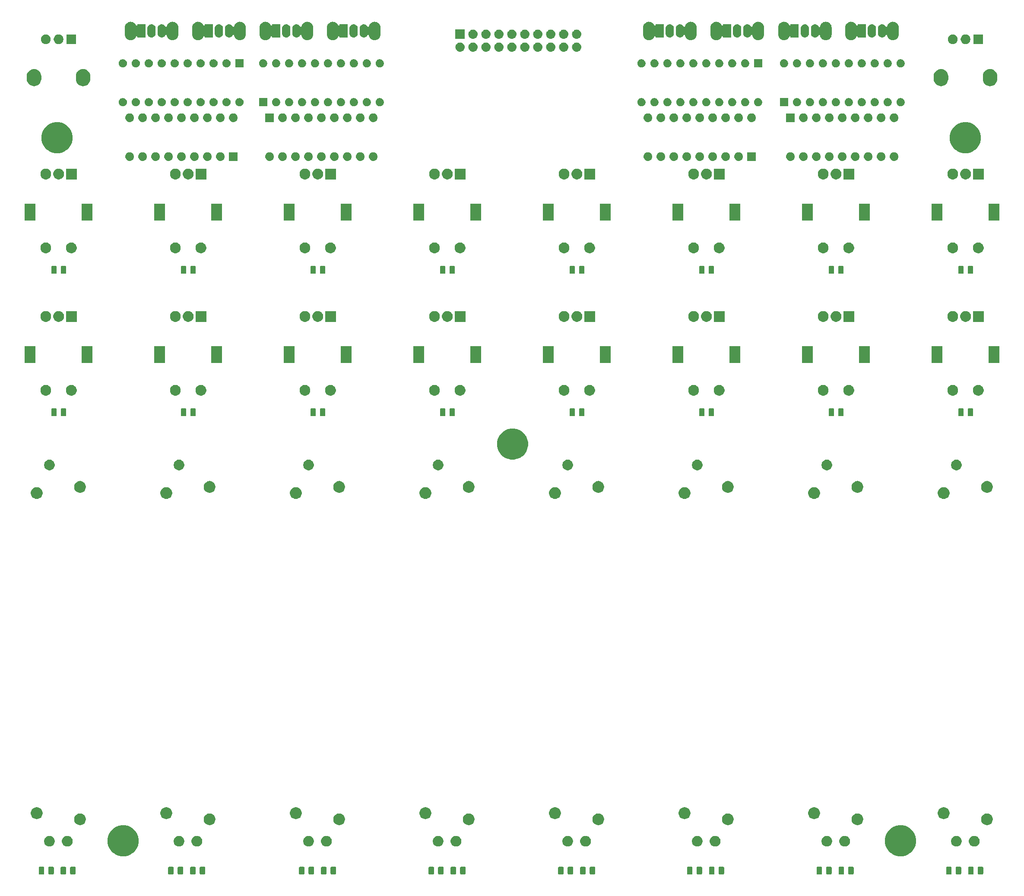
<source format=gbr>
G04 #@! TF.GenerationSoftware,KiCad,Pcbnew,(5.1.4)-1*
G04 #@! TF.CreationDate,2019-10-13T10:06:27+02:00*
G04 #@! TF.ProjectId,ctrl_interface,6374726c-5f69-46e7-9465-72666163652e,rev?*
G04 #@! TF.SameCoordinates,Original*
G04 #@! TF.FileFunction,Soldermask,Top*
G04 #@! TF.FilePolarity,Negative*
%FSLAX46Y46*%
G04 Gerber Fmt 4.6, Leading zero omitted, Abs format (unit mm)*
G04 Created by KiCad (PCBNEW (5.1.4)-1) date 2019-10-13 10:06:27*
%MOMM*%
%LPD*%
G04 APERTURE LIST*
%ADD10C,0.100000*%
G04 APERTURE END LIST*
D10*
G36*
X214923468Y-181117565D02*
G01*
X214962138Y-181129296D01*
X214997777Y-181148346D01*
X215029017Y-181173983D01*
X215054654Y-181205223D01*
X215073704Y-181240862D01*
X215085435Y-181279532D01*
X215090000Y-181325888D01*
X215090000Y-182402112D01*
X215085435Y-182448468D01*
X215073704Y-182487138D01*
X215054654Y-182522777D01*
X215029017Y-182554017D01*
X214997777Y-182579654D01*
X214962138Y-182598704D01*
X214923468Y-182610435D01*
X214877112Y-182615000D01*
X214225888Y-182615000D01*
X214179532Y-182610435D01*
X214140862Y-182598704D01*
X214105223Y-182579654D01*
X214073983Y-182554017D01*
X214048346Y-182522777D01*
X214029296Y-182487138D01*
X214017565Y-182448468D01*
X214013000Y-182402112D01*
X214013000Y-181325888D01*
X214017565Y-181279532D01*
X214029296Y-181240862D01*
X214048346Y-181205223D01*
X214073983Y-181173983D01*
X214105223Y-181148346D01*
X214140862Y-181129296D01*
X214179532Y-181117565D01*
X214225888Y-181113000D01*
X214877112Y-181113000D01*
X214923468Y-181117565D01*
X214923468Y-181117565D01*
G37*
G36*
X66714468Y-181117565D02*
G01*
X66753138Y-181129296D01*
X66788777Y-181148346D01*
X66820017Y-181173983D01*
X66845654Y-181205223D01*
X66864704Y-181240862D01*
X66876435Y-181279532D01*
X66881000Y-181325888D01*
X66881000Y-182402112D01*
X66876435Y-182448468D01*
X66864704Y-182487138D01*
X66845654Y-182522777D01*
X66820017Y-182554017D01*
X66788777Y-182579654D01*
X66753138Y-182598704D01*
X66714468Y-182610435D01*
X66668112Y-182615000D01*
X66016888Y-182615000D01*
X65970532Y-182610435D01*
X65931862Y-182598704D01*
X65896223Y-182579654D01*
X65864983Y-182554017D01*
X65839346Y-182522777D01*
X65820296Y-182487138D01*
X65808565Y-182448468D01*
X65804000Y-182402112D01*
X65804000Y-181325888D01*
X65808565Y-181279532D01*
X65820296Y-181240862D01*
X65839346Y-181205223D01*
X65864983Y-181173983D01*
X65896223Y-181148346D01*
X65931862Y-181129296D01*
X65970532Y-181117565D01*
X66016888Y-181113000D01*
X66668112Y-181113000D01*
X66714468Y-181117565D01*
X66714468Y-181117565D01*
G37*
G36*
X162375468Y-181117565D02*
G01*
X162414138Y-181129296D01*
X162449777Y-181148346D01*
X162481017Y-181173983D01*
X162506654Y-181205223D01*
X162525704Y-181240862D01*
X162537435Y-181279532D01*
X162542000Y-181325888D01*
X162542000Y-182402112D01*
X162537435Y-182448468D01*
X162525704Y-182487138D01*
X162506654Y-182522777D01*
X162481017Y-182554017D01*
X162449777Y-182579654D01*
X162414138Y-182598704D01*
X162375468Y-182610435D01*
X162329112Y-182615000D01*
X161677888Y-182615000D01*
X161631532Y-182610435D01*
X161592862Y-182598704D01*
X161557223Y-182579654D01*
X161525983Y-182554017D01*
X161500346Y-182522777D01*
X161481296Y-182487138D01*
X161469565Y-182448468D01*
X161465000Y-182402112D01*
X161465000Y-181325888D01*
X161469565Y-181279532D01*
X161481296Y-181240862D01*
X161500346Y-181205223D01*
X161525983Y-181173983D01*
X161557223Y-181148346D01*
X161592862Y-181129296D01*
X161631532Y-181117565D01*
X161677888Y-181113000D01*
X162329112Y-181113000D01*
X162375468Y-181117565D01*
X162375468Y-181117565D01*
G37*
G36*
X166693468Y-181117565D02*
G01*
X166732138Y-181129296D01*
X166767777Y-181148346D01*
X166799017Y-181173983D01*
X166824654Y-181205223D01*
X166843704Y-181240862D01*
X166855435Y-181279532D01*
X166860000Y-181325888D01*
X166860000Y-182402112D01*
X166855435Y-182448468D01*
X166843704Y-182487138D01*
X166824654Y-182522777D01*
X166799017Y-182554017D01*
X166767777Y-182579654D01*
X166732138Y-182598704D01*
X166693468Y-182610435D01*
X166647112Y-182615000D01*
X165995888Y-182615000D01*
X165949532Y-182610435D01*
X165910862Y-182598704D01*
X165875223Y-182579654D01*
X165843983Y-182554017D01*
X165818346Y-182522777D01*
X165799296Y-182487138D01*
X165787565Y-182448468D01*
X165783000Y-182402112D01*
X165783000Y-181325888D01*
X165787565Y-181279532D01*
X165799296Y-181240862D01*
X165818346Y-181205223D01*
X165843983Y-181173983D01*
X165875223Y-181148346D01*
X165910862Y-181129296D01*
X165949532Y-181117565D01*
X165995888Y-181113000D01*
X166647112Y-181113000D01*
X166693468Y-181117565D01*
X166693468Y-181117565D01*
G37*
G36*
X168568468Y-181117565D02*
G01*
X168607138Y-181129296D01*
X168642777Y-181148346D01*
X168674017Y-181173983D01*
X168699654Y-181205223D01*
X168718704Y-181240862D01*
X168730435Y-181279532D01*
X168735000Y-181325888D01*
X168735000Y-182402112D01*
X168730435Y-182448468D01*
X168718704Y-182487138D01*
X168699654Y-182522777D01*
X168674017Y-182554017D01*
X168642777Y-182579654D01*
X168607138Y-182598704D01*
X168568468Y-182610435D01*
X168522112Y-182615000D01*
X167870888Y-182615000D01*
X167824532Y-182610435D01*
X167785862Y-182598704D01*
X167750223Y-182579654D01*
X167718983Y-182554017D01*
X167693346Y-182522777D01*
X167674296Y-182487138D01*
X167662565Y-182448468D01*
X167658000Y-182402112D01*
X167658000Y-181325888D01*
X167662565Y-181279532D01*
X167674296Y-181240862D01*
X167693346Y-181205223D01*
X167718983Y-181173983D01*
X167750223Y-181148346D01*
X167785862Y-181129296D01*
X167824532Y-181117565D01*
X167870888Y-181113000D01*
X168522112Y-181113000D01*
X168568468Y-181117565D01*
X168568468Y-181117565D01*
G37*
G36*
X189523468Y-181117565D02*
G01*
X189562138Y-181129296D01*
X189597777Y-181148346D01*
X189629017Y-181173983D01*
X189654654Y-181205223D01*
X189673704Y-181240862D01*
X189685435Y-181279532D01*
X189690000Y-181325888D01*
X189690000Y-182402112D01*
X189685435Y-182448468D01*
X189673704Y-182487138D01*
X189654654Y-182522777D01*
X189629017Y-182554017D01*
X189597777Y-182579654D01*
X189562138Y-182598704D01*
X189523468Y-182610435D01*
X189477112Y-182615000D01*
X188825888Y-182615000D01*
X188779532Y-182610435D01*
X188740862Y-182598704D01*
X188705223Y-182579654D01*
X188673983Y-182554017D01*
X188648346Y-182522777D01*
X188629296Y-182487138D01*
X188617565Y-182448468D01*
X188613000Y-182402112D01*
X188613000Y-181325888D01*
X188617565Y-181279532D01*
X188629296Y-181240862D01*
X188648346Y-181205223D01*
X188673983Y-181173983D01*
X188705223Y-181148346D01*
X188740862Y-181129296D01*
X188779532Y-181117565D01*
X188825888Y-181113000D01*
X189477112Y-181113000D01*
X189523468Y-181117565D01*
X189523468Y-181117565D01*
G37*
G36*
X187648468Y-181117565D02*
G01*
X187687138Y-181129296D01*
X187722777Y-181148346D01*
X187754017Y-181173983D01*
X187779654Y-181205223D01*
X187798704Y-181240862D01*
X187810435Y-181279532D01*
X187815000Y-181325888D01*
X187815000Y-182402112D01*
X187810435Y-182448468D01*
X187798704Y-182487138D01*
X187779654Y-182522777D01*
X187754017Y-182554017D01*
X187722777Y-182579654D01*
X187687138Y-182598704D01*
X187648468Y-182610435D01*
X187602112Y-182615000D01*
X186950888Y-182615000D01*
X186904532Y-182610435D01*
X186865862Y-182598704D01*
X186830223Y-182579654D01*
X186798983Y-182554017D01*
X186773346Y-182522777D01*
X186754296Y-182487138D01*
X186742565Y-182448468D01*
X186738000Y-182402112D01*
X186738000Y-181325888D01*
X186742565Y-181279532D01*
X186754296Y-181240862D01*
X186773346Y-181205223D01*
X186798983Y-181173983D01*
X186830223Y-181148346D01*
X186865862Y-181129296D01*
X186904532Y-181117565D01*
X186950888Y-181113000D01*
X187602112Y-181113000D01*
X187648468Y-181117565D01*
X187648468Y-181117565D01*
G37*
G36*
X191966468Y-181117565D02*
G01*
X192005138Y-181129296D01*
X192040777Y-181148346D01*
X192072017Y-181173983D01*
X192097654Y-181205223D01*
X192116704Y-181240862D01*
X192128435Y-181279532D01*
X192133000Y-181325888D01*
X192133000Y-182402112D01*
X192128435Y-182448468D01*
X192116704Y-182487138D01*
X192097654Y-182522777D01*
X192072017Y-182554017D01*
X192040777Y-182579654D01*
X192005138Y-182598704D01*
X191966468Y-182610435D01*
X191920112Y-182615000D01*
X191268888Y-182615000D01*
X191222532Y-182610435D01*
X191183862Y-182598704D01*
X191148223Y-182579654D01*
X191116983Y-182554017D01*
X191091346Y-182522777D01*
X191072296Y-182487138D01*
X191060565Y-182448468D01*
X191056000Y-182402112D01*
X191056000Y-181325888D01*
X191060565Y-181279532D01*
X191072296Y-181240862D01*
X191091346Y-181205223D01*
X191116983Y-181173983D01*
X191148223Y-181148346D01*
X191183862Y-181129296D01*
X191222532Y-181117565D01*
X191268888Y-181113000D01*
X191920112Y-181113000D01*
X191966468Y-181117565D01*
X191966468Y-181117565D01*
G37*
G36*
X193841468Y-181117565D02*
G01*
X193880138Y-181129296D01*
X193915777Y-181148346D01*
X193947017Y-181173983D01*
X193972654Y-181205223D01*
X193991704Y-181240862D01*
X194003435Y-181279532D01*
X194008000Y-181325888D01*
X194008000Y-182402112D01*
X194003435Y-182448468D01*
X193991704Y-182487138D01*
X193972654Y-182522777D01*
X193947017Y-182554017D01*
X193915777Y-182579654D01*
X193880138Y-182598704D01*
X193841468Y-182610435D01*
X193795112Y-182615000D01*
X193143888Y-182615000D01*
X193097532Y-182610435D01*
X193058862Y-182598704D01*
X193023223Y-182579654D01*
X192991983Y-182554017D01*
X192966346Y-182522777D01*
X192947296Y-182487138D01*
X192935565Y-182448468D01*
X192931000Y-182402112D01*
X192931000Y-181325888D01*
X192935565Y-181279532D01*
X192947296Y-181240862D01*
X192966346Y-181205223D01*
X192991983Y-181173983D01*
X193023223Y-181148346D01*
X193058862Y-181129296D01*
X193097532Y-181117565D01*
X193143888Y-181113000D01*
X193795112Y-181113000D01*
X193841468Y-181117565D01*
X193841468Y-181117565D01*
G37*
G36*
X141293468Y-181117565D02*
G01*
X141332138Y-181129296D01*
X141367777Y-181148346D01*
X141399017Y-181173983D01*
X141424654Y-181205223D01*
X141443704Y-181240862D01*
X141455435Y-181279532D01*
X141460000Y-181325888D01*
X141460000Y-182402112D01*
X141455435Y-182448468D01*
X141443704Y-182487138D01*
X141424654Y-182522777D01*
X141399017Y-182554017D01*
X141367777Y-182579654D01*
X141332138Y-182598704D01*
X141293468Y-182610435D01*
X141247112Y-182615000D01*
X140595888Y-182615000D01*
X140549532Y-182610435D01*
X140510862Y-182598704D01*
X140475223Y-182579654D01*
X140443983Y-182554017D01*
X140418346Y-182522777D01*
X140399296Y-182487138D01*
X140387565Y-182448468D01*
X140383000Y-182402112D01*
X140383000Y-181325888D01*
X140387565Y-181279532D01*
X140399296Y-181240862D01*
X140418346Y-181205223D01*
X140443983Y-181173983D01*
X140475223Y-181148346D01*
X140510862Y-181129296D01*
X140549532Y-181117565D01*
X140595888Y-181113000D01*
X141247112Y-181113000D01*
X141293468Y-181117565D01*
X141293468Y-181117565D01*
G37*
G36*
X213048468Y-181117565D02*
G01*
X213087138Y-181129296D01*
X213122777Y-181148346D01*
X213154017Y-181173983D01*
X213179654Y-181205223D01*
X213198704Y-181240862D01*
X213210435Y-181279532D01*
X213215000Y-181325888D01*
X213215000Y-182402112D01*
X213210435Y-182448468D01*
X213198704Y-182487138D01*
X213179654Y-182522777D01*
X213154017Y-182554017D01*
X213122777Y-182579654D01*
X213087138Y-182598704D01*
X213048468Y-182610435D01*
X213002112Y-182615000D01*
X212350888Y-182615000D01*
X212304532Y-182610435D01*
X212265862Y-182598704D01*
X212230223Y-182579654D01*
X212198983Y-182554017D01*
X212173346Y-182522777D01*
X212154296Y-182487138D01*
X212142565Y-182448468D01*
X212138000Y-182402112D01*
X212138000Y-181325888D01*
X212142565Y-181279532D01*
X212154296Y-181240862D01*
X212173346Y-181205223D01*
X212198983Y-181173983D01*
X212230223Y-181148346D01*
X212265862Y-181129296D01*
X212304532Y-181117565D01*
X212350888Y-181113000D01*
X213002112Y-181113000D01*
X213048468Y-181117565D01*
X213048468Y-181117565D01*
G37*
G36*
X217366468Y-181117565D02*
G01*
X217405138Y-181129296D01*
X217440777Y-181148346D01*
X217472017Y-181173983D01*
X217497654Y-181205223D01*
X217516704Y-181240862D01*
X217528435Y-181279532D01*
X217533000Y-181325888D01*
X217533000Y-182402112D01*
X217528435Y-182448468D01*
X217516704Y-182487138D01*
X217497654Y-182522777D01*
X217472017Y-182554017D01*
X217440777Y-182579654D01*
X217405138Y-182598704D01*
X217366468Y-182610435D01*
X217320112Y-182615000D01*
X216668888Y-182615000D01*
X216622532Y-182610435D01*
X216583862Y-182598704D01*
X216548223Y-182579654D01*
X216516983Y-182554017D01*
X216491346Y-182522777D01*
X216472296Y-182487138D01*
X216460565Y-182448468D01*
X216456000Y-182402112D01*
X216456000Y-181325888D01*
X216460565Y-181279532D01*
X216472296Y-181240862D01*
X216491346Y-181205223D01*
X216516983Y-181173983D01*
X216548223Y-181148346D01*
X216583862Y-181129296D01*
X216622532Y-181117565D01*
X216668888Y-181113000D01*
X217320112Y-181113000D01*
X217366468Y-181117565D01*
X217366468Y-181117565D01*
G37*
G36*
X219241468Y-181117565D02*
G01*
X219280138Y-181129296D01*
X219315777Y-181148346D01*
X219347017Y-181173983D01*
X219372654Y-181205223D01*
X219391704Y-181240862D01*
X219403435Y-181279532D01*
X219408000Y-181325888D01*
X219408000Y-182402112D01*
X219403435Y-182448468D01*
X219391704Y-182487138D01*
X219372654Y-182522777D01*
X219347017Y-182554017D01*
X219315777Y-182579654D01*
X219280138Y-182598704D01*
X219241468Y-182610435D01*
X219195112Y-182615000D01*
X218543888Y-182615000D01*
X218497532Y-182610435D01*
X218458862Y-182598704D01*
X218423223Y-182579654D01*
X218391983Y-182554017D01*
X218366346Y-182522777D01*
X218347296Y-182487138D01*
X218335565Y-182448468D01*
X218331000Y-182402112D01*
X218331000Y-181325888D01*
X218335565Y-181279532D01*
X218347296Y-181240862D01*
X218366346Y-181205223D01*
X218391983Y-181173983D01*
X218423223Y-181148346D01*
X218458862Y-181129296D01*
X218497532Y-181117565D01*
X218543888Y-181113000D01*
X219195112Y-181113000D01*
X219241468Y-181117565D01*
X219241468Y-181117565D01*
G37*
G36*
X240323468Y-181117565D02*
G01*
X240362138Y-181129296D01*
X240397777Y-181148346D01*
X240429017Y-181173983D01*
X240454654Y-181205223D01*
X240473704Y-181240862D01*
X240485435Y-181279532D01*
X240490000Y-181325888D01*
X240490000Y-182402112D01*
X240485435Y-182448468D01*
X240473704Y-182487138D01*
X240454654Y-182522777D01*
X240429017Y-182554017D01*
X240397777Y-182579654D01*
X240362138Y-182598704D01*
X240323468Y-182610435D01*
X240277112Y-182615000D01*
X239625888Y-182615000D01*
X239579532Y-182610435D01*
X239540862Y-182598704D01*
X239505223Y-182579654D01*
X239473983Y-182554017D01*
X239448346Y-182522777D01*
X239429296Y-182487138D01*
X239417565Y-182448468D01*
X239413000Y-182402112D01*
X239413000Y-181325888D01*
X239417565Y-181279532D01*
X239429296Y-181240862D01*
X239448346Y-181205223D01*
X239473983Y-181173983D01*
X239505223Y-181148346D01*
X239540862Y-181129296D01*
X239579532Y-181117565D01*
X239625888Y-181113000D01*
X240277112Y-181113000D01*
X240323468Y-181117565D01*
X240323468Y-181117565D01*
G37*
G36*
X238448468Y-181117565D02*
G01*
X238487138Y-181129296D01*
X238522777Y-181148346D01*
X238554017Y-181173983D01*
X238579654Y-181205223D01*
X238598704Y-181240862D01*
X238610435Y-181279532D01*
X238615000Y-181325888D01*
X238615000Y-182402112D01*
X238610435Y-182448468D01*
X238598704Y-182487138D01*
X238579654Y-182522777D01*
X238554017Y-182554017D01*
X238522777Y-182579654D01*
X238487138Y-182598704D01*
X238448468Y-182610435D01*
X238402112Y-182615000D01*
X237750888Y-182615000D01*
X237704532Y-182610435D01*
X237665862Y-182598704D01*
X237630223Y-182579654D01*
X237598983Y-182554017D01*
X237573346Y-182522777D01*
X237554296Y-182487138D01*
X237542565Y-182448468D01*
X237538000Y-182402112D01*
X237538000Y-181325888D01*
X237542565Y-181279532D01*
X237554296Y-181240862D01*
X237573346Y-181205223D01*
X237598983Y-181173983D01*
X237630223Y-181148346D01*
X237665862Y-181129296D01*
X237704532Y-181117565D01*
X237750888Y-181113000D01*
X238402112Y-181113000D01*
X238448468Y-181117565D01*
X238448468Y-181117565D01*
G37*
G36*
X242766468Y-181117565D02*
G01*
X242805138Y-181129296D01*
X242840777Y-181148346D01*
X242872017Y-181173983D01*
X242897654Y-181205223D01*
X242916704Y-181240862D01*
X242928435Y-181279532D01*
X242933000Y-181325888D01*
X242933000Y-182402112D01*
X242928435Y-182448468D01*
X242916704Y-182487138D01*
X242897654Y-182522777D01*
X242872017Y-182554017D01*
X242840777Y-182579654D01*
X242805138Y-182598704D01*
X242766468Y-182610435D01*
X242720112Y-182615000D01*
X242068888Y-182615000D01*
X242022532Y-182610435D01*
X241983862Y-182598704D01*
X241948223Y-182579654D01*
X241916983Y-182554017D01*
X241891346Y-182522777D01*
X241872296Y-182487138D01*
X241860565Y-182448468D01*
X241856000Y-182402112D01*
X241856000Y-181325888D01*
X241860565Y-181279532D01*
X241872296Y-181240862D01*
X241891346Y-181205223D01*
X241916983Y-181173983D01*
X241948223Y-181148346D01*
X241983862Y-181129296D01*
X242022532Y-181117565D01*
X242068888Y-181113000D01*
X242720112Y-181113000D01*
X242766468Y-181117565D01*
X242766468Y-181117565D01*
G37*
G36*
X90239468Y-181117565D02*
G01*
X90278138Y-181129296D01*
X90313777Y-181148346D01*
X90345017Y-181173983D01*
X90370654Y-181205223D01*
X90389704Y-181240862D01*
X90401435Y-181279532D01*
X90406000Y-181325888D01*
X90406000Y-182402112D01*
X90401435Y-182448468D01*
X90389704Y-182487138D01*
X90370654Y-182522777D01*
X90345017Y-182554017D01*
X90313777Y-182579654D01*
X90278138Y-182598704D01*
X90239468Y-182610435D01*
X90193112Y-182615000D01*
X89541888Y-182615000D01*
X89495532Y-182610435D01*
X89456862Y-182598704D01*
X89421223Y-182579654D01*
X89389983Y-182554017D01*
X89364346Y-182522777D01*
X89345296Y-182487138D01*
X89333565Y-182448468D01*
X89329000Y-182402112D01*
X89329000Y-181325888D01*
X89333565Y-181279532D01*
X89345296Y-181240862D01*
X89364346Y-181205223D01*
X89389983Y-181173983D01*
X89421223Y-181148346D01*
X89456862Y-181129296D01*
X89495532Y-181117565D01*
X89541888Y-181113000D01*
X90193112Y-181113000D01*
X90239468Y-181117565D01*
X90239468Y-181117565D01*
G37*
G36*
X60569968Y-181117565D02*
G01*
X60608638Y-181129296D01*
X60644277Y-181148346D01*
X60675517Y-181173983D01*
X60701154Y-181205223D01*
X60720204Y-181240862D01*
X60731935Y-181279532D01*
X60736500Y-181325888D01*
X60736500Y-182402112D01*
X60731935Y-182448468D01*
X60720204Y-182487138D01*
X60701154Y-182522777D01*
X60675517Y-182554017D01*
X60644277Y-182579654D01*
X60608638Y-182598704D01*
X60569968Y-182610435D01*
X60523612Y-182615000D01*
X59872388Y-182615000D01*
X59826032Y-182610435D01*
X59787362Y-182598704D01*
X59751723Y-182579654D01*
X59720483Y-182554017D01*
X59694846Y-182522777D01*
X59675796Y-182487138D01*
X59664065Y-182448468D01*
X59659500Y-182402112D01*
X59659500Y-181325888D01*
X59664065Y-181279532D01*
X59675796Y-181240862D01*
X59694846Y-181205223D01*
X59720483Y-181173983D01*
X59751723Y-181148346D01*
X59787362Y-181129296D01*
X59826032Y-181117565D01*
X59872388Y-181113000D01*
X60523612Y-181113000D01*
X60569968Y-181117565D01*
X60569968Y-181117565D01*
G37*
G36*
X244641468Y-181117565D02*
G01*
X244680138Y-181129296D01*
X244715777Y-181148346D01*
X244747017Y-181173983D01*
X244772654Y-181205223D01*
X244791704Y-181240862D01*
X244803435Y-181279532D01*
X244808000Y-181325888D01*
X244808000Y-182402112D01*
X244803435Y-182448468D01*
X244791704Y-182487138D01*
X244772654Y-182522777D01*
X244747017Y-182554017D01*
X244715777Y-182579654D01*
X244680138Y-182598704D01*
X244641468Y-182610435D01*
X244595112Y-182615000D01*
X243943888Y-182615000D01*
X243897532Y-182610435D01*
X243858862Y-182598704D01*
X243823223Y-182579654D01*
X243791983Y-182554017D01*
X243766346Y-182522777D01*
X243747296Y-182487138D01*
X243735565Y-182448468D01*
X243731000Y-182402112D01*
X243731000Y-181325888D01*
X243735565Y-181279532D01*
X243747296Y-181240862D01*
X243766346Y-181205223D01*
X243791983Y-181173983D01*
X243823223Y-181148346D01*
X243858862Y-181129296D01*
X243897532Y-181117565D01*
X243943888Y-181113000D01*
X244595112Y-181113000D01*
X244641468Y-181117565D01*
X244641468Y-181117565D01*
G37*
G36*
X143168468Y-181117565D02*
G01*
X143207138Y-181129296D01*
X143242777Y-181148346D01*
X143274017Y-181173983D01*
X143299654Y-181205223D01*
X143318704Y-181240862D01*
X143330435Y-181279532D01*
X143335000Y-181325888D01*
X143335000Y-182402112D01*
X143330435Y-182448468D01*
X143318704Y-182487138D01*
X143299654Y-182522777D01*
X143274017Y-182554017D01*
X143242777Y-182579654D01*
X143207138Y-182598704D01*
X143168468Y-182610435D01*
X143122112Y-182615000D01*
X142470888Y-182615000D01*
X142424532Y-182610435D01*
X142385862Y-182598704D01*
X142350223Y-182579654D01*
X142318983Y-182554017D01*
X142293346Y-182522777D01*
X142274296Y-182487138D01*
X142262565Y-182448468D01*
X142258000Y-182402112D01*
X142258000Y-181325888D01*
X142262565Y-181279532D01*
X142274296Y-181240862D01*
X142293346Y-181205223D01*
X142318983Y-181173983D01*
X142350223Y-181148346D01*
X142385862Y-181129296D01*
X142424532Y-181117565D01*
X142470888Y-181113000D01*
X143122112Y-181113000D01*
X143168468Y-181117565D01*
X143168468Y-181117565D01*
G37*
G36*
X138850468Y-181117565D02*
G01*
X138889138Y-181129296D01*
X138924777Y-181148346D01*
X138956017Y-181173983D01*
X138981654Y-181205223D01*
X139000704Y-181240862D01*
X139012435Y-181279532D01*
X139017000Y-181325888D01*
X139017000Y-182402112D01*
X139012435Y-182448468D01*
X139000704Y-182487138D01*
X138981654Y-182522777D01*
X138956017Y-182554017D01*
X138924777Y-182579654D01*
X138889138Y-182598704D01*
X138850468Y-182610435D01*
X138804112Y-182615000D01*
X138152888Y-182615000D01*
X138106532Y-182610435D01*
X138067862Y-182598704D01*
X138032223Y-182579654D01*
X138000983Y-182554017D01*
X137975346Y-182522777D01*
X137956296Y-182487138D01*
X137944565Y-182448468D01*
X137940000Y-182402112D01*
X137940000Y-181325888D01*
X137944565Y-181279532D01*
X137956296Y-181240862D01*
X137975346Y-181205223D01*
X138000983Y-181173983D01*
X138032223Y-181148346D01*
X138067862Y-181129296D01*
X138106532Y-181117565D01*
X138152888Y-181113000D01*
X138804112Y-181113000D01*
X138850468Y-181117565D01*
X138850468Y-181117565D01*
G37*
G36*
X136975468Y-181117565D02*
G01*
X137014138Y-181129296D01*
X137049777Y-181148346D01*
X137081017Y-181173983D01*
X137106654Y-181205223D01*
X137125704Y-181240862D01*
X137137435Y-181279532D01*
X137142000Y-181325888D01*
X137142000Y-182402112D01*
X137137435Y-182448468D01*
X137125704Y-182487138D01*
X137106654Y-182522777D01*
X137081017Y-182554017D01*
X137049777Y-182579654D01*
X137014138Y-182598704D01*
X136975468Y-182610435D01*
X136929112Y-182615000D01*
X136277888Y-182615000D01*
X136231532Y-182610435D01*
X136192862Y-182598704D01*
X136157223Y-182579654D01*
X136125983Y-182554017D01*
X136100346Y-182522777D01*
X136081296Y-182487138D01*
X136069565Y-182448468D01*
X136065000Y-182402112D01*
X136065000Y-181325888D01*
X136069565Y-181279532D01*
X136081296Y-181240862D01*
X136100346Y-181205223D01*
X136125983Y-181173983D01*
X136157223Y-181148346D01*
X136192862Y-181129296D01*
X136231532Y-181117565D01*
X136277888Y-181113000D01*
X136929112Y-181113000D01*
X136975468Y-181117565D01*
X136975468Y-181117565D01*
G37*
G36*
X115893468Y-181117565D02*
G01*
X115932138Y-181129296D01*
X115967777Y-181148346D01*
X115999017Y-181173983D01*
X116024654Y-181205223D01*
X116043704Y-181240862D01*
X116055435Y-181279532D01*
X116060000Y-181325888D01*
X116060000Y-182402112D01*
X116055435Y-182448468D01*
X116043704Y-182487138D01*
X116024654Y-182522777D01*
X115999017Y-182554017D01*
X115967777Y-182579654D01*
X115932138Y-182598704D01*
X115893468Y-182610435D01*
X115847112Y-182615000D01*
X115195888Y-182615000D01*
X115149532Y-182610435D01*
X115110862Y-182598704D01*
X115075223Y-182579654D01*
X115043983Y-182554017D01*
X115018346Y-182522777D01*
X114999296Y-182487138D01*
X114987565Y-182448468D01*
X114983000Y-182402112D01*
X114983000Y-181325888D01*
X114987565Y-181279532D01*
X114999296Y-181240862D01*
X115018346Y-181205223D01*
X115043983Y-181173983D01*
X115075223Y-181148346D01*
X115110862Y-181129296D01*
X115149532Y-181117565D01*
X115195888Y-181113000D01*
X115847112Y-181113000D01*
X115893468Y-181117565D01*
X115893468Y-181117565D01*
G37*
G36*
X117768468Y-181117565D02*
G01*
X117807138Y-181129296D01*
X117842777Y-181148346D01*
X117874017Y-181173983D01*
X117899654Y-181205223D01*
X117918704Y-181240862D01*
X117930435Y-181279532D01*
X117935000Y-181325888D01*
X117935000Y-182402112D01*
X117930435Y-182448468D01*
X117918704Y-182487138D01*
X117899654Y-182522777D01*
X117874017Y-182554017D01*
X117842777Y-182579654D01*
X117807138Y-182598704D01*
X117768468Y-182610435D01*
X117722112Y-182615000D01*
X117070888Y-182615000D01*
X117024532Y-182610435D01*
X116985862Y-182598704D01*
X116950223Y-182579654D01*
X116918983Y-182554017D01*
X116893346Y-182522777D01*
X116874296Y-182487138D01*
X116862565Y-182448468D01*
X116858000Y-182402112D01*
X116858000Y-181325888D01*
X116862565Y-181279532D01*
X116874296Y-181240862D01*
X116893346Y-181205223D01*
X116918983Y-181173983D01*
X116950223Y-181148346D01*
X116985862Y-181129296D01*
X117024532Y-181117565D01*
X117070888Y-181113000D01*
X117722112Y-181113000D01*
X117768468Y-181117565D01*
X117768468Y-181117565D01*
G37*
G36*
X113450468Y-181117565D02*
G01*
X113489138Y-181129296D01*
X113524777Y-181148346D01*
X113556017Y-181173983D01*
X113581654Y-181205223D01*
X113600704Y-181240862D01*
X113612435Y-181279532D01*
X113617000Y-181325888D01*
X113617000Y-182402112D01*
X113612435Y-182448468D01*
X113600704Y-182487138D01*
X113581654Y-182522777D01*
X113556017Y-182554017D01*
X113524777Y-182579654D01*
X113489138Y-182598704D01*
X113450468Y-182610435D01*
X113404112Y-182615000D01*
X112752888Y-182615000D01*
X112706532Y-182610435D01*
X112667862Y-182598704D01*
X112632223Y-182579654D01*
X112600983Y-182554017D01*
X112575346Y-182522777D01*
X112556296Y-182487138D01*
X112544565Y-182448468D01*
X112540000Y-182402112D01*
X112540000Y-181325888D01*
X112544565Y-181279532D01*
X112556296Y-181240862D01*
X112575346Y-181205223D01*
X112600983Y-181173983D01*
X112632223Y-181148346D01*
X112667862Y-181129296D01*
X112706532Y-181117565D01*
X112752888Y-181113000D01*
X113404112Y-181113000D01*
X113450468Y-181117565D01*
X113450468Y-181117565D01*
G37*
G36*
X164250468Y-181117565D02*
G01*
X164289138Y-181129296D01*
X164324777Y-181148346D01*
X164356017Y-181173983D01*
X164381654Y-181205223D01*
X164400704Y-181240862D01*
X164412435Y-181279532D01*
X164417000Y-181325888D01*
X164417000Y-182402112D01*
X164412435Y-182448468D01*
X164400704Y-182487138D01*
X164381654Y-182522777D01*
X164356017Y-182554017D01*
X164324777Y-182579654D01*
X164289138Y-182598704D01*
X164250468Y-182610435D01*
X164204112Y-182615000D01*
X163552888Y-182615000D01*
X163506532Y-182610435D01*
X163467862Y-182598704D01*
X163432223Y-182579654D01*
X163400983Y-182554017D01*
X163375346Y-182522777D01*
X163356296Y-182487138D01*
X163344565Y-182448468D01*
X163340000Y-182402112D01*
X163340000Y-181325888D01*
X163344565Y-181279532D01*
X163356296Y-181240862D01*
X163375346Y-181205223D01*
X163400983Y-181173983D01*
X163432223Y-181148346D01*
X163467862Y-181129296D01*
X163506532Y-181117565D01*
X163552888Y-181113000D01*
X164204112Y-181113000D01*
X164250468Y-181117565D01*
X164250468Y-181117565D01*
G37*
G36*
X92114468Y-181117565D02*
G01*
X92153138Y-181129296D01*
X92188777Y-181148346D01*
X92220017Y-181173983D01*
X92245654Y-181205223D01*
X92264704Y-181240862D01*
X92276435Y-181279532D01*
X92281000Y-181325888D01*
X92281000Y-182402112D01*
X92276435Y-182448468D01*
X92264704Y-182487138D01*
X92245654Y-182522777D01*
X92220017Y-182554017D01*
X92188777Y-182579654D01*
X92153138Y-182598704D01*
X92114468Y-182610435D01*
X92068112Y-182615000D01*
X91416888Y-182615000D01*
X91370532Y-182610435D01*
X91331862Y-182598704D01*
X91296223Y-182579654D01*
X91264983Y-182554017D01*
X91239346Y-182522777D01*
X91220296Y-182487138D01*
X91208565Y-182448468D01*
X91204000Y-182402112D01*
X91204000Y-181325888D01*
X91208565Y-181279532D01*
X91220296Y-181240862D01*
X91239346Y-181205223D01*
X91264983Y-181173983D01*
X91296223Y-181148346D01*
X91331862Y-181129296D01*
X91370532Y-181117565D01*
X91416888Y-181113000D01*
X92068112Y-181113000D01*
X92114468Y-181117565D01*
X92114468Y-181117565D01*
G37*
G36*
X87796468Y-181117565D02*
G01*
X87835138Y-181129296D01*
X87870777Y-181148346D01*
X87902017Y-181173983D01*
X87927654Y-181205223D01*
X87946704Y-181240862D01*
X87958435Y-181279532D01*
X87963000Y-181325888D01*
X87963000Y-182402112D01*
X87958435Y-182448468D01*
X87946704Y-182487138D01*
X87927654Y-182522777D01*
X87902017Y-182554017D01*
X87870777Y-182579654D01*
X87835138Y-182598704D01*
X87796468Y-182610435D01*
X87750112Y-182615000D01*
X87098888Y-182615000D01*
X87052532Y-182610435D01*
X87013862Y-182598704D01*
X86978223Y-182579654D01*
X86946983Y-182554017D01*
X86921346Y-182522777D01*
X86902296Y-182487138D01*
X86890565Y-182448468D01*
X86886000Y-182402112D01*
X86886000Y-181325888D01*
X86890565Y-181279532D01*
X86902296Y-181240862D01*
X86921346Y-181205223D01*
X86946983Y-181173983D01*
X86978223Y-181148346D01*
X87013862Y-181129296D01*
X87052532Y-181117565D01*
X87098888Y-181113000D01*
X87750112Y-181113000D01*
X87796468Y-181117565D01*
X87796468Y-181117565D01*
G37*
G36*
X85921468Y-181117565D02*
G01*
X85960138Y-181129296D01*
X85995777Y-181148346D01*
X86027017Y-181173983D01*
X86052654Y-181205223D01*
X86071704Y-181240862D01*
X86083435Y-181279532D01*
X86088000Y-181325888D01*
X86088000Y-182402112D01*
X86083435Y-182448468D01*
X86071704Y-182487138D01*
X86052654Y-182522777D01*
X86027017Y-182554017D01*
X85995777Y-182579654D01*
X85960138Y-182598704D01*
X85921468Y-182610435D01*
X85875112Y-182615000D01*
X85223888Y-182615000D01*
X85177532Y-182610435D01*
X85138862Y-182598704D01*
X85103223Y-182579654D01*
X85071983Y-182554017D01*
X85046346Y-182522777D01*
X85027296Y-182487138D01*
X85015565Y-182448468D01*
X85011000Y-182402112D01*
X85011000Y-181325888D01*
X85015565Y-181279532D01*
X85027296Y-181240862D01*
X85046346Y-181205223D01*
X85071983Y-181173983D01*
X85103223Y-181148346D01*
X85138862Y-181129296D01*
X85177532Y-181117565D01*
X85223888Y-181113000D01*
X85875112Y-181113000D01*
X85921468Y-181117565D01*
X85921468Y-181117565D01*
G37*
G36*
X64839468Y-181117565D02*
G01*
X64878138Y-181129296D01*
X64913777Y-181148346D01*
X64945017Y-181173983D01*
X64970654Y-181205223D01*
X64989704Y-181240862D01*
X65001435Y-181279532D01*
X65006000Y-181325888D01*
X65006000Y-182402112D01*
X65001435Y-182448468D01*
X64989704Y-182487138D01*
X64970654Y-182522777D01*
X64945017Y-182554017D01*
X64913777Y-182579654D01*
X64878138Y-182598704D01*
X64839468Y-182610435D01*
X64793112Y-182615000D01*
X64141888Y-182615000D01*
X64095532Y-182610435D01*
X64056862Y-182598704D01*
X64021223Y-182579654D01*
X63989983Y-182554017D01*
X63964346Y-182522777D01*
X63945296Y-182487138D01*
X63933565Y-182448468D01*
X63929000Y-182402112D01*
X63929000Y-181325888D01*
X63933565Y-181279532D01*
X63945296Y-181240862D01*
X63964346Y-181205223D01*
X63989983Y-181173983D01*
X64021223Y-181148346D01*
X64056862Y-181129296D01*
X64095532Y-181117565D01*
X64141888Y-181113000D01*
X64793112Y-181113000D01*
X64839468Y-181117565D01*
X64839468Y-181117565D01*
G37*
G36*
X62444968Y-181117565D02*
G01*
X62483638Y-181129296D01*
X62519277Y-181148346D01*
X62550517Y-181173983D01*
X62576154Y-181205223D01*
X62595204Y-181240862D01*
X62606935Y-181279532D01*
X62611500Y-181325888D01*
X62611500Y-182402112D01*
X62606935Y-182448468D01*
X62595204Y-182487138D01*
X62576154Y-182522777D01*
X62550517Y-182554017D01*
X62519277Y-182579654D01*
X62483638Y-182598704D01*
X62444968Y-182610435D01*
X62398612Y-182615000D01*
X61747388Y-182615000D01*
X61701032Y-182610435D01*
X61662362Y-182598704D01*
X61626723Y-182579654D01*
X61595483Y-182554017D01*
X61569846Y-182522777D01*
X61550796Y-182487138D01*
X61539065Y-182448468D01*
X61534500Y-182402112D01*
X61534500Y-181325888D01*
X61539065Y-181279532D01*
X61550796Y-181240862D01*
X61569846Y-181205223D01*
X61595483Y-181173983D01*
X61626723Y-181148346D01*
X61662362Y-181129296D01*
X61701032Y-181117565D01*
X61747388Y-181113000D01*
X62398612Y-181113000D01*
X62444968Y-181117565D01*
X62444968Y-181117565D01*
G37*
G36*
X111575468Y-181117565D02*
G01*
X111614138Y-181129296D01*
X111649777Y-181148346D01*
X111681017Y-181173983D01*
X111706654Y-181205223D01*
X111725704Y-181240862D01*
X111737435Y-181279532D01*
X111742000Y-181325888D01*
X111742000Y-182402112D01*
X111737435Y-182448468D01*
X111725704Y-182487138D01*
X111706654Y-182522777D01*
X111681017Y-182554017D01*
X111649777Y-182579654D01*
X111614138Y-182598704D01*
X111575468Y-182610435D01*
X111529112Y-182615000D01*
X110877888Y-182615000D01*
X110831532Y-182610435D01*
X110792862Y-182598704D01*
X110757223Y-182579654D01*
X110725983Y-182554017D01*
X110700346Y-182522777D01*
X110681296Y-182487138D01*
X110669565Y-182448468D01*
X110665000Y-182402112D01*
X110665000Y-181325888D01*
X110669565Y-181279532D01*
X110681296Y-181240862D01*
X110700346Y-181205223D01*
X110725983Y-181173983D01*
X110757223Y-181148346D01*
X110792862Y-181129296D01*
X110831532Y-181117565D01*
X110877888Y-181113000D01*
X111529112Y-181113000D01*
X111575468Y-181117565D01*
X111575468Y-181117565D01*
G37*
G36*
X77089943Y-173088248D02*
G01*
X77645189Y-173318238D01*
X77893347Y-173484052D01*
X78144899Y-173652134D01*
X78569866Y-174077101D01*
X78718440Y-174299458D01*
X78903762Y-174576811D01*
X79133752Y-175132057D01*
X79251000Y-175721501D01*
X79251000Y-176322499D01*
X79133752Y-176911943D01*
X78903762Y-177467189D01*
X78903761Y-177467190D01*
X78569866Y-177966899D01*
X78144899Y-178391866D01*
X78004573Y-178485629D01*
X77645189Y-178725762D01*
X77089943Y-178955752D01*
X76500499Y-179073000D01*
X75899501Y-179073000D01*
X75310057Y-178955752D01*
X74754811Y-178725762D01*
X74395427Y-178485629D01*
X74255101Y-178391866D01*
X73830134Y-177966899D01*
X73496239Y-177467190D01*
X73496238Y-177467189D01*
X73266248Y-176911943D01*
X73149000Y-176322499D01*
X73149000Y-175721501D01*
X73266248Y-175132057D01*
X73496238Y-174576811D01*
X73681560Y-174299458D01*
X73830134Y-174077101D01*
X74255101Y-173652134D01*
X74506653Y-173484052D01*
X74754811Y-173318238D01*
X75310057Y-173088248D01*
X75899501Y-172971000D01*
X76500499Y-172971000D01*
X77089943Y-173088248D01*
X77089943Y-173088248D01*
G37*
G36*
X229489943Y-173088248D02*
G01*
X230045189Y-173318238D01*
X230293347Y-173484052D01*
X230544899Y-173652134D01*
X230969866Y-174077101D01*
X231118440Y-174299458D01*
X231303762Y-174576811D01*
X231533752Y-175132057D01*
X231651000Y-175721501D01*
X231651000Y-176322499D01*
X231533752Y-176911943D01*
X231303762Y-177467189D01*
X231303761Y-177467190D01*
X230969866Y-177966899D01*
X230544899Y-178391866D01*
X230404573Y-178485629D01*
X230045189Y-178725762D01*
X229489943Y-178955752D01*
X228900499Y-179073000D01*
X228299501Y-179073000D01*
X227710057Y-178955752D01*
X227154811Y-178725762D01*
X226795427Y-178485629D01*
X226655101Y-178391866D01*
X226230134Y-177966899D01*
X225896239Y-177467190D01*
X225896238Y-177467189D01*
X225666248Y-176911943D01*
X225549000Y-176322499D01*
X225549000Y-175721501D01*
X225666248Y-175132057D01*
X225896238Y-174576811D01*
X226081560Y-174299458D01*
X226230134Y-174077101D01*
X226655101Y-173652134D01*
X226906653Y-173484052D01*
X227154811Y-173318238D01*
X227710057Y-173088248D01*
X228299501Y-172971000D01*
X228900499Y-172971000D01*
X229489943Y-173088248D01*
X229489943Y-173088248D01*
G37*
G36*
X90956564Y-175081389D02*
G01*
X91147833Y-175160615D01*
X91147835Y-175160616D01*
X91319973Y-175275635D01*
X91466365Y-175422027D01*
X91577487Y-175588332D01*
X91581385Y-175594167D01*
X91660611Y-175785436D01*
X91701000Y-175988484D01*
X91701000Y-176195516D01*
X91660611Y-176398564D01*
X91581385Y-176589833D01*
X91581384Y-176589835D01*
X91466365Y-176761973D01*
X91319973Y-176908365D01*
X91147835Y-177023384D01*
X91147834Y-177023385D01*
X91147833Y-177023385D01*
X90956564Y-177102611D01*
X90753516Y-177143000D01*
X90546484Y-177143000D01*
X90343436Y-177102611D01*
X90152167Y-177023385D01*
X90152166Y-177023385D01*
X90152165Y-177023384D01*
X89980027Y-176908365D01*
X89833635Y-176761973D01*
X89718616Y-176589835D01*
X89718615Y-176589833D01*
X89639389Y-176398564D01*
X89599000Y-176195516D01*
X89599000Y-175988484D01*
X89639389Y-175785436D01*
X89718615Y-175594167D01*
X89722514Y-175588332D01*
X89833635Y-175422027D01*
X89980027Y-175275635D01*
X90152165Y-175160616D01*
X90152167Y-175160615D01*
X90343436Y-175081389D01*
X90546484Y-175041000D01*
X90753516Y-175041000D01*
X90956564Y-175081389D01*
X90956564Y-175081389D01*
G37*
G36*
X87456564Y-175081389D02*
G01*
X87647833Y-175160615D01*
X87647835Y-175160616D01*
X87819973Y-175275635D01*
X87966365Y-175422027D01*
X88077487Y-175588332D01*
X88081385Y-175594167D01*
X88160611Y-175785436D01*
X88201000Y-175988484D01*
X88201000Y-176195516D01*
X88160611Y-176398564D01*
X88081385Y-176589833D01*
X88081384Y-176589835D01*
X87966365Y-176761973D01*
X87819973Y-176908365D01*
X87647835Y-177023384D01*
X87647834Y-177023385D01*
X87647833Y-177023385D01*
X87456564Y-177102611D01*
X87253516Y-177143000D01*
X87046484Y-177143000D01*
X86843436Y-177102611D01*
X86652167Y-177023385D01*
X86652166Y-177023385D01*
X86652165Y-177023384D01*
X86480027Y-176908365D01*
X86333635Y-176761973D01*
X86218616Y-176589835D01*
X86218615Y-176589833D01*
X86139389Y-176398564D01*
X86099000Y-176195516D01*
X86099000Y-175988484D01*
X86139389Y-175785436D01*
X86218615Y-175594167D01*
X86222514Y-175588332D01*
X86333635Y-175422027D01*
X86480027Y-175275635D01*
X86652165Y-175160616D01*
X86652167Y-175160615D01*
X86843436Y-175081389D01*
X87046484Y-175041000D01*
X87253516Y-175041000D01*
X87456564Y-175081389D01*
X87456564Y-175081389D01*
G37*
G36*
X65556564Y-175081389D02*
G01*
X65747833Y-175160615D01*
X65747835Y-175160616D01*
X65919973Y-175275635D01*
X66066365Y-175422027D01*
X66177487Y-175588332D01*
X66181385Y-175594167D01*
X66260611Y-175785436D01*
X66301000Y-175988484D01*
X66301000Y-176195516D01*
X66260611Y-176398564D01*
X66181385Y-176589833D01*
X66181384Y-176589835D01*
X66066365Y-176761973D01*
X65919973Y-176908365D01*
X65747835Y-177023384D01*
X65747834Y-177023385D01*
X65747833Y-177023385D01*
X65556564Y-177102611D01*
X65353516Y-177143000D01*
X65146484Y-177143000D01*
X64943436Y-177102611D01*
X64752167Y-177023385D01*
X64752166Y-177023385D01*
X64752165Y-177023384D01*
X64580027Y-176908365D01*
X64433635Y-176761973D01*
X64318616Y-176589835D01*
X64318615Y-176589833D01*
X64239389Y-176398564D01*
X64199000Y-176195516D01*
X64199000Y-175988484D01*
X64239389Y-175785436D01*
X64318615Y-175594167D01*
X64322514Y-175588332D01*
X64433635Y-175422027D01*
X64580027Y-175275635D01*
X64752165Y-175160616D01*
X64752167Y-175160615D01*
X64943436Y-175081389D01*
X65146484Y-175041000D01*
X65353516Y-175041000D01*
X65556564Y-175081389D01*
X65556564Y-175081389D01*
G37*
G36*
X62056564Y-175081389D02*
G01*
X62247833Y-175160615D01*
X62247835Y-175160616D01*
X62419973Y-175275635D01*
X62566365Y-175422027D01*
X62677487Y-175588332D01*
X62681385Y-175594167D01*
X62760611Y-175785436D01*
X62801000Y-175988484D01*
X62801000Y-176195516D01*
X62760611Y-176398564D01*
X62681385Y-176589833D01*
X62681384Y-176589835D01*
X62566365Y-176761973D01*
X62419973Y-176908365D01*
X62247835Y-177023384D01*
X62247834Y-177023385D01*
X62247833Y-177023385D01*
X62056564Y-177102611D01*
X61853516Y-177143000D01*
X61646484Y-177143000D01*
X61443436Y-177102611D01*
X61252167Y-177023385D01*
X61252166Y-177023385D01*
X61252165Y-177023384D01*
X61080027Y-176908365D01*
X60933635Y-176761973D01*
X60818616Y-176589835D01*
X60818615Y-176589833D01*
X60739389Y-176398564D01*
X60699000Y-176195516D01*
X60699000Y-175988484D01*
X60739389Y-175785436D01*
X60818615Y-175594167D01*
X60822514Y-175588332D01*
X60933635Y-175422027D01*
X61080027Y-175275635D01*
X61252165Y-175160616D01*
X61252167Y-175160615D01*
X61443436Y-175081389D01*
X61646484Y-175041000D01*
X61853516Y-175041000D01*
X62056564Y-175081389D01*
X62056564Y-175081389D01*
G37*
G36*
X239856564Y-175081389D02*
G01*
X240047833Y-175160615D01*
X240047835Y-175160616D01*
X240219973Y-175275635D01*
X240366365Y-175422027D01*
X240477487Y-175588332D01*
X240481385Y-175594167D01*
X240560611Y-175785436D01*
X240601000Y-175988484D01*
X240601000Y-176195516D01*
X240560611Y-176398564D01*
X240481385Y-176589833D01*
X240481384Y-176589835D01*
X240366365Y-176761973D01*
X240219973Y-176908365D01*
X240047835Y-177023384D01*
X240047834Y-177023385D01*
X240047833Y-177023385D01*
X239856564Y-177102611D01*
X239653516Y-177143000D01*
X239446484Y-177143000D01*
X239243436Y-177102611D01*
X239052167Y-177023385D01*
X239052166Y-177023385D01*
X239052165Y-177023384D01*
X238880027Y-176908365D01*
X238733635Y-176761973D01*
X238618616Y-176589835D01*
X238618615Y-176589833D01*
X238539389Y-176398564D01*
X238499000Y-176195516D01*
X238499000Y-175988484D01*
X238539389Y-175785436D01*
X238618615Y-175594167D01*
X238622514Y-175588332D01*
X238733635Y-175422027D01*
X238880027Y-175275635D01*
X239052165Y-175160616D01*
X239052167Y-175160615D01*
X239243436Y-175081389D01*
X239446484Y-175041000D01*
X239653516Y-175041000D01*
X239856564Y-175081389D01*
X239856564Y-175081389D01*
G37*
G36*
X167156564Y-175081389D02*
G01*
X167347833Y-175160615D01*
X167347835Y-175160616D01*
X167519973Y-175275635D01*
X167666365Y-175422027D01*
X167777487Y-175588332D01*
X167781385Y-175594167D01*
X167860611Y-175785436D01*
X167901000Y-175988484D01*
X167901000Y-176195516D01*
X167860611Y-176398564D01*
X167781385Y-176589833D01*
X167781384Y-176589835D01*
X167666365Y-176761973D01*
X167519973Y-176908365D01*
X167347835Y-177023384D01*
X167347834Y-177023385D01*
X167347833Y-177023385D01*
X167156564Y-177102611D01*
X166953516Y-177143000D01*
X166746484Y-177143000D01*
X166543436Y-177102611D01*
X166352167Y-177023385D01*
X166352166Y-177023385D01*
X166352165Y-177023384D01*
X166180027Y-176908365D01*
X166033635Y-176761973D01*
X165918616Y-176589835D01*
X165918615Y-176589833D01*
X165839389Y-176398564D01*
X165799000Y-176195516D01*
X165799000Y-175988484D01*
X165839389Y-175785436D01*
X165918615Y-175594167D01*
X165922514Y-175588332D01*
X166033635Y-175422027D01*
X166180027Y-175275635D01*
X166352165Y-175160616D01*
X166352167Y-175160615D01*
X166543436Y-175081389D01*
X166746484Y-175041000D01*
X166953516Y-175041000D01*
X167156564Y-175081389D01*
X167156564Y-175081389D01*
G37*
G36*
X217956564Y-175081389D02*
G01*
X218147833Y-175160615D01*
X218147835Y-175160616D01*
X218319973Y-175275635D01*
X218466365Y-175422027D01*
X218577487Y-175588332D01*
X218581385Y-175594167D01*
X218660611Y-175785436D01*
X218701000Y-175988484D01*
X218701000Y-176195516D01*
X218660611Y-176398564D01*
X218581385Y-176589833D01*
X218581384Y-176589835D01*
X218466365Y-176761973D01*
X218319973Y-176908365D01*
X218147835Y-177023384D01*
X218147834Y-177023385D01*
X218147833Y-177023385D01*
X217956564Y-177102611D01*
X217753516Y-177143000D01*
X217546484Y-177143000D01*
X217343436Y-177102611D01*
X217152167Y-177023385D01*
X217152166Y-177023385D01*
X217152165Y-177023384D01*
X216980027Y-176908365D01*
X216833635Y-176761973D01*
X216718616Y-176589835D01*
X216718615Y-176589833D01*
X216639389Y-176398564D01*
X216599000Y-176195516D01*
X216599000Y-175988484D01*
X216639389Y-175785436D01*
X216718615Y-175594167D01*
X216722514Y-175588332D01*
X216833635Y-175422027D01*
X216980027Y-175275635D01*
X217152165Y-175160616D01*
X217152167Y-175160615D01*
X217343436Y-175081389D01*
X217546484Y-175041000D01*
X217753516Y-175041000D01*
X217956564Y-175081389D01*
X217956564Y-175081389D01*
G37*
G36*
X112856564Y-175081389D02*
G01*
X113047833Y-175160615D01*
X113047835Y-175160616D01*
X113219973Y-175275635D01*
X113366365Y-175422027D01*
X113477487Y-175588332D01*
X113481385Y-175594167D01*
X113560611Y-175785436D01*
X113601000Y-175988484D01*
X113601000Y-176195516D01*
X113560611Y-176398564D01*
X113481385Y-176589833D01*
X113481384Y-176589835D01*
X113366365Y-176761973D01*
X113219973Y-176908365D01*
X113047835Y-177023384D01*
X113047834Y-177023385D01*
X113047833Y-177023385D01*
X112856564Y-177102611D01*
X112653516Y-177143000D01*
X112446484Y-177143000D01*
X112243436Y-177102611D01*
X112052167Y-177023385D01*
X112052166Y-177023385D01*
X112052165Y-177023384D01*
X111880027Y-176908365D01*
X111733635Y-176761973D01*
X111618616Y-176589835D01*
X111618615Y-176589833D01*
X111539389Y-176398564D01*
X111499000Y-176195516D01*
X111499000Y-175988484D01*
X111539389Y-175785436D01*
X111618615Y-175594167D01*
X111622514Y-175588332D01*
X111733635Y-175422027D01*
X111880027Y-175275635D01*
X112052165Y-175160616D01*
X112052167Y-175160615D01*
X112243436Y-175081389D01*
X112446484Y-175041000D01*
X112653516Y-175041000D01*
X112856564Y-175081389D01*
X112856564Y-175081389D01*
G37*
G36*
X192556564Y-175081389D02*
G01*
X192747833Y-175160615D01*
X192747835Y-175160616D01*
X192919973Y-175275635D01*
X193066365Y-175422027D01*
X193177487Y-175588332D01*
X193181385Y-175594167D01*
X193260611Y-175785436D01*
X193301000Y-175988484D01*
X193301000Y-176195516D01*
X193260611Y-176398564D01*
X193181385Y-176589833D01*
X193181384Y-176589835D01*
X193066365Y-176761973D01*
X192919973Y-176908365D01*
X192747835Y-177023384D01*
X192747834Y-177023385D01*
X192747833Y-177023385D01*
X192556564Y-177102611D01*
X192353516Y-177143000D01*
X192146484Y-177143000D01*
X191943436Y-177102611D01*
X191752167Y-177023385D01*
X191752166Y-177023385D01*
X191752165Y-177023384D01*
X191580027Y-176908365D01*
X191433635Y-176761973D01*
X191318616Y-176589835D01*
X191318615Y-176589833D01*
X191239389Y-176398564D01*
X191199000Y-176195516D01*
X191199000Y-175988484D01*
X191239389Y-175785436D01*
X191318615Y-175594167D01*
X191322514Y-175588332D01*
X191433635Y-175422027D01*
X191580027Y-175275635D01*
X191752165Y-175160616D01*
X191752167Y-175160615D01*
X191943436Y-175081389D01*
X192146484Y-175041000D01*
X192353516Y-175041000D01*
X192556564Y-175081389D01*
X192556564Y-175081389D01*
G37*
G36*
X189056564Y-175081389D02*
G01*
X189247833Y-175160615D01*
X189247835Y-175160616D01*
X189419973Y-175275635D01*
X189566365Y-175422027D01*
X189677487Y-175588332D01*
X189681385Y-175594167D01*
X189760611Y-175785436D01*
X189801000Y-175988484D01*
X189801000Y-176195516D01*
X189760611Y-176398564D01*
X189681385Y-176589833D01*
X189681384Y-176589835D01*
X189566365Y-176761973D01*
X189419973Y-176908365D01*
X189247835Y-177023384D01*
X189247834Y-177023385D01*
X189247833Y-177023385D01*
X189056564Y-177102611D01*
X188853516Y-177143000D01*
X188646484Y-177143000D01*
X188443436Y-177102611D01*
X188252167Y-177023385D01*
X188252166Y-177023385D01*
X188252165Y-177023384D01*
X188080027Y-176908365D01*
X187933635Y-176761973D01*
X187818616Y-176589835D01*
X187818615Y-176589833D01*
X187739389Y-176398564D01*
X187699000Y-176195516D01*
X187699000Y-175988484D01*
X187739389Y-175785436D01*
X187818615Y-175594167D01*
X187822514Y-175588332D01*
X187933635Y-175422027D01*
X188080027Y-175275635D01*
X188252165Y-175160616D01*
X188252167Y-175160615D01*
X188443436Y-175081389D01*
X188646484Y-175041000D01*
X188853516Y-175041000D01*
X189056564Y-175081389D01*
X189056564Y-175081389D01*
G37*
G36*
X163656564Y-175081389D02*
G01*
X163847833Y-175160615D01*
X163847835Y-175160616D01*
X164019973Y-175275635D01*
X164166365Y-175422027D01*
X164277487Y-175588332D01*
X164281385Y-175594167D01*
X164360611Y-175785436D01*
X164401000Y-175988484D01*
X164401000Y-176195516D01*
X164360611Y-176398564D01*
X164281385Y-176589833D01*
X164281384Y-176589835D01*
X164166365Y-176761973D01*
X164019973Y-176908365D01*
X163847835Y-177023384D01*
X163847834Y-177023385D01*
X163847833Y-177023385D01*
X163656564Y-177102611D01*
X163453516Y-177143000D01*
X163246484Y-177143000D01*
X163043436Y-177102611D01*
X162852167Y-177023385D01*
X162852166Y-177023385D01*
X162852165Y-177023384D01*
X162680027Y-176908365D01*
X162533635Y-176761973D01*
X162418616Y-176589835D01*
X162418615Y-176589833D01*
X162339389Y-176398564D01*
X162299000Y-176195516D01*
X162299000Y-175988484D01*
X162339389Y-175785436D01*
X162418615Y-175594167D01*
X162422514Y-175588332D01*
X162533635Y-175422027D01*
X162680027Y-175275635D01*
X162852165Y-175160616D01*
X162852167Y-175160615D01*
X163043436Y-175081389D01*
X163246484Y-175041000D01*
X163453516Y-175041000D01*
X163656564Y-175081389D01*
X163656564Y-175081389D01*
G37*
G36*
X141756564Y-175081389D02*
G01*
X141947833Y-175160615D01*
X141947835Y-175160616D01*
X142119973Y-175275635D01*
X142266365Y-175422027D01*
X142377487Y-175588332D01*
X142381385Y-175594167D01*
X142460611Y-175785436D01*
X142501000Y-175988484D01*
X142501000Y-176195516D01*
X142460611Y-176398564D01*
X142381385Y-176589833D01*
X142381384Y-176589835D01*
X142266365Y-176761973D01*
X142119973Y-176908365D01*
X141947835Y-177023384D01*
X141947834Y-177023385D01*
X141947833Y-177023385D01*
X141756564Y-177102611D01*
X141553516Y-177143000D01*
X141346484Y-177143000D01*
X141143436Y-177102611D01*
X140952167Y-177023385D01*
X140952166Y-177023385D01*
X140952165Y-177023384D01*
X140780027Y-176908365D01*
X140633635Y-176761973D01*
X140518616Y-176589835D01*
X140518615Y-176589833D01*
X140439389Y-176398564D01*
X140399000Y-176195516D01*
X140399000Y-175988484D01*
X140439389Y-175785436D01*
X140518615Y-175594167D01*
X140522514Y-175588332D01*
X140633635Y-175422027D01*
X140780027Y-175275635D01*
X140952165Y-175160616D01*
X140952167Y-175160615D01*
X141143436Y-175081389D01*
X141346484Y-175041000D01*
X141553516Y-175041000D01*
X141756564Y-175081389D01*
X141756564Y-175081389D01*
G37*
G36*
X138256564Y-175081389D02*
G01*
X138447833Y-175160615D01*
X138447835Y-175160616D01*
X138619973Y-175275635D01*
X138766365Y-175422027D01*
X138877487Y-175588332D01*
X138881385Y-175594167D01*
X138960611Y-175785436D01*
X139001000Y-175988484D01*
X139001000Y-176195516D01*
X138960611Y-176398564D01*
X138881385Y-176589833D01*
X138881384Y-176589835D01*
X138766365Y-176761973D01*
X138619973Y-176908365D01*
X138447835Y-177023384D01*
X138447834Y-177023385D01*
X138447833Y-177023385D01*
X138256564Y-177102611D01*
X138053516Y-177143000D01*
X137846484Y-177143000D01*
X137643436Y-177102611D01*
X137452167Y-177023385D01*
X137452166Y-177023385D01*
X137452165Y-177023384D01*
X137280027Y-176908365D01*
X137133635Y-176761973D01*
X137018616Y-176589835D01*
X137018615Y-176589833D01*
X136939389Y-176398564D01*
X136899000Y-176195516D01*
X136899000Y-175988484D01*
X136939389Y-175785436D01*
X137018615Y-175594167D01*
X137022514Y-175588332D01*
X137133635Y-175422027D01*
X137280027Y-175275635D01*
X137452165Y-175160616D01*
X137452167Y-175160615D01*
X137643436Y-175081389D01*
X137846484Y-175041000D01*
X138053516Y-175041000D01*
X138256564Y-175081389D01*
X138256564Y-175081389D01*
G37*
G36*
X116356564Y-175081389D02*
G01*
X116547833Y-175160615D01*
X116547835Y-175160616D01*
X116719973Y-175275635D01*
X116866365Y-175422027D01*
X116977487Y-175588332D01*
X116981385Y-175594167D01*
X117060611Y-175785436D01*
X117101000Y-175988484D01*
X117101000Y-176195516D01*
X117060611Y-176398564D01*
X116981385Y-176589833D01*
X116981384Y-176589835D01*
X116866365Y-176761973D01*
X116719973Y-176908365D01*
X116547835Y-177023384D01*
X116547834Y-177023385D01*
X116547833Y-177023385D01*
X116356564Y-177102611D01*
X116153516Y-177143000D01*
X115946484Y-177143000D01*
X115743436Y-177102611D01*
X115552167Y-177023385D01*
X115552166Y-177023385D01*
X115552165Y-177023384D01*
X115380027Y-176908365D01*
X115233635Y-176761973D01*
X115118616Y-176589835D01*
X115118615Y-176589833D01*
X115039389Y-176398564D01*
X114999000Y-176195516D01*
X114999000Y-175988484D01*
X115039389Y-175785436D01*
X115118615Y-175594167D01*
X115122514Y-175588332D01*
X115233635Y-175422027D01*
X115380027Y-175275635D01*
X115552165Y-175160616D01*
X115552167Y-175160615D01*
X115743436Y-175081389D01*
X115946484Y-175041000D01*
X116153516Y-175041000D01*
X116356564Y-175081389D01*
X116356564Y-175081389D01*
G37*
G36*
X214456564Y-175081389D02*
G01*
X214647833Y-175160615D01*
X214647835Y-175160616D01*
X214819973Y-175275635D01*
X214966365Y-175422027D01*
X215077487Y-175588332D01*
X215081385Y-175594167D01*
X215160611Y-175785436D01*
X215201000Y-175988484D01*
X215201000Y-176195516D01*
X215160611Y-176398564D01*
X215081385Y-176589833D01*
X215081384Y-176589835D01*
X214966365Y-176761973D01*
X214819973Y-176908365D01*
X214647835Y-177023384D01*
X214647834Y-177023385D01*
X214647833Y-177023385D01*
X214456564Y-177102611D01*
X214253516Y-177143000D01*
X214046484Y-177143000D01*
X213843436Y-177102611D01*
X213652167Y-177023385D01*
X213652166Y-177023385D01*
X213652165Y-177023384D01*
X213480027Y-176908365D01*
X213333635Y-176761973D01*
X213218616Y-176589835D01*
X213218615Y-176589833D01*
X213139389Y-176398564D01*
X213099000Y-176195516D01*
X213099000Y-175988484D01*
X213139389Y-175785436D01*
X213218615Y-175594167D01*
X213222514Y-175588332D01*
X213333635Y-175422027D01*
X213480027Y-175275635D01*
X213652165Y-175160616D01*
X213652167Y-175160615D01*
X213843436Y-175081389D01*
X214046484Y-175041000D01*
X214253516Y-175041000D01*
X214456564Y-175081389D01*
X214456564Y-175081389D01*
G37*
G36*
X243356564Y-175081389D02*
G01*
X243547833Y-175160615D01*
X243547835Y-175160616D01*
X243719973Y-175275635D01*
X243866365Y-175422027D01*
X243977487Y-175588332D01*
X243981385Y-175594167D01*
X244060611Y-175785436D01*
X244101000Y-175988484D01*
X244101000Y-176195516D01*
X244060611Y-176398564D01*
X243981385Y-176589833D01*
X243981384Y-176589835D01*
X243866365Y-176761973D01*
X243719973Y-176908365D01*
X243547835Y-177023384D01*
X243547834Y-177023385D01*
X243547833Y-177023385D01*
X243356564Y-177102611D01*
X243153516Y-177143000D01*
X242946484Y-177143000D01*
X242743436Y-177102611D01*
X242552167Y-177023385D01*
X242552166Y-177023385D01*
X242552165Y-177023384D01*
X242380027Y-176908365D01*
X242233635Y-176761973D01*
X242118616Y-176589835D01*
X242118615Y-176589833D01*
X242039389Y-176398564D01*
X241999000Y-176195516D01*
X241999000Y-175988484D01*
X242039389Y-175785436D01*
X242118615Y-175594167D01*
X242122514Y-175588332D01*
X242233635Y-175422027D01*
X242380027Y-175275635D01*
X242552165Y-175160616D01*
X242552167Y-175160615D01*
X242743436Y-175081389D01*
X242946484Y-175041000D01*
X243153516Y-175041000D01*
X243356564Y-175081389D01*
X243356564Y-175081389D01*
G37*
G36*
X93374549Y-170663116D02*
G01*
X93485734Y-170685232D01*
X93695203Y-170771997D01*
X93883720Y-170897960D01*
X94044040Y-171058280D01*
X94170003Y-171246797D01*
X94256768Y-171456266D01*
X94301000Y-171678636D01*
X94301000Y-171905364D01*
X94256768Y-172127734D01*
X94170003Y-172337203D01*
X94044040Y-172525720D01*
X93883720Y-172686040D01*
X93695203Y-172812003D01*
X93485734Y-172898768D01*
X93374549Y-172920884D01*
X93263365Y-172943000D01*
X93036635Y-172943000D01*
X92925451Y-172920884D01*
X92814266Y-172898768D01*
X92604797Y-172812003D01*
X92416280Y-172686040D01*
X92255960Y-172525720D01*
X92129997Y-172337203D01*
X92043232Y-172127734D01*
X91999000Y-171905364D01*
X91999000Y-171678636D01*
X92043232Y-171456266D01*
X92129997Y-171246797D01*
X92255960Y-171058280D01*
X92416280Y-170897960D01*
X92604797Y-170771997D01*
X92814266Y-170685232D01*
X92925451Y-170663116D01*
X93036635Y-170641000D01*
X93263365Y-170641000D01*
X93374549Y-170663116D01*
X93374549Y-170663116D01*
G37*
G36*
X245774549Y-170663116D02*
G01*
X245885734Y-170685232D01*
X246095203Y-170771997D01*
X246283720Y-170897960D01*
X246444040Y-171058280D01*
X246570003Y-171246797D01*
X246656768Y-171456266D01*
X246701000Y-171678636D01*
X246701000Y-171905364D01*
X246656768Y-172127734D01*
X246570003Y-172337203D01*
X246444040Y-172525720D01*
X246283720Y-172686040D01*
X246095203Y-172812003D01*
X245885734Y-172898768D01*
X245774549Y-172920884D01*
X245663365Y-172943000D01*
X245436635Y-172943000D01*
X245325451Y-172920884D01*
X245214266Y-172898768D01*
X245004797Y-172812003D01*
X244816280Y-172686040D01*
X244655960Y-172525720D01*
X244529997Y-172337203D01*
X244443232Y-172127734D01*
X244399000Y-171905364D01*
X244399000Y-171678636D01*
X244443232Y-171456266D01*
X244529997Y-171246797D01*
X244655960Y-171058280D01*
X244816280Y-170897960D01*
X245004797Y-170771997D01*
X245214266Y-170685232D01*
X245325451Y-170663116D01*
X245436635Y-170641000D01*
X245663365Y-170641000D01*
X245774549Y-170663116D01*
X245774549Y-170663116D01*
G37*
G36*
X220374549Y-170663116D02*
G01*
X220485734Y-170685232D01*
X220695203Y-170771997D01*
X220883720Y-170897960D01*
X221044040Y-171058280D01*
X221170003Y-171246797D01*
X221256768Y-171456266D01*
X221301000Y-171678636D01*
X221301000Y-171905364D01*
X221256768Y-172127734D01*
X221170003Y-172337203D01*
X221044040Y-172525720D01*
X220883720Y-172686040D01*
X220695203Y-172812003D01*
X220485734Y-172898768D01*
X220374549Y-172920884D01*
X220263365Y-172943000D01*
X220036635Y-172943000D01*
X219925451Y-172920884D01*
X219814266Y-172898768D01*
X219604797Y-172812003D01*
X219416280Y-172686040D01*
X219255960Y-172525720D01*
X219129997Y-172337203D01*
X219043232Y-172127734D01*
X218999000Y-171905364D01*
X218999000Y-171678636D01*
X219043232Y-171456266D01*
X219129997Y-171246797D01*
X219255960Y-171058280D01*
X219416280Y-170897960D01*
X219604797Y-170771997D01*
X219814266Y-170685232D01*
X219925451Y-170663116D01*
X220036635Y-170641000D01*
X220263365Y-170641000D01*
X220374549Y-170663116D01*
X220374549Y-170663116D01*
G37*
G36*
X194974549Y-170663116D02*
G01*
X195085734Y-170685232D01*
X195295203Y-170771997D01*
X195483720Y-170897960D01*
X195644040Y-171058280D01*
X195770003Y-171246797D01*
X195856768Y-171456266D01*
X195901000Y-171678636D01*
X195901000Y-171905364D01*
X195856768Y-172127734D01*
X195770003Y-172337203D01*
X195644040Y-172525720D01*
X195483720Y-172686040D01*
X195295203Y-172812003D01*
X195085734Y-172898768D01*
X194974549Y-172920884D01*
X194863365Y-172943000D01*
X194636635Y-172943000D01*
X194525451Y-172920884D01*
X194414266Y-172898768D01*
X194204797Y-172812003D01*
X194016280Y-172686040D01*
X193855960Y-172525720D01*
X193729997Y-172337203D01*
X193643232Y-172127734D01*
X193599000Y-171905364D01*
X193599000Y-171678636D01*
X193643232Y-171456266D01*
X193729997Y-171246797D01*
X193855960Y-171058280D01*
X194016280Y-170897960D01*
X194204797Y-170771997D01*
X194414266Y-170685232D01*
X194525451Y-170663116D01*
X194636635Y-170641000D01*
X194863365Y-170641000D01*
X194974549Y-170663116D01*
X194974549Y-170663116D01*
G37*
G36*
X169574549Y-170663116D02*
G01*
X169685734Y-170685232D01*
X169895203Y-170771997D01*
X170083720Y-170897960D01*
X170244040Y-171058280D01*
X170370003Y-171246797D01*
X170456768Y-171456266D01*
X170501000Y-171678636D01*
X170501000Y-171905364D01*
X170456768Y-172127734D01*
X170370003Y-172337203D01*
X170244040Y-172525720D01*
X170083720Y-172686040D01*
X169895203Y-172812003D01*
X169685734Y-172898768D01*
X169574549Y-172920884D01*
X169463365Y-172943000D01*
X169236635Y-172943000D01*
X169125451Y-172920884D01*
X169014266Y-172898768D01*
X168804797Y-172812003D01*
X168616280Y-172686040D01*
X168455960Y-172525720D01*
X168329997Y-172337203D01*
X168243232Y-172127734D01*
X168199000Y-171905364D01*
X168199000Y-171678636D01*
X168243232Y-171456266D01*
X168329997Y-171246797D01*
X168455960Y-171058280D01*
X168616280Y-170897960D01*
X168804797Y-170771997D01*
X169014266Y-170685232D01*
X169125451Y-170663116D01*
X169236635Y-170641000D01*
X169463365Y-170641000D01*
X169574549Y-170663116D01*
X169574549Y-170663116D01*
G37*
G36*
X67974549Y-170663116D02*
G01*
X68085734Y-170685232D01*
X68295203Y-170771997D01*
X68483720Y-170897960D01*
X68644040Y-171058280D01*
X68770003Y-171246797D01*
X68856768Y-171456266D01*
X68901000Y-171678636D01*
X68901000Y-171905364D01*
X68856768Y-172127734D01*
X68770003Y-172337203D01*
X68644040Y-172525720D01*
X68483720Y-172686040D01*
X68295203Y-172812003D01*
X68085734Y-172898768D01*
X67974549Y-172920884D01*
X67863365Y-172943000D01*
X67636635Y-172943000D01*
X67525451Y-172920884D01*
X67414266Y-172898768D01*
X67204797Y-172812003D01*
X67016280Y-172686040D01*
X66855960Y-172525720D01*
X66729997Y-172337203D01*
X66643232Y-172127734D01*
X66599000Y-171905364D01*
X66599000Y-171678636D01*
X66643232Y-171456266D01*
X66729997Y-171246797D01*
X66855960Y-171058280D01*
X67016280Y-170897960D01*
X67204797Y-170771997D01*
X67414266Y-170685232D01*
X67525451Y-170663116D01*
X67636635Y-170641000D01*
X67863365Y-170641000D01*
X67974549Y-170663116D01*
X67974549Y-170663116D01*
G37*
G36*
X144174549Y-170663116D02*
G01*
X144285734Y-170685232D01*
X144495203Y-170771997D01*
X144683720Y-170897960D01*
X144844040Y-171058280D01*
X144970003Y-171246797D01*
X145056768Y-171456266D01*
X145101000Y-171678636D01*
X145101000Y-171905364D01*
X145056768Y-172127734D01*
X144970003Y-172337203D01*
X144844040Y-172525720D01*
X144683720Y-172686040D01*
X144495203Y-172812003D01*
X144285734Y-172898768D01*
X144174549Y-172920884D01*
X144063365Y-172943000D01*
X143836635Y-172943000D01*
X143725451Y-172920884D01*
X143614266Y-172898768D01*
X143404797Y-172812003D01*
X143216280Y-172686040D01*
X143055960Y-172525720D01*
X142929997Y-172337203D01*
X142843232Y-172127734D01*
X142799000Y-171905364D01*
X142799000Y-171678636D01*
X142843232Y-171456266D01*
X142929997Y-171246797D01*
X143055960Y-171058280D01*
X143216280Y-170897960D01*
X143404797Y-170771997D01*
X143614266Y-170685232D01*
X143725451Y-170663116D01*
X143836635Y-170641000D01*
X144063365Y-170641000D01*
X144174549Y-170663116D01*
X144174549Y-170663116D01*
G37*
G36*
X118774549Y-170663116D02*
G01*
X118885734Y-170685232D01*
X119095203Y-170771997D01*
X119283720Y-170897960D01*
X119444040Y-171058280D01*
X119570003Y-171246797D01*
X119656768Y-171456266D01*
X119701000Y-171678636D01*
X119701000Y-171905364D01*
X119656768Y-172127734D01*
X119570003Y-172337203D01*
X119444040Y-172525720D01*
X119283720Y-172686040D01*
X119095203Y-172812003D01*
X118885734Y-172898768D01*
X118774549Y-172920884D01*
X118663365Y-172943000D01*
X118436635Y-172943000D01*
X118325451Y-172920884D01*
X118214266Y-172898768D01*
X118004797Y-172812003D01*
X117816280Y-172686040D01*
X117655960Y-172525720D01*
X117529997Y-172337203D01*
X117443232Y-172127734D01*
X117399000Y-171905364D01*
X117399000Y-171678636D01*
X117443232Y-171456266D01*
X117529997Y-171246797D01*
X117655960Y-171058280D01*
X117816280Y-170897960D01*
X118004797Y-170771997D01*
X118214266Y-170685232D01*
X118325451Y-170663116D01*
X118436635Y-170641000D01*
X118663365Y-170641000D01*
X118774549Y-170663116D01*
X118774549Y-170663116D01*
G37*
G36*
X59474549Y-169463116D02*
G01*
X59585734Y-169485232D01*
X59795203Y-169571997D01*
X59983720Y-169697960D01*
X60144040Y-169858280D01*
X60270003Y-170046797D01*
X60356768Y-170256266D01*
X60401000Y-170478636D01*
X60401000Y-170705364D01*
X60356768Y-170927734D01*
X60270003Y-171137203D01*
X60144040Y-171325720D01*
X59983720Y-171486040D01*
X59795203Y-171612003D01*
X59585734Y-171698768D01*
X59474549Y-171720884D01*
X59363365Y-171743000D01*
X59136635Y-171743000D01*
X59025451Y-171720884D01*
X58914266Y-171698768D01*
X58704797Y-171612003D01*
X58516280Y-171486040D01*
X58355960Y-171325720D01*
X58229997Y-171137203D01*
X58143232Y-170927734D01*
X58099000Y-170705364D01*
X58099000Y-170478636D01*
X58143232Y-170256266D01*
X58229997Y-170046797D01*
X58355960Y-169858280D01*
X58516280Y-169697960D01*
X58704797Y-169571997D01*
X58914266Y-169485232D01*
X59025451Y-169463116D01*
X59136635Y-169441000D01*
X59363365Y-169441000D01*
X59474549Y-169463116D01*
X59474549Y-169463116D01*
G37*
G36*
X135674549Y-169463116D02*
G01*
X135785734Y-169485232D01*
X135995203Y-169571997D01*
X136183720Y-169697960D01*
X136344040Y-169858280D01*
X136470003Y-170046797D01*
X136556768Y-170256266D01*
X136601000Y-170478636D01*
X136601000Y-170705364D01*
X136556768Y-170927734D01*
X136470003Y-171137203D01*
X136344040Y-171325720D01*
X136183720Y-171486040D01*
X135995203Y-171612003D01*
X135785734Y-171698768D01*
X135674549Y-171720884D01*
X135563365Y-171743000D01*
X135336635Y-171743000D01*
X135225451Y-171720884D01*
X135114266Y-171698768D01*
X134904797Y-171612003D01*
X134716280Y-171486040D01*
X134555960Y-171325720D01*
X134429997Y-171137203D01*
X134343232Y-170927734D01*
X134299000Y-170705364D01*
X134299000Y-170478636D01*
X134343232Y-170256266D01*
X134429997Y-170046797D01*
X134555960Y-169858280D01*
X134716280Y-169697960D01*
X134904797Y-169571997D01*
X135114266Y-169485232D01*
X135225451Y-169463116D01*
X135336635Y-169441000D01*
X135563365Y-169441000D01*
X135674549Y-169463116D01*
X135674549Y-169463116D01*
G37*
G36*
X110274549Y-169463116D02*
G01*
X110385734Y-169485232D01*
X110595203Y-169571997D01*
X110783720Y-169697960D01*
X110944040Y-169858280D01*
X111070003Y-170046797D01*
X111156768Y-170256266D01*
X111201000Y-170478636D01*
X111201000Y-170705364D01*
X111156768Y-170927734D01*
X111070003Y-171137203D01*
X110944040Y-171325720D01*
X110783720Y-171486040D01*
X110595203Y-171612003D01*
X110385734Y-171698768D01*
X110274549Y-171720884D01*
X110163365Y-171743000D01*
X109936635Y-171743000D01*
X109825451Y-171720884D01*
X109714266Y-171698768D01*
X109504797Y-171612003D01*
X109316280Y-171486040D01*
X109155960Y-171325720D01*
X109029997Y-171137203D01*
X108943232Y-170927734D01*
X108899000Y-170705364D01*
X108899000Y-170478636D01*
X108943232Y-170256266D01*
X109029997Y-170046797D01*
X109155960Y-169858280D01*
X109316280Y-169697960D01*
X109504797Y-169571997D01*
X109714266Y-169485232D01*
X109825451Y-169463116D01*
X109936635Y-169441000D01*
X110163365Y-169441000D01*
X110274549Y-169463116D01*
X110274549Y-169463116D01*
G37*
G36*
X161074549Y-169463116D02*
G01*
X161185734Y-169485232D01*
X161395203Y-169571997D01*
X161583720Y-169697960D01*
X161744040Y-169858280D01*
X161870003Y-170046797D01*
X161956768Y-170256266D01*
X162001000Y-170478636D01*
X162001000Y-170705364D01*
X161956768Y-170927734D01*
X161870003Y-171137203D01*
X161744040Y-171325720D01*
X161583720Y-171486040D01*
X161395203Y-171612003D01*
X161185734Y-171698768D01*
X161074549Y-171720884D01*
X160963365Y-171743000D01*
X160736635Y-171743000D01*
X160625451Y-171720884D01*
X160514266Y-171698768D01*
X160304797Y-171612003D01*
X160116280Y-171486040D01*
X159955960Y-171325720D01*
X159829997Y-171137203D01*
X159743232Y-170927734D01*
X159699000Y-170705364D01*
X159699000Y-170478636D01*
X159743232Y-170256266D01*
X159829997Y-170046797D01*
X159955960Y-169858280D01*
X160116280Y-169697960D01*
X160304797Y-169571997D01*
X160514266Y-169485232D01*
X160625451Y-169463116D01*
X160736635Y-169441000D01*
X160963365Y-169441000D01*
X161074549Y-169463116D01*
X161074549Y-169463116D01*
G37*
G36*
X211874549Y-169463116D02*
G01*
X211985734Y-169485232D01*
X212195203Y-169571997D01*
X212383720Y-169697960D01*
X212544040Y-169858280D01*
X212670003Y-170046797D01*
X212756768Y-170256266D01*
X212801000Y-170478636D01*
X212801000Y-170705364D01*
X212756768Y-170927734D01*
X212670003Y-171137203D01*
X212544040Y-171325720D01*
X212383720Y-171486040D01*
X212195203Y-171612003D01*
X211985734Y-171698768D01*
X211874549Y-171720884D01*
X211763365Y-171743000D01*
X211536635Y-171743000D01*
X211425451Y-171720884D01*
X211314266Y-171698768D01*
X211104797Y-171612003D01*
X210916280Y-171486040D01*
X210755960Y-171325720D01*
X210629997Y-171137203D01*
X210543232Y-170927734D01*
X210499000Y-170705364D01*
X210499000Y-170478636D01*
X210543232Y-170256266D01*
X210629997Y-170046797D01*
X210755960Y-169858280D01*
X210916280Y-169697960D01*
X211104797Y-169571997D01*
X211314266Y-169485232D01*
X211425451Y-169463116D01*
X211536635Y-169441000D01*
X211763365Y-169441000D01*
X211874549Y-169463116D01*
X211874549Y-169463116D01*
G37*
G36*
X237274549Y-169463116D02*
G01*
X237385734Y-169485232D01*
X237595203Y-169571997D01*
X237783720Y-169697960D01*
X237944040Y-169858280D01*
X238070003Y-170046797D01*
X238156768Y-170256266D01*
X238201000Y-170478636D01*
X238201000Y-170705364D01*
X238156768Y-170927734D01*
X238070003Y-171137203D01*
X237944040Y-171325720D01*
X237783720Y-171486040D01*
X237595203Y-171612003D01*
X237385734Y-171698768D01*
X237274549Y-171720884D01*
X237163365Y-171743000D01*
X236936635Y-171743000D01*
X236825451Y-171720884D01*
X236714266Y-171698768D01*
X236504797Y-171612003D01*
X236316280Y-171486040D01*
X236155960Y-171325720D01*
X236029997Y-171137203D01*
X235943232Y-170927734D01*
X235899000Y-170705364D01*
X235899000Y-170478636D01*
X235943232Y-170256266D01*
X236029997Y-170046797D01*
X236155960Y-169858280D01*
X236316280Y-169697960D01*
X236504797Y-169571997D01*
X236714266Y-169485232D01*
X236825451Y-169463116D01*
X236936635Y-169441000D01*
X237163365Y-169441000D01*
X237274549Y-169463116D01*
X237274549Y-169463116D01*
G37*
G36*
X84874549Y-169463116D02*
G01*
X84985734Y-169485232D01*
X85195203Y-169571997D01*
X85383720Y-169697960D01*
X85544040Y-169858280D01*
X85670003Y-170046797D01*
X85756768Y-170256266D01*
X85801000Y-170478636D01*
X85801000Y-170705364D01*
X85756768Y-170927734D01*
X85670003Y-171137203D01*
X85544040Y-171325720D01*
X85383720Y-171486040D01*
X85195203Y-171612003D01*
X84985734Y-171698768D01*
X84874549Y-171720884D01*
X84763365Y-171743000D01*
X84536635Y-171743000D01*
X84425451Y-171720884D01*
X84314266Y-171698768D01*
X84104797Y-171612003D01*
X83916280Y-171486040D01*
X83755960Y-171325720D01*
X83629997Y-171137203D01*
X83543232Y-170927734D01*
X83499000Y-170705364D01*
X83499000Y-170478636D01*
X83543232Y-170256266D01*
X83629997Y-170046797D01*
X83755960Y-169858280D01*
X83916280Y-169697960D01*
X84104797Y-169571997D01*
X84314266Y-169485232D01*
X84425451Y-169463116D01*
X84536635Y-169441000D01*
X84763365Y-169441000D01*
X84874549Y-169463116D01*
X84874549Y-169463116D01*
G37*
G36*
X186474549Y-169463116D02*
G01*
X186585734Y-169485232D01*
X186795203Y-169571997D01*
X186983720Y-169697960D01*
X187144040Y-169858280D01*
X187270003Y-170046797D01*
X187356768Y-170256266D01*
X187401000Y-170478636D01*
X187401000Y-170705364D01*
X187356768Y-170927734D01*
X187270003Y-171137203D01*
X187144040Y-171325720D01*
X186983720Y-171486040D01*
X186795203Y-171612003D01*
X186585734Y-171698768D01*
X186474549Y-171720884D01*
X186363365Y-171743000D01*
X186136635Y-171743000D01*
X186025451Y-171720884D01*
X185914266Y-171698768D01*
X185704797Y-171612003D01*
X185516280Y-171486040D01*
X185355960Y-171325720D01*
X185229997Y-171137203D01*
X185143232Y-170927734D01*
X185099000Y-170705364D01*
X185099000Y-170478636D01*
X185143232Y-170256266D01*
X185229997Y-170046797D01*
X185355960Y-169858280D01*
X185516280Y-169697960D01*
X185704797Y-169571997D01*
X185914266Y-169485232D01*
X186025451Y-169463116D01*
X186136635Y-169441000D01*
X186363365Y-169441000D01*
X186474549Y-169463116D01*
X186474549Y-169463116D01*
G37*
G36*
X186474549Y-106663116D02*
G01*
X186585734Y-106685232D01*
X186795203Y-106771997D01*
X186983720Y-106897960D01*
X187144040Y-107058280D01*
X187270003Y-107246797D01*
X187356768Y-107456266D01*
X187401000Y-107678636D01*
X187401000Y-107905364D01*
X187356768Y-108127734D01*
X187270003Y-108337203D01*
X187144040Y-108525720D01*
X186983720Y-108686040D01*
X186795203Y-108812003D01*
X186585734Y-108898768D01*
X186474549Y-108920884D01*
X186363365Y-108943000D01*
X186136635Y-108943000D01*
X186025451Y-108920884D01*
X185914266Y-108898768D01*
X185704797Y-108812003D01*
X185516280Y-108686040D01*
X185355960Y-108525720D01*
X185229997Y-108337203D01*
X185143232Y-108127734D01*
X185099000Y-107905364D01*
X185099000Y-107678636D01*
X185143232Y-107456266D01*
X185229997Y-107246797D01*
X185355960Y-107058280D01*
X185516280Y-106897960D01*
X185704797Y-106771997D01*
X185914266Y-106685232D01*
X186025451Y-106663116D01*
X186136635Y-106641000D01*
X186363365Y-106641000D01*
X186474549Y-106663116D01*
X186474549Y-106663116D01*
G37*
G36*
X211874549Y-106663116D02*
G01*
X211985734Y-106685232D01*
X212195203Y-106771997D01*
X212383720Y-106897960D01*
X212544040Y-107058280D01*
X212670003Y-107246797D01*
X212756768Y-107456266D01*
X212801000Y-107678636D01*
X212801000Y-107905364D01*
X212756768Y-108127734D01*
X212670003Y-108337203D01*
X212544040Y-108525720D01*
X212383720Y-108686040D01*
X212195203Y-108812003D01*
X211985734Y-108898768D01*
X211874549Y-108920884D01*
X211763365Y-108943000D01*
X211536635Y-108943000D01*
X211425451Y-108920884D01*
X211314266Y-108898768D01*
X211104797Y-108812003D01*
X210916280Y-108686040D01*
X210755960Y-108525720D01*
X210629997Y-108337203D01*
X210543232Y-108127734D01*
X210499000Y-107905364D01*
X210499000Y-107678636D01*
X210543232Y-107456266D01*
X210629997Y-107246797D01*
X210755960Y-107058280D01*
X210916280Y-106897960D01*
X211104797Y-106771997D01*
X211314266Y-106685232D01*
X211425451Y-106663116D01*
X211536635Y-106641000D01*
X211763365Y-106641000D01*
X211874549Y-106663116D01*
X211874549Y-106663116D01*
G37*
G36*
X161074549Y-106663116D02*
G01*
X161185734Y-106685232D01*
X161395203Y-106771997D01*
X161583720Y-106897960D01*
X161744040Y-107058280D01*
X161870003Y-107246797D01*
X161956768Y-107456266D01*
X162001000Y-107678636D01*
X162001000Y-107905364D01*
X161956768Y-108127734D01*
X161870003Y-108337203D01*
X161744040Y-108525720D01*
X161583720Y-108686040D01*
X161395203Y-108812003D01*
X161185734Y-108898768D01*
X161074549Y-108920884D01*
X160963365Y-108943000D01*
X160736635Y-108943000D01*
X160625451Y-108920884D01*
X160514266Y-108898768D01*
X160304797Y-108812003D01*
X160116280Y-108686040D01*
X159955960Y-108525720D01*
X159829997Y-108337203D01*
X159743232Y-108127734D01*
X159699000Y-107905364D01*
X159699000Y-107678636D01*
X159743232Y-107456266D01*
X159829997Y-107246797D01*
X159955960Y-107058280D01*
X160116280Y-106897960D01*
X160304797Y-106771997D01*
X160514266Y-106685232D01*
X160625451Y-106663116D01*
X160736635Y-106641000D01*
X160963365Y-106641000D01*
X161074549Y-106663116D01*
X161074549Y-106663116D01*
G37*
G36*
X59474549Y-106663116D02*
G01*
X59585734Y-106685232D01*
X59795203Y-106771997D01*
X59983720Y-106897960D01*
X60144040Y-107058280D01*
X60270003Y-107246797D01*
X60356768Y-107456266D01*
X60401000Y-107678636D01*
X60401000Y-107905364D01*
X60356768Y-108127734D01*
X60270003Y-108337203D01*
X60144040Y-108525720D01*
X59983720Y-108686040D01*
X59795203Y-108812003D01*
X59585734Y-108898768D01*
X59474549Y-108920884D01*
X59363365Y-108943000D01*
X59136635Y-108943000D01*
X59025451Y-108920884D01*
X58914266Y-108898768D01*
X58704797Y-108812003D01*
X58516280Y-108686040D01*
X58355960Y-108525720D01*
X58229997Y-108337203D01*
X58143232Y-108127734D01*
X58099000Y-107905364D01*
X58099000Y-107678636D01*
X58143232Y-107456266D01*
X58229997Y-107246797D01*
X58355960Y-107058280D01*
X58516280Y-106897960D01*
X58704797Y-106771997D01*
X58914266Y-106685232D01*
X59025451Y-106663116D01*
X59136635Y-106641000D01*
X59363365Y-106641000D01*
X59474549Y-106663116D01*
X59474549Y-106663116D01*
G37*
G36*
X84874549Y-106663116D02*
G01*
X84985734Y-106685232D01*
X85195203Y-106771997D01*
X85383720Y-106897960D01*
X85544040Y-107058280D01*
X85670003Y-107246797D01*
X85756768Y-107456266D01*
X85801000Y-107678636D01*
X85801000Y-107905364D01*
X85756768Y-108127734D01*
X85670003Y-108337203D01*
X85544040Y-108525720D01*
X85383720Y-108686040D01*
X85195203Y-108812003D01*
X84985734Y-108898768D01*
X84874549Y-108920884D01*
X84763365Y-108943000D01*
X84536635Y-108943000D01*
X84425451Y-108920884D01*
X84314266Y-108898768D01*
X84104797Y-108812003D01*
X83916280Y-108686040D01*
X83755960Y-108525720D01*
X83629997Y-108337203D01*
X83543232Y-108127734D01*
X83499000Y-107905364D01*
X83499000Y-107678636D01*
X83543232Y-107456266D01*
X83629997Y-107246797D01*
X83755960Y-107058280D01*
X83916280Y-106897960D01*
X84104797Y-106771997D01*
X84314266Y-106685232D01*
X84425451Y-106663116D01*
X84536635Y-106641000D01*
X84763365Y-106641000D01*
X84874549Y-106663116D01*
X84874549Y-106663116D01*
G37*
G36*
X135674549Y-106663116D02*
G01*
X135785734Y-106685232D01*
X135995203Y-106771997D01*
X136183720Y-106897960D01*
X136344040Y-107058280D01*
X136470003Y-107246797D01*
X136556768Y-107456266D01*
X136601000Y-107678636D01*
X136601000Y-107905364D01*
X136556768Y-108127734D01*
X136470003Y-108337203D01*
X136344040Y-108525720D01*
X136183720Y-108686040D01*
X135995203Y-108812003D01*
X135785734Y-108898768D01*
X135674549Y-108920884D01*
X135563365Y-108943000D01*
X135336635Y-108943000D01*
X135225451Y-108920884D01*
X135114266Y-108898768D01*
X134904797Y-108812003D01*
X134716280Y-108686040D01*
X134555960Y-108525720D01*
X134429997Y-108337203D01*
X134343232Y-108127734D01*
X134299000Y-107905364D01*
X134299000Y-107678636D01*
X134343232Y-107456266D01*
X134429997Y-107246797D01*
X134555960Y-107058280D01*
X134716280Y-106897960D01*
X134904797Y-106771997D01*
X135114266Y-106685232D01*
X135225451Y-106663116D01*
X135336635Y-106641000D01*
X135563365Y-106641000D01*
X135674549Y-106663116D01*
X135674549Y-106663116D01*
G37*
G36*
X110274549Y-106663116D02*
G01*
X110385734Y-106685232D01*
X110595203Y-106771997D01*
X110783720Y-106897960D01*
X110944040Y-107058280D01*
X111070003Y-107246797D01*
X111156768Y-107456266D01*
X111201000Y-107678636D01*
X111201000Y-107905364D01*
X111156768Y-108127734D01*
X111070003Y-108337203D01*
X110944040Y-108525720D01*
X110783720Y-108686040D01*
X110595203Y-108812003D01*
X110385734Y-108898768D01*
X110274549Y-108920884D01*
X110163365Y-108943000D01*
X109936635Y-108943000D01*
X109825451Y-108920884D01*
X109714266Y-108898768D01*
X109504797Y-108812003D01*
X109316280Y-108686040D01*
X109155960Y-108525720D01*
X109029997Y-108337203D01*
X108943232Y-108127734D01*
X108899000Y-107905364D01*
X108899000Y-107678636D01*
X108943232Y-107456266D01*
X109029997Y-107246797D01*
X109155960Y-107058280D01*
X109316280Y-106897960D01*
X109504797Y-106771997D01*
X109714266Y-106685232D01*
X109825451Y-106663116D01*
X109936635Y-106641000D01*
X110163365Y-106641000D01*
X110274549Y-106663116D01*
X110274549Y-106663116D01*
G37*
G36*
X237274549Y-106663116D02*
G01*
X237385734Y-106685232D01*
X237595203Y-106771997D01*
X237783720Y-106897960D01*
X237944040Y-107058280D01*
X238070003Y-107246797D01*
X238156768Y-107456266D01*
X238201000Y-107678636D01*
X238201000Y-107905364D01*
X238156768Y-108127734D01*
X238070003Y-108337203D01*
X237944040Y-108525720D01*
X237783720Y-108686040D01*
X237595203Y-108812003D01*
X237385734Y-108898768D01*
X237274549Y-108920884D01*
X237163365Y-108943000D01*
X236936635Y-108943000D01*
X236825451Y-108920884D01*
X236714266Y-108898768D01*
X236504797Y-108812003D01*
X236316280Y-108686040D01*
X236155960Y-108525720D01*
X236029997Y-108337203D01*
X235943232Y-108127734D01*
X235899000Y-107905364D01*
X235899000Y-107678636D01*
X235943232Y-107456266D01*
X236029997Y-107246797D01*
X236155960Y-107058280D01*
X236316280Y-106897960D01*
X236504797Y-106771997D01*
X236714266Y-106685232D01*
X236825451Y-106663116D01*
X236936635Y-106641000D01*
X237163365Y-106641000D01*
X237274549Y-106663116D01*
X237274549Y-106663116D01*
G37*
G36*
X220374549Y-105463116D02*
G01*
X220485734Y-105485232D01*
X220695203Y-105571997D01*
X220883720Y-105697960D01*
X221044040Y-105858280D01*
X221170003Y-106046797D01*
X221256768Y-106256266D01*
X221301000Y-106478636D01*
X221301000Y-106705364D01*
X221256768Y-106927734D01*
X221170003Y-107137203D01*
X221044040Y-107325720D01*
X220883720Y-107486040D01*
X220695203Y-107612003D01*
X220485734Y-107698768D01*
X220374549Y-107720884D01*
X220263365Y-107743000D01*
X220036635Y-107743000D01*
X219925451Y-107720884D01*
X219814266Y-107698768D01*
X219604797Y-107612003D01*
X219416280Y-107486040D01*
X219255960Y-107325720D01*
X219129997Y-107137203D01*
X219043232Y-106927734D01*
X218999000Y-106705364D01*
X218999000Y-106478636D01*
X219043232Y-106256266D01*
X219129997Y-106046797D01*
X219255960Y-105858280D01*
X219416280Y-105697960D01*
X219604797Y-105571997D01*
X219814266Y-105485232D01*
X219925451Y-105463116D01*
X220036635Y-105441000D01*
X220263365Y-105441000D01*
X220374549Y-105463116D01*
X220374549Y-105463116D01*
G37*
G36*
X67974549Y-105463116D02*
G01*
X68085734Y-105485232D01*
X68295203Y-105571997D01*
X68483720Y-105697960D01*
X68644040Y-105858280D01*
X68770003Y-106046797D01*
X68856768Y-106256266D01*
X68901000Y-106478636D01*
X68901000Y-106705364D01*
X68856768Y-106927734D01*
X68770003Y-107137203D01*
X68644040Y-107325720D01*
X68483720Y-107486040D01*
X68295203Y-107612003D01*
X68085734Y-107698768D01*
X67974549Y-107720884D01*
X67863365Y-107743000D01*
X67636635Y-107743000D01*
X67525451Y-107720884D01*
X67414266Y-107698768D01*
X67204797Y-107612003D01*
X67016280Y-107486040D01*
X66855960Y-107325720D01*
X66729997Y-107137203D01*
X66643232Y-106927734D01*
X66599000Y-106705364D01*
X66599000Y-106478636D01*
X66643232Y-106256266D01*
X66729997Y-106046797D01*
X66855960Y-105858280D01*
X67016280Y-105697960D01*
X67204797Y-105571997D01*
X67414266Y-105485232D01*
X67525451Y-105463116D01*
X67636635Y-105441000D01*
X67863365Y-105441000D01*
X67974549Y-105463116D01*
X67974549Y-105463116D01*
G37*
G36*
X118774549Y-105463116D02*
G01*
X118885734Y-105485232D01*
X119095203Y-105571997D01*
X119283720Y-105697960D01*
X119444040Y-105858280D01*
X119570003Y-106046797D01*
X119656768Y-106256266D01*
X119701000Y-106478636D01*
X119701000Y-106705364D01*
X119656768Y-106927734D01*
X119570003Y-107137203D01*
X119444040Y-107325720D01*
X119283720Y-107486040D01*
X119095203Y-107612003D01*
X118885734Y-107698768D01*
X118774549Y-107720884D01*
X118663365Y-107743000D01*
X118436635Y-107743000D01*
X118325451Y-107720884D01*
X118214266Y-107698768D01*
X118004797Y-107612003D01*
X117816280Y-107486040D01*
X117655960Y-107325720D01*
X117529997Y-107137203D01*
X117443232Y-106927734D01*
X117399000Y-106705364D01*
X117399000Y-106478636D01*
X117443232Y-106256266D01*
X117529997Y-106046797D01*
X117655960Y-105858280D01*
X117816280Y-105697960D01*
X118004797Y-105571997D01*
X118214266Y-105485232D01*
X118325451Y-105463116D01*
X118436635Y-105441000D01*
X118663365Y-105441000D01*
X118774549Y-105463116D01*
X118774549Y-105463116D01*
G37*
G36*
X245774549Y-105463116D02*
G01*
X245885734Y-105485232D01*
X246095203Y-105571997D01*
X246283720Y-105697960D01*
X246444040Y-105858280D01*
X246570003Y-106046797D01*
X246656768Y-106256266D01*
X246701000Y-106478636D01*
X246701000Y-106705364D01*
X246656768Y-106927734D01*
X246570003Y-107137203D01*
X246444040Y-107325720D01*
X246283720Y-107486040D01*
X246095203Y-107612003D01*
X245885734Y-107698768D01*
X245774549Y-107720884D01*
X245663365Y-107743000D01*
X245436635Y-107743000D01*
X245325451Y-107720884D01*
X245214266Y-107698768D01*
X245004797Y-107612003D01*
X244816280Y-107486040D01*
X244655960Y-107325720D01*
X244529997Y-107137203D01*
X244443232Y-106927734D01*
X244399000Y-106705364D01*
X244399000Y-106478636D01*
X244443232Y-106256266D01*
X244529997Y-106046797D01*
X244655960Y-105858280D01*
X244816280Y-105697960D01*
X245004797Y-105571997D01*
X245214266Y-105485232D01*
X245325451Y-105463116D01*
X245436635Y-105441000D01*
X245663365Y-105441000D01*
X245774549Y-105463116D01*
X245774549Y-105463116D01*
G37*
G36*
X169574549Y-105463116D02*
G01*
X169685734Y-105485232D01*
X169895203Y-105571997D01*
X170083720Y-105697960D01*
X170244040Y-105858280D01*
X170370003Y-106046797D01*
X170456768Y-106256266D01*
X170501000Y-106478636D01*
X170501000Y-106705364D01*
X170456768Y-106927734D01*
X170370003Y-107137203D01*
X170244040Y-107325720D01*
X170083720Y-107486040D01*
X169895203Y-107612003D01*
X169685734Y-107698768D01*
X169574549Y-107720884D01*
X169463365Y-107743000D01*
X169236635Y-107743000D01*
X169125451Y-107720884D01*
X169014266Y-107698768D01*
X168804797Y-107612003D01*
X168616280Y-107486040D01*
X168455960Y-107325720D01*
X168329997Y-107137203D01*
X168243232Y-106927734D01*
X168199000Y-106705364D01*
X168199000Y-106478636D01*
X168243232Y-106256266D01*
X168329997Y-106046797D01*
X168455960Y-105858280D01*
X168616280Y-105697960D01*
X168804797Y-105571997D01*
X169014266Y-105485232D01*
X169125451Y-105463116D01*
X169236635Y-105441000D01*
X169463365Y-105441000D01*
X169574549Y-105463116D01*
X169574549Y-105463116D01*
G37*
G36*
X194974549Y-105463116D02*
G01*
X195085734Y-105485232D01*
X195295203Y-105571997D01*
X195483720Y-105697960D01*
X195644040Y-105858280D01*
X195770003Y-106046797D01*
X195856768Y-106256266D01*
X195901000Y-106478636D01*
X195901000Y-106705364D01*
X195856768Y-106927734D01*
X195770003Y-107137203D01*
X195644040Y-107325720D01*
X195483720Y-107486040D01*
X195295203Y-107612003D01*
X195085734Y-107698768D01*
X194974549Y-107720884D01*
X194863365Y-107743000D01*
X194636635Y-107743000D01*
X194525451Y-107720884D01*
X194414266Y-107698768D01*
X194204797Y-107612003D01*
X194016280Y-107486040D01*
X193855960Y-107325720D01*
X193729997Y-107137203D01*
X193643232Y-106927734D01*
X193599000Y-106705364D01*
X193599000Y-106478636D01*
X193643232Y-106256266D01*
X193729997Y-106046797D01*
X193855960Y-105858280D01*
X194016280Y-105697960D01*
X194204797Y-105571997D01*
X194414266Y-105485232D01*
X194525451Y-105463116D01*
X194636635Y-105441000D01*
X194863365Y-105441000D01*
X194974549Y-105463116D01*
X194974549Y-105463116D01*
G37*
G36*
X93374549Y-105463116D02*
G01*
X93485734Y-105485232D01*
X93695203Y-105571997D01*
X93883720Y-105697960D01*
X94044040Y-105858280D01*
X94170003Y-106046797D01*
X94256768Y-106256266D01*
X94301000Y-106478636D01*
X94301000Y-106705364D01*
X94256768Y-106927734D01*
X94170003Y-107137203D01*
X94044040Y-107325720D01*
X93883720Y-107486040D01*
X93695203Y-107612003D01*
X93485734Y-107698768D01*
X93374549Y-107720884D01*
X93263365Y-107743000D01*
X93036635Y-107743000D01*
X92925451Y-107720884D01*
X92814266Y-107698768D01*
X92604797Y-107612003D01*
X92416280Y-107486040D01*
X92255960Y-107325720D01*
X92129997Y-107137203D01*
X92043232Y-106927734D01*
X91999000Y-106705364D01*
X91999000Y-106478636D01*
X92043232Y-106256266D01*
X92129997Y-106046797D01*
X92255960Y-105858280D01*
X92416280Y-105697960D01*
X92604797Y-105571997D01*
X92814266Y-105485232D01*
X92925451Y-105463116D01*
X93036635Y-105441000D01*
X93263365Y-105441000D01*
X93374549Y-105463116D01*
X93374549Y-105463116D01*
G37*
G36*
X144174549Y-105463116D02*
G01*
X144285734Y-105485232D01*
X144495203Y-105571997D01*
X144683720Y-105697960D01*
X144844040Y-105858280D01*
X144970003Y-106046797D01*
X145056768Y-106256266D01*
X145101000Y-106478636D01*
X145101000Y-106705364D01*
X145056768Y-106927734D01*
X144970003Y-107137203D01*
X144844040Y-107325720D01*
X144683720Y-107486040D01*
X144495203Y-107612003D01*
X144285734Y-107698768D01*
X144174549Y-107720884D01*
X144063365Y-107743000D01*
X143836635Y-107743000D01*
X143725451Y-107720884D01*
X143614266Y-107698768D01*
X143404797Y-107612003D01*
X143216280Y-107486040D01*
X143055960Y-107325720D01*
X142929997Y-107137203D01*
X142843232Y-106927734D01*
X142799000Y-106705364D01*
X142799000Y-106478636D01*
X142843232Y-106256266D01*
X142929997Y-106046797D01*
X143055960Y-105858280D01*
X143216280Y-105697960D01*
X143404797Y-105571997D01*
X143614266Y-105485232D01*
X143725451Y-105463116D01*
X143836635Y-105441000D01*
X144063365Y-105441000D01*
X144174549Y-105463116D01*
X144174549Y-105463116D01*
G37*
G36*
X138256564Y-101281389D02*
G01*
X138447833Y-101360615D01*
X138447835Y-101360616D01*
X138619973Y-101475635D01*
X138766365Y-101622027D01*
X138881385Y-101794167D01*
X138960611Y-101985436D01*
X139001000Y-102188484D01*
X139001000Y-102395516D01*
X138960611Y-102598564D01*
X138881385Y-102789833D01*
X138881384Y-102789835D01*
X138766365Y-102961973D01*
X138619973Y-103108365D01*
X138447835Y-103223384D01*
X138447834Y-103223385D01*
X138447833Y-103223385D01*
X138256564Y-103302611D01*
X138053516Y-103343000D01*
X137846484Y-103343000D01*
X137643436Y-103302611D01*
X137452167Y-103223385D01*
X137452166Y-103223385D01*
X137452165Y-103223384D01*
X137280027Y-103108365D01*
X137133635Y-102961973D01*
X137018616Y-102789835D01*
X137018615Y-102789833D01*
X136939389Y-102598564D01*
X136899000Y-102395516D01*
X136899000Y-102188484D01*
X136939389Y-101985436D01*
X137018615Y-101794167D01*
X137133635Y-101622027D01*
X137280027Y-101475635D01*
X137452165Y-101360616D01*
X137452167Y-101360615D01*
X137643436Y-101281389D01*
X137846484Y-101241000D01*
X138053516Y-101241000D01*
X138256564Y-101281389D01*
X138256564Y-101281389D01*
G37*
G36*
X62056564Y-101281389D02*
G01*
X62247833Y-101360615D01*
X62247835Y-101360616D01*
X62419973Y-101475635D01*
X62566365Y-101622027D01*
X62681385Y-101794167D01*
X62760611Y-101985436D01*
X62801000Y-102188484D01*
X62801000Y-102395516D01*
X62760611Y-102598564D01*
X62681385Y-102789833D01*
X62681384Y-102789835D01*
X62566365Y-102961973D01*
X62419973Y-103108365D01*
X62247835Y-103223384D01*
X62247834Y-103223385D01*
X62247833Y-103223385D01*
X62056564Y-103302611D01*
X61853516Y-103343000D01*
X61646484Y-103343000D01*
X61443436Y-103302611D01*
X61252167Y-103223385D01*
X61252166Y-103223385D01*
X61252165Y-103223384D01*
X61080027Y-103108365D01*
X60933635Y-102961973D01*
X60818616Y-102789835D01*
X60818615Y-102789833D01*
X60739389Y-102598564D01*
X60699000Y-102395516D01*
X60699000Y-102188484D01*
X60739389Y-101985436D01*
X60818615Y-101794167D01*
X60933635Y-101622027D01*
X61080027Y-101475635D01*
X61252165Y-101360616D01*
X61252167Y-101360615D01*
X61443436Y-101281389D01*
X61646484Y-101241000D01*
X61853516Y-101241000D01*
X62056564Y-101281389D01*
X62056564Y-101281389D01*
G37*
G36*
X214456564Y-101281389D02*
G01*
X214647833Y-101360615D01*
X214647835Y-101360616D01*
X214819973Y-101475635D01*
X214966365Y-101622027D01*
X215081385Y-101794167D01*
X215160611Y-101985436D01*
X215201000Y-102188484D01*
X215201000Y-102395516D01*
X215160611Y-102598564D01*
X215081385Y-102789833D01*
X215081384Y-102789835D01*
X214966365Y-102961973D01*
X214819973Y-103108365D01*
X214647835Y-103223384D01*
X214647834Y-103223385D01*
X214647833Y-103223385D01*
X214456564Y-103302611D01*
X214253516Y-103343000D01*
X214046484Y-103343000D01*
X213843436Y-103302611D01*
X213652167Y-103223385D01*
X213652166Y-103223385D01*
X213652165Y-103223384D01*
X213480027Y-103108365D01*
X213333635Y-102961973D01*
X213218616Y-102789835D01*
X213218615Y-102789833D01*
X213139389Y-102598564D01*
X213099000Y-102395516D01*
X213099000Y-102188484D01*
X213139389Y-101985436D01*
X213218615Y-101794167D01*
X213333635Y-101622027D01*
X213480027Y-101475635D01*
X213652165Y-101360616D01*
X213652167Y-101360615D01*
X213843436Y-101281389D01*
X214046484Y-101241000D01*
X214253516Y-101241000D01*
X214456564Y-101281389D01*
X214456564Y-101281389D01*
G37*
G36*
X239856564Y-101281389D02*
G01*
X240047833Y-101360615D01*
X240047835Y-101360616D01*
X240219973Y-101475635D01*
X240366365Y-101622027D01*
X240481385Y-101794167D01*
X240560611Y-101985436D01*
X240601000Y-102188484D01*
X240601000Y-102395516D01*
X240560611Y-102598564D01*
X240481385Y-102789833D01*
X240481384Y-102789835D01*
X240366365Y-102961973D01*
X240219973Y-103108365D01*
X240047835Y-103223384D01*
X240047834Y-103223385D01*
X240047833Y-103223385D01*
X239856564Y-103302611D01*
X239653516Y-103343000D01*
X239446484Y-103343000D01*
X239243436Y-103302611D01*
X239052167Y-103223385D01*
X239052166Y-103223385D01*
X239052165Y-103223384D01*
X238880027Y-103108365D01*
X238733635Y-102961973D01*
X238618616Y-102789835D01*
X238618615Y-102789833D01*
X238539389Y-102598564D01*
X238499000Y-102395516D01*
X238499000Y-102188484D01*
X238539389Y-101985436D01*
X238618615Y-101794167D01*
X238733635Y-101622027D01*
X238880027Y-101475635D01*
X239052165Y-101360616D01*
X239052167Y-101360615D01*
X239243436Y-101281389D01*
X239446484Y-101241000D01*
X239653516Y-101241000D01*
X239856564Y-101281389D01*
X239856564Y-101281389D01*
G37*
G36*
X87456564Y-101281389D02*
G01*
X87647833Y-101360615D01*
X87647835Y-101360616D01*
X87819973Y-101475635D01*
X87966365Y-101622027D01*
X88081385Y-101794167D01*
X88160611Y-101985436D01*
X88201000Y-102188484D01*
X88201000Y-102395516D01*
X88160611Y-102598564D01*
X88081385Y-102789833D01*
X88081384Y-102789835D01*
X87966365Y-102961973D01*
X87819973Y-103108365D01*
X87647835Y-103223384D01*
X87647834Y-103223385D01*
X87647833Y-103223385D01*
X87456564Y-103302611D01*
X87253516Y-103343000D01*
X87046484Y-103343000D01*
X86843436Y-103302611D01*
X86652167Y-103223385D01*
X86652166Y-103223385D01*
X86652165Y-103223384D01*
X86480027Y-103108365D01*
X86333635Y-102961973D01*
X86218616Y-102789835D01*
X86218615Y-102789833D01*
X86139389Y-102598564D01*
X86099000Y-102395516D01*
X86099000Y-102188484D01*
X86139389Y-101985436D01*
X86218615Y-101794167D01*
X86333635Y-101622027D01*
X86480027Y-101475635D01*
X86652165Y-101360616D01*
X86652167Y-101360615D01*
X86843436Y-101281389D01*
X87046484Y-101241000D01*
X87253516Y-101241000D01*
X87456564Y-101281389D01*
X87456564Y-101281389D01*
G37*
G36*
X112856564Y-101281389D02*
G01*
X113047833Y-101360615D01*
X113047835Y-101360616D01*
X113219973Y-101475635D01*
X113366365Y-101622027D01*
X113481385Y-101794167D01*
X113560611Y-101985436D01*
X113601000Y-102188484D01*
X113601000Y-102395516D01*
X113560611Y-102598564D01*
X113481385Y-102789833D01*
X113481384Y-102789835D01*
X113366365Y-102961973D01*
X113219973Y-103108365D01*
X113047835Y-103223384D01*
X113047834Y-103223385D01*
X113047833Y-103223385D01*
X112856564Y-103302611D01*
X112653516Y-103343000D01*
X112446484Y-103343000D01*
X112243436Y-103302611D01*
X112052167Y-103223385D01*
X112052166Y-103223385D01*
X112052165Y-103223384D01*
X111880027Y-103108365D01*
X111733635Y-102961973D01*
X111618616Y-102789835D01*
X111618615Y-102789833D01*
X111539389Y-102598564D01*
X111499000Y-102395516D01*
X111499000Y-102188484D01*
X111539389Y-101985436D01*
X111618615Y-101794167D01*
X111733635Y-101622027D01*
X111880027Y-101475635D01*
X112052165Y-101360616D01*
X112052167Y-101360615D01*
X112243436Y-101281389D01*
X112446484Y-101241000D01*
X112653516Y-101241000D01*
X112856564Y-101281389D01*
X112856564Y-101281389D01*
G37*
G36*
X163656564Y-101281389D02*
G01*
X163847833Y-101360615D01*
X163847835Y-101360616D01*
X164019973Y-101475635D01*
X164166365Y-101622027D01*
X164281385Y-101794167D01*
X164360611Y-101985436D01*
X164401000Y-102188484D01*
X164401000Y-102395516D01*
X164360611Y-102598564D01*
X164281385Y-102789833D01*
X164281384Y-102789835D01*
X164166365Y-102961973D01*
X164019973Y-103108365D01*
X163847835Y-103223384D01*
X163847834Y-103223385D01*
X163847833Y-103223385D01*
X163656564Y-103302611D01*
X163453516Y-103343000D01*
X163246484Y-103343000D01*
X163043436Y-103302611D01*
X162852167Y-103223385D01*
X162852166Y-103223385D01*
X162852165Y-103223384D01*
X162680027Y-103108365D01*
X162533635Y-102961973D01*
X162418616Y-102789835D01*
X162418615Y-102789833D01*
X162339389Y-102598564D01*
X162299000Y-102395516D01*
X162299000Y-102188484D01*
X162339389Y-101985436D01*
X162418615Y-101794167D01*
X162533635Y-101622027D01*
X162680027Y-101475635D01*
X162852165Y-101360616D01*
X162852167Y-101360615D01*
X163043436Y-101281389D01*
X163246484Y-101241000D01*
X163453516Y-101241000D01*
X163656564Y-101281389D01*
X163656564Y-101281389D01*
G37*
G36*
X189056564Y-101281389D02*
G01*
X189247833Y-101360615D01*
X189247835Y-101360616D01*
X189419973Y-101475635D01*
X189566365Y-101622027D01*
X189681385Y-101794167D01*
X189760611Y-101985436D01*
X189801000Y-102188484D01*
X189801000Y-102395516D01*
X189760611Y-102598564D01*
X189681385Y-102789833D01*
X189681384Y-102789835D01*
X189566365Y-102961973D01*
X189419973Y-103108365D01*
X189247835Y-103223384D01*
X189247834Y-103223385D01*
X189247833Y-103223385D01*
X189056564Y-103302611D01*
X188853516Y-103343000D01*
X188646484Y-103343000D01*
X188443436Y-103302611D01*
X188252167Y-103223385D01*
X188252166Y-103223385D01*
X188252165Y-103223384D01*
X188080027Y-103108365D01*
X187933635Y-102961973D01*
X187818616Y-102789835D01*
X187818615Y-102789833D01*
X187739389Y-102598564D01*
X187699000Y-102395516D01*
X187699000Y-102188484D01*
X187739389Y-101985436D01*
X187818615Y-101794167D01*
X187933635Y-101622027D01*
X188080027Y-101475635D01*
X188252165Y-101360616D01*
X188252167Y-101360615D01*
X188443436Y-101281389D01*
X188646484Y-101241000D01*
X188853516Y-101241000D01*
X189056564Y-101281389D01*
X189056564Y-101281389D01*
G37*
G36*
X153416943Y-95237248D02*
G01*
X153972189Y-95467238D01*
X154220347Y-95633052D01*
X154471899Y-95801134D01*
X154896866Y-96226101D01*
X155045440Y-96448458D01*
X155230762Y-96725811D01*
X155460752Y-97281057D01*
X155578000Y-97870501D01*
X155578000Y-98471499D01*
X155460752Y-99060943D01*
X155230762Y-99616189D01*
X155230761Y-99616190D01*
X154896866Y-100115899D01*
X154471899Y-100540866D01*
X154331573Y-100634629D01*
X153972189Y-100874762D01*
X153416943Y-101104752D01*
X152827499Y-101222000D01*
X152226501Y-101222000D01*
X151637057Y-101104752D01*
X151081811Y-100874762D01*
X150722427Y-100634629D01*
X150582101Y-100540866D01*
X150157134Y-100115899D01*
X149823239Y-99616190D01*
X149823238Y-99616189D01*
X149593248Y-99060943D01*
X149476000Y-98471499D01*
X149476000Y-97870501D01*
X149593248Y-97281057D01*
X149823238Y-96725811D01*
X150008560Y-96448458D01*
X150157134Y-96226101D01*
X150582101Y-95801134D01*
X150833653Y-95633052D01*
X151081811Y-95467238D01*
X151637057Y-95237248D01*
X152226501Y-95120000D01*
X152827499Y-95120000D01*
X153416943Y-95237248D01*
X153416943Y-95237248D01*
G37*
G36*
X240812968Y-91201565D02*
G01*
X240851638Y-91213296D01*
X240887277Y-91232346D01*
X240918517Y-91257983D01*
X240944154Y-91289223D01*
X240963204Y-91324862D01*
X240974935Y-91363532D01*
X240979500Y-91409888D01*
X240979500Y-92486112D01*
X240974935Y-92532468D01*
X240963204Y-92571138D01*
X240944154Y-92606777D01*
X240918517Y-92638017D01*
X240887277Y-92663654D01*
X240851638Y-92682704D01*
X240812968Y-92694435D01*
X240766612Y-92699000D01*
X240115388Y-92699000D01*
X240069032Y-92694435D01*
X240030362Y-92682704D01*
X239994723Y-92663654D01*
X239963483Y-92638017D01*
X239937846Y-92606777D01*
X239918796Y-92571138D01*
X239907065Y-92532468D01*
X239902500Y-92486112D01*
X239902500Y-91409888D01*
X239907065Y-91363532D01*
X239918796Y-91324862D01*
X239937846Y-91289223D01*
X239963483Y-91257983D01*
X239994723Y-91232346D01*
X240030362Y-91213296D01*
X240069032Y-91201565D01*
X240115388Y-91197000D01*
X240766612Y-91197000D01*
X240812968Y-91201565D01*
X240812968Y-91201565D01*
G37*
G36*
X64887968Y-91201565D02*
G01*
X64926638Y-91213296D01*
X64962277Y-91232346D01*
X64993517Y-91257983D01*
X65019154Y-91289223D01*
X65038204Y-91324862D01*
X65049935Y-91363532D01*
X65054500Y-91409888D01*
X65054500Y-92486112D01*
X65049935Y-92532468D01*
X65038204Y-92571138D01*
X65019154Y-92606777D01*
X64993517Y-92638017D01*
X64962277Y-92663654D01*
X64926638Y-92682704D01*
X64887968Y-92694435D01*
X64841612Y-92699000D01*
X64190388Y-92699000D01*
X64144032Y-92694435D01*
X64105362Y-92682704D01*
X64069723Y-92663654D01*
X64038483Y-92638017D01*
X64012846Y-92606777D01*
X63993796Y-92571138D01*
X63982065Y-92532468D01*
X63977500Y-92486112D01*
X63977500Y-91409888D01*
X63982065Y-91363532D01*
X63993796Y-91324862D01*
X64012846Y-91289223D01*
X64038483Y-91257983D01*
X64069723Y-91232346D01*
X64105362Y-91213296D01*
X64144032Y-91201565D01*
X64190388Y-91197000D01*
X64841612Y-91197000D01*
X64887968Y-91201565D01*
X64887968Y-91201565D01*
G37*
G36*
X63012968Y-91201565D02*
G01*
X63051638Y-91213296D01*
X63087277Y-91232346D01*
X63118517Y-91257983D01*
X63144154Y-91289223D01*
X63163204Y-91324862D01*
X63174935Y-91363532D01*
X63179500Y-91409888D01*
X63179500Y-92486112D01*
X63174935Y-92532468D01*
X63163204Y-92571138D01*
X63144154Y-92606777D01*
X63118517Y-92638017D01*
X63087277Y-92663654D01*
X63051638Y-92682704D01*
X63012968Y-92694435D01*
X62966612Y-92699000D01*
X62315388Y-92699000D01*
X62269032Y-92694435D01*
X62230362Y-92682704D01*
X62194723Y-92663654D01*
X62163483Y-92638017D01*
X62137846Y-92606777D01*
X62118796Y-92571138D01*
X62107065Y-92532468D01*
X62102500Y-92486112D01*
X62102500Y-91409888D01*
X62107065Y-91363532D01*
X62118796Y-91324862D01*
X62137846Y-91289223D01*
X62163483Y-91257983D01*
X62194723Y-91232346D01*
X62230362Y-91213296D01*
X62269032Y-91201565D01*
X62315388Y-91197000D01*
X62966612Y-91197000D01*
X63012968Y-91201565D01*
X63012968Y-91201565D01*
G37*
G36*
X90287968Y-91201565D02*
G01*
X90326638Y-91213296D01*
X90362277Y-91232346D01*
X90393517Y-91257983D01*
X90419154Y-91289223D01*
X90438204Y-91324862D01*
X90449935Y-91363532D01*
X90454500Y-91409888D01*
X90454500Y-92486112D01*
X90449935Y-92532468D01*
X90438204Y-92571138D01*
X90419154Y-92606777D01*
X90393517Y-92638017D01*
X90362277Y-92663654D01*
X90326638Y-92682704D01*
X90287968Y-92694435D01*
X90241612Y-92699000D01*
X89590388Y-92699000D01*
X89544032Y-92694435D01*
X89505362Y-92682704D01*
X89469723Y-92663654D01*
X89438483Y-92638017D01*
X89412846Y-92606777D01*
X89393796Y-92571138D01*
X89382065Y-92532468D01*
X89377500Y-92486112D01*
X89377500Y-91409888D01*
X89382065Y-91363532D01*
X89393796Y-91324862D01*
X89412846Y-91289223D01*
X89438483Y-91257983D01*
X89469723Y-91232346D01*
X89505362Y-91213296D01*
X89544032Y-91201565D01*
X89590388Y-91197000D01*
X90241612Y-91197000D01*
X90287968Y-91201565D01*
X90287968Y-91201565D01*
G37*
G36*
X88412968Y-91201565D02*
G01*
X88451638Y-91213296D01*
X88487277Y-91232346D01*
X88518517Y-91257983D01*
X88544154Y-91289223D01*
X88563204Y-91324862D01*
X88574935Y-91363532D01*
X88579500Y-91409888D01*
X88579500Y-92486112D01*
X88574935Y-92532468D01*
X88563204Y-92571138D01*
X88544154Y-92606777D01*
X88518517Y-92638017D01*
X88487277Y-92663654D01*
X88451638Y-92682704D01*
X88412968Y-92694435D01*
X88366612Y-92699000D01*
X87715388Y-92699000D01*
X87669032Y-92694435D01*
X87630362Y-92682704D01*
X87594723Y-92663654D01*
X87563483Y-92638017D01*
X87537846Y-92606777D01*
X87518796Y-92571138D01*
X87507065Y-92532468D01*
X87502500Y-92486112D01*
X87502500Y-91409888D01*
X87507065Y-91363532D01*
X87518796Y-91324862D01*
X87537846Y-91289223D01*
X87563483Y-91257983D01*
X87594723Y-91232346D01*
X87630362Y-91213296D01*
X87669032Y-91201565D01*
X87715388Y-91197000D01*
X88366612Y-91197000D01*
X88412968Y-91201565D01*
X88412968Y-91201565D01*
G37*
G36*
X164612968Y-91201565D02*
G01*
X164651638Y-91213296D01*
X164687277Y-91232346D01*
X164718517Y-91257983D01*
X164744154Y-91289223D01*
X164763204Y-91324862D01*
X164774935Y-91363532D01*
X164779500Y-91409888D01*
X164779500Y-92486112D01*
X164774935Y-92532468D01*
X164763204Y-92571138D01*
X164744154Y-92606777D01*
X164718517Y-92638017D01*
X164687277Y-92663654D01*
X164651638Y-92682704D01*
X164612968Y-92694435D01*
X164566612Y-92699000D01*
X163915388Y-92699000D01*
X163869032Y-92694435D01*
X163830362Y-92682704D01*
X163794723Y-92663654D01*
X163763483Y-92638017D01*
X163737846Y-92606777D01*
X163718796Y-92571138D01*
X163707065Y-92532468D01*
X163702500Y-92486112D01*
X163702500Y-91409888D01*
X163707065Y-91363532D01*
X163718796Y-91324862D01*
X163737846Y-91289223D01*
X163763483Y-91257983D01*
X163794723Y-91232346D01*
X163830362Y-91213296D01*
X163869032Y-91201565D01*
X163915388Y-91197000D01*
X164566612Y-91197000D01*
X164612968Y-91201565D01*
X164612968Y-91201565D01*
G37*
G36*
X242687968Y-91201565D02*
G01*
X242726638Y-91213296D01*
X242762277Y-91232346D01*
X242793517Y-91257983D01*
X242819154Y-91289223D01*
X242838204Y-91324862D01*
X242849935Y-91363532D01*
X242854500Y-91409888D01*
X242854500Y-92486112D01*
X242849935Y-92532468D01*
X242838204Y-92571138D01*
X242819154Y-92606777D01*
X242793517Y-92638017D01*
X242762277Y-92663654D01*
X242726638Y-92682704D01*
X242687968Y-92694435D01*
X242641612Y-92699000D01*
X241990388Y-92699000D01*
X241944032Y-92694435D01*
X241905362Y-92682704D01*
X241869723Y-92663654D01*
X241838483Y-92638017D01*
X241812846Y-92606777D01*
X241793796Y-92571138D01*
X241782065Y-92532468D01*
X241777500Y-92486112D01*
X241777500Y-91409888D01*
X241782065Y-91363532D01*
X241793796Y-91324862D01*
X241812846Y-91289223D01*
X241838483Y-91257983D01*
X241869723Y-91232346D01*
X241905362Y-91213296D01*
X241944032Y-91201565D01*
X241990388Y-91197000D01*
X242641612Y-91197000D01*
X242687968Y-91201565D01*
X242687968Y-91201565D01*
G37*
G36*
X113812968Y-91201565D02*
G01*
X113851638Y-91213296D01*
X113887277Y-91232346D01*
X113918517Y-91257983D01*
X113944154Y-91289223D01*
X113963204Y-91324862D01*
X113974935Y-91363532D01*
X113979500Y-91409888D01*
X113979500Y-92486112D01*
X113974935Y-92532468D01*
X113963204Y-92571138D01*
X113944154Y-92606777D01*
X113918517Y-92638017D01*
X113887277Y-92663654D01*
X113851638Y-92682704D01*
X113812968Y-92694435D01*
X113766612Y-92699000D01*
X113115388Y-92699000D01*
X113069032Y-92694435D01*
X113030362Y-92682704D01*
X112994723Y-92663654D01*
X112963483Y-92638017D01*
X112937846Y-92606777D01*
X112918796Y-92571138D01*
X112907065Y-92532468D01*
X112902500Y-92486112D01*
X112902500Y-91409888D01*
X112907065Y-91363532D01*
X112918796Y-91324862D01*
X112937846Y-91289223D01*
X112963483Y-91257983D01*
X112994723Y-91232346D01*
X113030362Y-91213296D01*
X113069032Y-91201565D01*
X113115388Y-91197000D01*
X113766612Y-91197000D01*
X113812968Y-91201565D01*
X113812968Y-91201565D01*
G37*
G36*
X139212968Y-91201565D02*
G01*
X139251638Y-91213296D01*
X139287277Y-91232346D01*
X139318517Y-91257983D01*
X139344154Y-91289223D01*
X139363204Y-91324862D01*
X139374935Y-91363532D01*
X139379500Y-91409888D01*
X139379500Y-92486112D01*
X139374935Y-92532468D01*
X139363204Y-92571138D01*
X139344154Y-92606777D01*
X139318517Y-92638017D01*
X139287277Y-92663654D01*
X139251638Y-92682704D01*
X139212968Y-92694435D01*
X139166612Y-92699000D01*
X138515388Y-92699000D01*
X138469032Y-92694435D01*
X138430362Y-92682704D01*
X138394723Y-92663654D01*
X138363483Y-92638017D01*
X138337846Y-92606777D01*
X138318796Y-92571138D01*
X138307065Y-92532468D01*
X138302500Y-92486112D01*
X138302500Y-91409888D01*
X138307065Y-91363532D01*
X138318796Y-91324862D01*
X138337846Y-91289223D01*
X138363483Y-91257983D01*
X138394723Y-91232346D01*
X138430362Y-91213296D01*
X138469032Y-91201565D01*
X138515388Y-91197000D01*
X139166612Y-91197000D01*
X139212968Y-91201565D01*
X139212968Y-91201565D01*
G37*
G36*
X166487968Y-91201565D02*
G01*
X166526638Y-91213296D01*
X166562277Y-91232346D01*
X166593517Y-91257983D01*
X166619154Y-91289223D01*
X166638204Y-91324862D01*
X166649935Y-91363532D01*
X166654500Y-91409888D01*
X166654500Y-92486112D01*
X166649935Y-92532468D01*
X166638204Y-92571138D01*
X166619154Y-92606777D01*
X166593517Y-92638017D01*
X166562277Y-92663654D01*
X166526638Y-92682704D01*
X166487968Y-92694435D01*
X166441612Y-92699000D01*
X165790388Y-92699000D01*
X165744032Y-92694435D01*
X165705362Y-92682704D01*
X165669723Y-92663654D01*
X165638483Y-92638017D01*
X165612846Y-92606777D01*
X165593796Y-92571138D01*
X165582065Y-92532468D01*
X165577500Y-92486112D01*
X165577500Y-91409888D01*
X165582065Y-91363532D01*
X165593796Y-91324862D01*
X165612846Y-91289223D01*
X165638483Y-91257983D01*
X165669723Y-91232346D01*
X165705362Y-91213296D01*
X165744032Y-91201565D01*
X165790388Y-91197000D01*
X166441612Y-91197000D01*
X166487968Y-91201565D01*
X166487968Y-91201565D01*
G37*
G36*
X190012968Y-91201565D02*
G01*
X190051638Y-91213296D01*
X190087277Y-91232346D01*
X190118517Y-91257983D01*
X190144154Y-91289223D01*
X190163204Y-91324862D01*
X190174935Y-91363532D01*
X190179500Y-91409888D01*
X190179500Y-92486112D01*
X190174935Y-92532468D01*
X190163204Y-92571138D01*
X190144154Y-92606777D01*
X190118517Y-92638017D01*
X190087277Y-92663654D01*
X190051638Y-92682704D01*
X190012968Y-92694435D01*
X189966612Y-92699000D01*
X189315388Y-92699000D01*
X189269032Y-92694435D01*
X189230362Y-92682704D01*
X189194723Y-92663654D01*
X189163483Y-92638017D01*
X189137846Y-92606777D01*
X189118796Y-92571138D01*
X189107065Y-92532468D01*
X189102500Y-92486112D01*
X189102500Y-91409888D01*
X189107065Y-91363532D01*
X189118796Y-91324862D01*
X189137846Y-91289223D01*
X189163483Y-91257983D01*
X189194723Y-91232346D01*
X189230362Y-91213296D01*
X189269032Y-91201565D01*
X189315388Y-91197000D01*
X189966612Y-91197000D01*
X190012968Y-91201565D01*
X190012968Y-91201565D01*
G37*
G36*
X191887968Y-91201565D02*
G01*
X191926638Y-91213296D01*
X191962277Y-91232346D01*
X191993517Y-91257983D01*
X192019154Y-91289223D01*
X192038204Y-91324862D01*
X192049935Y-91363532D01*
X192054500Y-91409888D01*
X192054500Y-92486112D01*
X192049935Y-92532468D01*
X192038204Y-92571138D01*
X192019154Y-92606777D01*
X191993517Y-92638017D01*
X191962277Y-92663654D01*
X191926638Y-92682704D01*
X191887968Y-92694435D01*
X191841612Y-92699000D01*
X191190388Y-92699000D01*
X191144032Y-92694435D01*
X191105362Y-92682704D01*
X191069723Y-92663654D01*
X191038483Y-92638017D01*
X191012846Y-92606777D01*
X190993796Y-92571138D01*
X190982065Y-92532468D01*
X190977500Y-92486112D01*
X190977500Y-91409888D01*
X190982065Y-91363532D01*
X190993796Y-91324862D01*
X191012846Y-91289223D01*
X191038483Y-91257983D01*
X191069723Y-91232346D01*
X191105362Y-91213296D01*
X191144032Y-91201565D01*
X191190388Y-91197000D01*
X191841612Y-91197000D01*
X191887968Y-91201565D01*
X191887968Y-91201565D01*
G37*
G36*
X215412968Y-91201565D02*
G01*
X215451638Y-91213296D01*
X215487277Y-91232346D01*
X215518517Y-91257983D01*
X215544154Y-91289223D01*
X215563204Y-91324862D01*
X215574935Y-91363532D01*
X215579500Y-91409888D01*
X215579500Y-92486112D01*
X215574935Y-92532468D01*
X215563204Y-92571138D01*
X215544154Y-92606777D01*
X215518517Y-92638017D01*
X215487277Y-92663654D01*
X215451638Y-92682704D01*
X215412968Y-92694435D01*
X215366612Y-92699000D01*
X214715388Y-92699000D01*
X214669032Y-92694435D01*
X214630362Y-92682704D01*
X214594723Y-92663654D01*
X214563483Y-92638017D01*
X214537846Y-92606777D01*
X214518796Y-92571138D01*
X214507065Y-92532468D01*
X214502500Y-92486112D01*
X214502500Y-91409888D01*
X214507065Y-91363532D01*
X214518796Y-91324862D01*
X214537846Y-91289223D01*
X214563483Y-91257983D01*
X214594723Y-91232346D01*
X214630362Y-91213296D01*
X214669032Y-91201565D01*
X214715388Y-91197000D01*
X215366612Y-91197000D01*
X215412968Y-91201565D01*
X215412968Y-91201565D01*
G37*
G36*
X217287968Y-91201565D02*
G01*
X217326638Y-91213296D01*
X217362277Y-91232346D01*
X217393517Y-91257983D01*
X217419154Y-91289223D01*
X217438204Y-91324862D01*
X217449935Y-91363532D01*
X217454500Y-91409888D01*
X217454500Y-92486112D01*
X217449935Y-92532468D01*
X217438204Y-92571138D01*
X217419154Y-92606777D01*
X217393517Y-92638017D01*
X217362277Y-92663654D01*
X217326638Y-92682704D01*
X217287968Y-92694435D01*
X217241612Y-92699000D01*
X216590388Y-92699000D01*
X216544032Y-92694435D01*
X216505362Y-92682704D01*
X216469723Y-92663654D01*
X216438483Y-92638017D01*
X216412846Y-92606777D01*
X216393796Y-92571138D01*
X216382065Y-92532468D01*
X216377500Y-92486112D01*
X216377500Y-91409888D01*
X216382065Y-91363532D01*
X216393796Y-91324862D01*
X216412846Y-91289223D01*
X216438483Y-91257983D01*
X216469723Y-91232346D01*
X216505362Y-91213296D01*
X216544032Y-91201565D01*
X216590388Y-91197000D01*
X217241612Y-91197000D01*
X217287968Y-91201565D01*
X217287968Y-91201565D01*
G37*
G36*
X115687968Y-91201565D02*
G01*
X115726638Y-91213296D01*
X115762277Y-91232346D01*
X115793517Y-91257983D01*
X115819154Y-91289223D01*
X115838204Y-91324862D01*
X115849935Y-91363532D01*
X115854500Y-91409888D01*
X115854500Y-92486112D01*
X115849935Y-92532468D01*
X115838204Y-92571138D01*
X115819154Y-92606777D01*
X115793517Y-92638017D01*
X115762277Y-92663654D01*
X115726638Y-92682704D01*
X115687968Y-92694435D01*
X115641612Y-92699000D01*
X114990388Y-92699000D01*
X114944032Y-92694435D01*
X114905362Y-92682704D01*
X114869723Y-92663654D01*
X114838483Y-92638017D01*
X114812846Y-92606777D01*
X114793796Y-92571138D01*
X114782065Y-92532468D01*
X114777500Y-92486112D01*
X114777500Y-91409888D01*
X114782065Y-91363532D01*
X114793796Y-91324862D01*
X114812846Y-91289223D01*
X114838483Y-91257983D01*
X114869723Y-91232346D01*
X114905362Y-91213296D01*
X114944032Y-91201565D01*
X114990388Y-91197000D01*
X115641612Y-91197000D01*
X115687968Y-91201565D01*
X115687968Y-91201565D01*
G37*
G36*
X141087968Y-91201565D02*
G01*
X141126638Y-91213296D01*
X141162277Y-91232346D01*
X141193517Y-91257983D01*
X141219154Y-91289223D01*
X141238204Y-91324862D01*
X141249935Y-91363532D01*
X141254500Y-91409888D01*
X141254500Y-92486112D01*
X141249935Y-92532468D01*
X141238204Y-92571138D01*
X141219154Y-92606777D01*
X141193517Y-92638017D01*
X141162277Y-92663654D01*
X141126638Y-92682704D01*
X141087968Y-92694435D01*
X141041612Y-92699000D01*
X140390388Y-92699000D01*
X140344032Y-92694435D01*
X140305362Y-92682704D01*
X140269723Y-92663654D01*
X140238483Y-92638017D01*
X140212846Y-92606777D01*
X140193796Y-92571138D01*
X140182065Y-92532468D01*
X140177500Y-92486112D01*
X140177500Y-91409888D01*
X140182065Y-91363532D01*
X140193796Y-91324862D01*
X140212846Y-91289223D01*
X140238483Y-91257983D01*
X140269723Y-91232346D01*
X140305362Y-91213296D01*
X140344032Y-91201565D01*
X140390388Y-91197000D01*
X141041612Y-91197000D01*
X141087968Y-91201565D01*
X141087968Y-91201565D01*
G37*
G36*
X193346564Y-86641389D02*
G01*
X193537833Y-86720615D01*
X193537835Y-86720616D01*
X193709973Y-86835635D01*
X193856365Y-86982027D01*
X193971385Y-87154167D01*
X194050611Y-87345436D01*
X194091000Y-87548484D01*
X194091000Y-87755516D01*
X194050611Y-87958564D01*
X193971385Y-88149833D01*
X193971384Y-88149835D01*
X193856365Y-88321973D01*
X193709973Y-88468365D01*
X193537835Y-88583384D01*
X193537834Y-88583385D01*
X193537833Y-88583385D01*
X193346564Y-88662611D01*
X193143516Y-88703000D01*
X192936484Y-88703000D01*
X192733436Y-88662611D01*
X192542167Y-88583385D01*
X192542166Y-88583385D01*
X192542165Y-88583384D01*
X192370027Y-88468365D01*
X192223635Y-88321973D01*
X192108616Y-88149835D01*
X192108615Y-88149833D01*
X192029389Y-87958564D01*
X191989000Y-87755516D01*
X191989000Y-87548484D01*
X192029389Y-87345436D01*
X192108615Y-87154167D01*
X192223635Y-86982027D01*
X192370027Y-86835635D01*
X192542165Y-86720616D01*
X192542167Y-86720615D01*
X192733436Y-86641389D01*
X192936484Y-86601000D01*
X193143516Y-86601000D01*
X193346564Y-86641389D01*
X193346564Y-86641389D01*
G37*
G36*
X61346564Y-86641389D02*
G01*
X61537833Y-86720615D01*
X61537835Y-86720616D01*
X61709973Y-86835635D01*
X61856365Y-86982027D01*
X61971385Y-87154167D01*
X62050611Y-87345436D01*
X62091000Y-87548484D01*
X62091000Y-87755516D01*
X62050611Y-87958564D01*
X61971385Y-88149833D01*
X61971384Y-88149835D01*
X61856365Y-88321973D01*
X61709973Y-88468365D01*
X61537835Y-88583384D01*
X61537834Y-88583385D01*
X61537833Y-88583385D01*
X61346564Y-88662611D01*
X61143516Y-88703000D01*
X60936484Y-88703000D01*
X60733436Y-88662611D01*
X60542167Y-88583385D01*
X60542166Y-88583385D01*
X60542165Y-88583384D01*
X60370027Y-88468365D01*
X60223635Y-88321973D01*
X60108616Y-88149835D01*
X60108615Y-88149833D01*
X60029389Y-87958564D01*
X59989000Y-87755516D01*
X59989000Y-87548484D01*
X60029389Y-87345436D01*
X60108615Y-87154167D01*
X60223635Y-86982027D01*
X60370027Y-86835635D01*
X60542165Y-86720616D01*
X60542167Y-86720615D01*
X60733436Y-86641389D01*
X60936484Y-86601000D01*
X61143516Y-86601000D01*
X61346564Y-86641389D01*
X61346564Y-86641389D01*
G37*
G36*
X91746564Y-86641389D02*
G01*
X91937833Y-86720615D01*
X91937835Y-86720616D01*
X92109973Y-86835635D01*
X92256365Y-86982027D01*
X92371385Y-87154167D01*
X92450611Y-87345436D01*
X92491000Y-87548484D01*
X92491000Y-87755516D01*
X92450611Y-87958564D01*
X92371385Y-88149833D01*
X92371384Y-88149835D01*
X92256365Y-88321973D01*
X92109973Y-88468365D01*
X91937835Y-88583384D01*
X91937834Y-88583385D01*
X91937833Y-88583385D01*
X91746564Y-88662611D01*
X91543516Y-88703000D01*
X91336484Y-88703000D01*
X91133436Y-88662611D01*
X90942167Y-88583385D01*
X90942166Y-88583385D01*
X90942165Y-88583384D01*
X90770027Y-88468365D01*
X90623635Y-88321973D01*
X90508616Y-88149835D01*
X90508615Y-88149833D01*
X90429389Y-87958564D01*
X90389000Y-87755516D01*
X90389000Y-87548484D01*
X90429389Y-87345436D01*
X90508615Y-87154167D01*
X90623635Y-86982027D01*
X90770027Y-86835635D01*
X90942165Y-86720616D01*
X90942167Y-86720615D01*
X91133436Y-86641389D01*
X91336484Y-86601000D01*
X91543516Y-86601000D01*
X91746564Y-86641389D01*
X91746564Y-86641389D01*
G37*
G36*
X86746564Y-86641389D02*
G01*
X86937833Y-86720615D01*
X86937835Y-86720616D01*
X87109973Y-86835635D01*
X87256365Y-86982027D01*
X87371385Y-87154167D01*
X87450611Y-87345436D01*
X87491000Y-87548484D01*
X87491000Y-87755516D01*
X87450611Y-87958564D01*
X87371385Y-88149833D01*
X87371384Y-88149835D01*
X87256365Y-88321973D01*
X87109973Y-88468365D01*
X86937835Y-88583384D01*
X86937834Y-88583385D01*
X86937833Y-88583385D01*
X86746564Y-88662611D01*
X86543516Y-88703000D01*
X86336484Y-88703000D01*
X86133436Y-88662611D01*
X85942167Y-88583385D01*
X85942166Y-88583385D01*
X85942165Y-88583384D01*
X85770027Y-88468365D01*
X85623635Y-88321973D01*
X85508616Y-88149835D01*
X85508615Y-88149833D01*
X85429389Y-87958564D01*
X85389000Y-87755516D01*
X85389000Y-87548484D01*
X85429389Y-87345436D01*
X85508615Y-87154167D01*
X85623635Y-86982027D01*
X85770027Y-86835635D01*
X85942165Y-86720616D01*
X85942167Y-86720615D01*
X86133436Y-86641389D01*
X86336484Y-86601000D01*
X86543516Y-86601000D01*
X86746564Y-86641389D01*
X86746564Y-86641389D01*
G37*
G36*
X66346564Y-86641389D02*
G01*
X66537833Y-86720615D01*
X66537835Y-86720616D01*
X66709973Y-86835635D01*
X66856365Y-86982027D01*
X66971385Y-87154167D01*
X67050611Y-87345436D01*
X67091000Y-87548484D01*
X67091000Y-87755516D01*
X67050611Y-87958564D01*
X66971385Y-88149833D01*
X66971384Y-88149835D01*
X66856365Y-88321973D01*
X66709973Y-88468365D01*
X66537835Y-88583384D01*
X66537834Y-88583385D01*
X66537833Y-88583385D01*
X66346564Y-88662611D01*
X66143516Y-88703000D01*
X65936484Y-88703000D01*
X65733436Y-88662611D01*
X65542167Y-88583385D01*
X65542166Y-88583385D01*
X65542165Y-88583384D01*
X65370027Y-88468365D01*
X65223635Y-88321973D01*
X65108616Y-88149835D01*
X65108615Y-88149833D01*
X65029389Y-87958564D01*
X64989000Y-87755516D01*
X64989000Y-87548484D01*
X65029389Y-87345436D01*
X65108615Y-87154167D01*
X65223635Y-86982027D01*
X65370027Y-86835635D01*
X65542165Y-86720616D01*
X65542167Y-86720615D01*
X65733436Y-86641389D01*
X65936484Y-86601000D01*
X66143516Y-86601000D01*
X66346564Y-86641389D01*
X66346564Y-86641389D01*
G37*
G36*
X244146564Y-86641389D02*
G01*
X244337833Y-86720615D01*
X244337835Y-86720616D01*
X244509973Y-86835635D01*
X244656365Y-86982027D01*
X244771385Y-87154167D01*
X244850611Y-87345436D01*
X244891000Y-87548484D01*
X244891000Y-87755516D01*
X244850611Y-87958564D01*
X244771385Y-88149833D01*
X244771384Y-88149835D01*
X244656365Y-88321973D01*
X244509973Y-88468365D01*
X244337835Y-88583384D01*
X244337834Y-88583385D01*
X244337833Y-88583385D01*
X244146564Y-88662611D01*
X243943516Y-88703000D01*
X243736484Y-88703000D01*
X243533436Y-88662611D01*
X243342167Y-88583385D01*
X243342166Y-88583385D01*
X243342165Y-88583384D01*
X243170027Y-88468365D01*
X243023635Y-88321973D01*
X242908616Y-88149835D01*
X242908615Y-88149833D01*
X242829389Y-87958564D01*
X242789000Y-87755516D01*
X242789000Y-87548484D01*
X242829389Y-87345436D01*
X242908615Y-87154167D01*
X243023635Y-86982027D01*
X243170027Y-86835635D01*
X243342165Y-86720616D01*
X243342167Y-86720615D01*
X243533436Y-86641389D01*
X243736484Y-86601000D01*
X243943516Y-86601000D01*
X244146564Y-86641389D01*
X244146564Y-86641389D01*
G37*
G36*
X218746564Y-86641389D02*
G01*
X218937833Y-86720615D01*
X218937835Y-86720616D01*
X219109973Y-86835635D01*
X219256365Y-86982027D01*
X219371385Y-87154167D01*
X219450611Y-87345436D01*
X219491000Y-87548484D01*
X219491000Y-87755516D01*
X219450611Y-87958564D01*
X219371385Y-88149833D01*
X219371384Y-88149835D01*
X219256365Y-88321973D01*
X219109973Y-88468365D01*
X218937835Y-88583384D01*
X218937834Y-88583385D01*
X218937833Y-88583385D01*
X218746564Y-88662611D01*
X218543516Y-88703000D01*
X218336484Y-88703000D01*
X218133436Y-88662611D01*
X217942167Y-88583385D01*
X217942166Y-88583385D01*
X217942165Y-88583384D01*
X217770027Y-88468365D01*
X217623635Y-88321973D01*
X217508616Y-88149835D01*
X217508615Y-88149833D01*
X217429389Y-87958564D01*
X217389000Y-87755516D01*
X217389000Y-87548484D01*
X217429389Y-87345436D01*
X217508615Y-87154167D01*
X217623635Y-86982027D01*
X217770027Y-86835635D01*
X217942165Y-86720616D01*
X217942167Y-86720615D01*
X218133436Y-86641389D01*
X218336484Y-86601000D01*
X218543516Y-86601000D01*
X218746564Y-86641389D01*
X218746564Y-86641389D01*
G37*
G36*
X213746564Y-86641389D02*
G01*
X213937833Y-86720615D01*
X213937835Y-86720616D01*
X214109973Y-86835635D01*
X214256365Y-86982027D01*
X214371385Y-87154167D01*
X214450611Y-87345436D01*
X214491000Y-87548484D01*
X214491000Y-87755516D01*
X214450611Y-87958564D01*
X214371385Y-88149833D01*
X214371384Y-88149835D01*
X214256365Y-88321973D01*
X214109973Y-88468365D01*
X213937835Y-88583384D01*
X213937834Y-88583385D01*
X213937833Y-88583385D01*
X213746564Y-88662611D01*
X213543516Y-88703000D01*
X213336484Y-88703000D01*
X213133436Y-88662611D01*
X212942167Y-88583385D01*
X212942166Y-88583385D01*
X212942165Y-88583384D01*
X212770027Y-88468365D01*
X212623635Y-88321973D01*
X212508616Y-88149835D01*
X212508615Y-88149833D01*
X212429389Y-87958564D01*
X212389000Y-87755516D01*
X212389000Y-87548484D01*
X212429389Y-87345436D01*
X212508615Y-87154167D01*
X212623635Y-86982027D01*
X212770027Y-86835635D01*
X212942165Y-86720616D01*
X212942167Y-86720615D01*
X213133436Y-86641389D01*
X213336484Y-86601000D01*
X213543516Y-86601000D01*
X213746564Y-86641389D01*
X213746564Y-86641389D01*
G37*
G36*
X188346564Y-86641389D02*
G01*
X188537833Y-86720615D01*
X188537835Y-86720616D01*
X188709973Y-86835635D01*
X188856365Y-86982027D01*
X188971385Y-87154167D01*
X189050611Y-87345436D01*
X189091000Y-87548484D01*
X189091000Y-87755516D01*
X189050611Y-87958564D01*
X188971385Y-88149833D01*
X188971384Y-88149835D01*
X188856365Y-88321973D01*
X188709973Y-88468365D01*
X188537835Y-88583384D01*
X188537834Y-88583385D01*
X188537833Y-88583385D01*
X188346564Y-88662611D01*
X188143516Y-88703000D01*
X187936484Y-88703000D01*
X187733436Y-88662611D01*
X187542167Y-88583385D01*
X187542166Y-88583385D01*
X187542165Y-88583384D01*
X187370027Y-88468365D01*
X187223635Y-88321973D01*
X187108616Y-88149835D01*
X187108615Y-88149833D01*
X187029389Y-87958564D01*
X186989000Y-87755516D01*
X186989000Y-87548484D01*
X187029389Y-87345436D01*
X187108615Y-87154167D01*
X187223635Y-86982027D01*
X187370027Y-86835635D01*
X187542165Y-86720616D01*
X187542167Y-86720615D01*
X187733436Y-86641389D01*
X187936484Y-86601000D01*
X188143516Y-86601000D01*
X188346564Y-86641389D01*
X188346564Y-86641389D01*
G37*
G36*
X167946564Y-86641389D02*
G01*
X168137833Y-86720615D01*
X168137835Y-86720616D01*
X168309973Y-86835635D01*
X168456365Y-86982027D01*
X168571385Y-87154167D01*
X168650611Y-87345436D01*
X168691000Y-87548484D01*
X168691000Y-87755516D01*
X168650611Y-87958564D01*
X168571385Y-88149833D01*
X168571384Y-88149835D01*
X168456365Y-88321973D01*
X168309973Y-88468365D01*
X168137835Y-88583384D01*
X168137834Y-88583385D01*
X168137833Y-88583385D01*
X167946564Y-88662611D01*
X167743516Y-88703000D01*
X167536484Y-88703000D01*
X167333436Y-88662611D01*
X167142167Y-88583385D01*
X167142166Y-88583385D01*
X167142165Y-88583384D01*
X166970027Y-88468365D01*
X166823635Y-88321973D01*
X166708616Y-88149835D01*
X166708615Y-88149833D01*
X166629389Y-87958564D01*
X166589000Y-87755516D01*
X166589000Y-87548484D01*
X166629389Y-87345436D01*
X166708615Y-87154167D01*
X166823635Y-86982027D01*
X166970027Y-86835635D01*
X167142165Y-86720616D01*
X167142167Y-86720615D01*
X167333436Y-86641389D01*
X167536484Y-86601000D01*
X167743516Y-86601000D01*
X167946564Y-86641389D01*
X167946564Y-86641389D01*
G37*
G36*
X162946564Y-86641389D02*
G01*
X163137833Y-86720615D01*
X163137835Y-86720616D01*
X163309973Y-86835635D01*
X163456365Y-86982027D01*
X163571385Y-87154167D01*
X163650611Y-87345436D01*
X163691000Y-87548484D01*
X163691000Y-87755516D01*
X163650611Y-87958564D01*
X163571385Y-88149833D01*
X163571384Y-88149835D01*
X163456365Y-88321973D01*
X163309973Y-88468365D01*
X163137835Y-88583384D01*
X163137834Y-88583385D01*
X163137833Y-88583385D01*
X162946564Y-88662611D01*
X162743516Y-88703000D01*
X162536484Y-88703000D01*
X162333436Y-88662611D01*
X162142167Y-88583385D01*
X162142166Y-88583385D01*
X162142165Y-88583384D01*
X161970027Y-88468365D01*
X161823635Y-88321973D01*
X161708616Y-88149835D01*
X161708615Y-88149833D01*
X161629389Y-87958564D01*
X161589000Y-87755516D01*
X161589000Y-87548484D01*
X161629389Y-87345436D01*
X161708615Y-87154167D01*
X161823635Y-86982027D01*
X161970027Y-86835635D01*
X162142165Y-86720616D01*
X162142167Y-86720615D01*
X162333436Y-86641389D01*
X162536484Y-86601000D01*
X162743516Y-86601000D01*
X162946564Y-86641389D01*
X162946564Y-86641389D01*
G37*
G36*
X142546564Y-86641389D02*
G01*
X142737833Y-86720615D01*
X142737835Y-86720616D01*
X142909973Y-86835635D01*
X143056365Y-86982027D01*
X143171385Y-87154167D01*
X143250611Y-87345436D01*
X143291000Y-87548484D01*
X143291000Y-87755516D01*
X143250611Y-87958564D01*
X143171385Y-88149833D01*
X143171384Y-88149835D01*
X143056365Y-88321973D01*
X142909973Y-88468365D01*
X142737835Y-88583384D01*
X142737834Y-88583385D01*
X142737833Y-88583385D01*
X142546564Y-88662611D01*
X142343516Y-88703000D01*
X142136484Y-88703000D01*
X141933436Y-88662611D01*
X141742167Y-88583385D01*
X141742166Y-88583385D01*
X141742165Y-88583384D01*
X141570027Y-88468365D01*
X141423635Y-88321973D01*
X141308616Y-88149835D01*
X141308615Y-88149833D01*
X141229389Y-87958564D01*
X141189000Y-87755516D01*
X141189000Y-87548484D01*
X141229389Y-87345436D01*
X141308615Y-87154167D01*
X141423635Y-86982027D01*
X141570027Y-86835635D01*
X141742165Y-86720616D01*
X141742167Y-86720615D01*
X141933436Y-86641389D01*
X142136484Y-86601000D01*
X142343516Y-86601000D01*
X142546564Y-86641389D01*
X142546564Y-86641389D01*
G37*
G36*
X137546564Y-86641389D02*
G01*
X137737833Y-86720615D01*
X137737835Y-86720616D01*
X137909973Y-86835635D01*
X138056365Y-86982027D01*
X138171385Y-87154167D01*
X138250611Y-87345436D01*
X138291000Y-87548484D01*
X138291000Y-87755516D01*
X138250611Y-87958564D01*
X138171385Y-88149833D01*
X138171384Y-88149835D01*
X138056365Y-88321973D01*
X137909973Y-88468365D01*
X137737835Y-88583384D01*
X137737834Y-88583385D01*
X137737833Y-88583385D01*
X137546564Y-88662611D01*
X137343516Y-88703000D01*
X137136484Y-88703000D01*
X136933436Y-88662611D01*
X136742167Y-88583385D01*
X136742166Y-88583385D01*
X136742165Y-88583384D01*
X136570027Y-88468365D01*
X136423635Y-88321973D01*
X136308616Y-88149835D01*
X136308615Y-88149833D01*
X136229389Y-87958564D01*
X136189000Y-87755516D01*
X136189000Y-87548484D01*
X136229389Y-87345436D01*
X136308615Y-87154167D01*
X136423635Y-86982027D01*
X136570027Y-86835635D01*
X136742165Y-86720616D01*
X136742167Y-86720615D01*
X136933436Y-86641389D01*
X137136484Y-86601000D01*
X137343516Y-86601000D01*
X137546564Y-86641389D01*
X137546564Y-86641389D01*
G37*
G36*
X117146564Y-86641389D02*
G01*
X117337833Y-86720615D01*
X117337835Y-86720616D01*
X117509973Y-86835635D01*
X117656365Y-86982027D01*
X117771385Y-87154167D01*
X117850611Y-87345436D01*
X117891000Y-87548484D01*
X117891000Y-87755516D01*
X117850611Y-87958564D01*
X117771385Y-88149833D01*
X117771384Y-88149835D01*
X117656365Y-88321973D01*
X117509973Y-88468365D01*
X117337835Y-88583384D01*
X117337834Y-88583385D01*
X117337833Y-88583385D01*
X117146564Y-88662611D01*
X116943516Y-88703000D01*
X116736484Y-88703000D01*
X116533436Y-88662611D01*
X116342167Y-88583385D01*
X116342166Y-88583385D01*
X116342165Y-88583384D01*
X116170027Y-88468365D01*
X116023635Y-88321973D01*
X115908616Y-88149835D01*
X115908615Y-88149833D01*
X115829389Y-87958564D01*
X115789000Y-87755516D01*
X115789000Y-87548484D01*
X115829389Y-87345436D01*
X115908615Y-87154167D01*
X116023635Y-86982027D01*
X116170027Y-86835635D01*
X116342165Y-86720616D01*
X116342167Y-86720615D01*
X116533436Y-86641389D01*
X116736484Y-86601000D01*
X116943516Y-86601000D01*
X117146564Y-86641389D01*
X117146564Y-86641389D01*
G37*
G36*
X112146564Y-86641389D02*
G01*
X112337833Y-86720615D01*
X112337835Y-86720616D01*
X112509973Y-86835635D01*
X112656365Y-86982027D01*
X112771385Y-87154167D01*
X112850611Y-87345436D01*
X112891000Y-87548484D01*
X112891000Y-87755516D01*
X112850611Y-87958564D01*
X112771385Y-88149833D01*
X112771384Y-88149835D01*
X112656365Y-88321973D01*
X112509973Y-88468365D01*
X112337835Y-88583384D01*
X112337834Y-88583385D01*
X112337833Y-88583385D01*
X112146564Y-88662611D01*
X111943516Y-88703000D01*
X111736484Y-88703000D01*
X111533436Y-88662611D01*
X111342167Y-88583385D01*
X111342166Y-88583385D01*
X111342165Y-88583384D01*
X111170027Y-88468365D01*
X111023635Y-88321973D01*
X110908616Y-88149835D01*
X110908615Y-88149833D01*
X110829389Y-87958564D01*
X110789000Y-87755516D01*
X110789000Y-87548484D01*
X110829389Y-87345436D01*
X110908615Y-87154167D01*
X111023635Y-86982027D01*
X111170027Y-86835635D01*
X111342165Y-86720616D01*
X111342167Y-86720615D01*
X111533436Y-86641389D01*
X111736484Y-86601000D01*
X111943516Y-86601000D01*
X112146564Y-86641389D01*
X112146564Y-86641389D01*
G37*
G36*
X239146564Y-86641389D02*
G01*
X239337833Y-86720615D01*
X239337835Y-86720616D01*
X239509973Y-86835635D01*
X239656365Y-86982027D01*
X239771385Y-87154167D01*
X239850611Y-87345436D01*
X239891000Y-87548484D01*
X239891000Y-87755516D01*
X239850611Y-87958564D01*
X239771385Y-88149833D01*
X239771384Y-88149835D01*
X239656365Y-88321973D01*
X239509973Y-88468365D01*
X239337835Y-88583384D01*
X239337834Y-88583385D01*
X239337833Y-88583385D01*
X239146564Y-88662611D01*
X238943516Y-88703000D01*
X238736484Y-88703000D01*
X238533436Y-88662611D01*
X238342167Y-88583385D01*
X238342166Y-88583385D01*
X238342165Y-88583384D01*
X238170027Y-88468365D01*
X238023635Y-88321973D01*
X237908616Y-88149835D01*
X237908615Y-88149833D01*
X237829389Y-87958564D01*
X237789000Y-87755516D01*
X237789000Y-87548484D01*
X237829389Y-87345436D01*
X237908615Y-87154167D01*
X238023635Y-86982027D01*
X238170027Y-86835635D01*
X238342165Y-86720616D01*
X238342167Y-86720615D01*
X238533436Y-86641389D01*
X238736484Y-86601000D01*
X238943516Y-86601000D01*
X239146564Y-86641389D01*
X239146564Y-86641389D01*
G37*
G36*
X84391000Y-82303000D02*
G01*
X82289000Y-82303000D01*
X82289000Y-79001000D01*
X84391000Y-79001000D01*
X84391000Y-82303000D01*
X84391000Y-82303000D01*
G37*
G36*
X185991000Y-82303000D02*
G01*
X183889000Y-82303000D01*
X183889000Y-79001000D01*
X185991000Y-79001000D01*
X185991000Y-82303000D01*
X185991000Y-82303000D01*
G37*
G36*
X171791000Y-82303000D02*
G01*
X169689000Y-82303000D01*
X169689000Y-79001000D01*
X171791000Y-79001000D01*
X171791000Y-82303000D01*
X171791000Y-82303000D01*
G37*
G36*
X160591000Y-82303000D02*
G01*
X158489000Y-82303000D01*
X158489000Y-79001000D01*
X160591000Y-79001000D01*
X160591000Y-82303000D01*
X160591000Y-82303000D01*
G37*
G36*
X197191000Y-82303000D02*
G01*
X195089000Y-82303000D01*
X195089000Y-79001000D01*
X197191000Y-79001000D01*
X197191000Y-82303000D01*
X197191000Y-82303000D01*
G37*
G36*
X236791000Y-82303000D02*
G01*
X234689000Y-82303000D01*
X234689000Y-79001000D01*
X236791000Y-79001000D01*
X236791000Y-82303000D01*
X236791000Y-82303000D01*
G37*
G36*
X135191000Y-82303000D02*
G01*
X133089000Y-82303000D01*
X133089000Y-79001000D01*
X135191000Y-79001000D01*
X135191000Y-82303000D01*
X135191000Y-82303000D01*
G37*
G36*
X146391000Y-82303000D02*
G01*
X144289000Y-82303000D01*
X144289000Y-79001000D01*
X146391000Y-79001000D01*
X146391000Y-82303000D01*
X146391000Y-82303000D01*
G37*
G36*
X109791000Y-82303000D02*
G01*
X107689000Y-82303000D01*
X107689000Y-79001000D01*
X109791000Y-79001000D01*
X109791000Y-82303000D01*
X109791000Y-82303000D01*
G37*
G36*
X247991000Y-82303000D02*
G01*
X245889000Y-82303000D01*
X245889000Y-79001000D01*
X247991000Y-79001000D01*
X247991000Y-82303000D01*
X247991000Y-82303000D01*
G37*
G36*
X222591000Y-82303000D02*
G01*
X220489000Y-82303000D01*
X220489000Y-79001000D01*
X222591000Y-79001000D01*
X222591000Y-82303000D01*
X222591000Y-82303000D01*
G37*
G36*
X95591000Y-82303000D02*
G01*
X93489000Y-82303000D01*
X93489000Y-79001000D01*
X95591000Y-79001000D01*
X95591000Y-82303000D01*
X95591000Y-82303000D01*
G37*
G36*
X120991000Y-82303000D02*
G01*
X118889000Y-82303000D01*
X118889000Y-79001000D01*
X120991000Y-79001000D01*
X120991000Y-82303000D01*
X120991000Y-82303000D01*
G37*
G36*
X70191000Y-82303000D02*
G01*
X68089000Y-82303000D01*
X68089000Y-79001000D01*
X70191000Y-79001000D01*
X70191000Y-82303000D01*
X70191000Y-82303000D01*
G37*
G36*
X58991000Y-82303000D02*
G01*
X56889000Y-82303000D01*
X56889000Y-79001000D01*
X58991000Y-79001000D01*
X58991000Y-82303000D01*
X58991000Y-82303000D01*
G37*
G36*
X211391000Y-82303000D02*
G01*
X209289000Y-82303000D01*
X209289000Y-79001000D01*
X211391000Y-79001000D01*
X211391000Y-82303000D01*
X211391000Y-82303000D01*
G37*
G36*
X190846564Y-72141389D02*
G01*
X191037833Y-72220615D01*
X191037835Y-72220616D01*
X191209973Y-72335635D01*
X191356365Y-72482027D01*
X191471385Y-72654167D01*
X191550611Y-72845436D01*
X191591000Y-73048484D01*
X191591000Y-73255516D01*
X191550611Y-73458564D01*
X191471385Y-73649833D01*
X191471384Y-73649835D01*
X191356365Y-73821973D01*
X191209973Y-73968365D01*
X191037835Y-74083384D01*
X191037834Y-74083385D01*
X191037833Y-74083385D01*
X190846564Y-74162611D01*
X190643516Y-74203000D01*
X190436484Y-74203000D01*
X190233436Y-74162611D01*
X190042167Y-74083385D01*
X190042166Y-74083385D01*
X190042165Y-74083384D01*
X189870027Y-73968365D01*
X189723635Y-73821973D01*
X189608616Y-73649835D01*
X189608615Y-73649833D01*
X189529389Y-73458564D01*
X189489000Y-73255516D01*
X189489000Y-73048484D01*
X189529389Y-72845436D01*
X189608615Y-72654167D01*
X189723635Y-72482027D01*
X189870027Y-72335635D01*
X190042165Y-72220616D01*
X190042167Y-72220615D01*
X190233436Y-72141389D01*
X190436484Y-72101000D01*
X190643516Y-72101000D01*
X190846564Y-72141389D01*
X190846564Y-72141389D01*
G37*
G36*
X61346564Y-72141389D02*
G01*
X61537833Y-72220615D01*
X61537835Y-72220616D01*
X61709973Y-72335635D01*
X61856365Y-72482027D01*
X61971385Y-72654167D01*
X62050611Y-72845436D01*
X62091000Y-73048484D01*
X62091000Y-73255516D01*
X62050611Y-73458564D01*
X61971385Y-73649833D01*
X61971384Y-73649835D01*
X61856365Y-73821973D01*
X61709973Y-73968365D01*
X61537835Y-74083384D01*
X61537834Y-74083385D01*
X61537833Y-74083385D01*
X61346564Y-74162611D01*
X61143516Y-74203000D01*
X60936484Y-74203000D01*
X60733436Y-74162611D01*
X60542167Y-74083385D01*
X60542166Y-74083385D01*
X60542165Y-74083384D01*
X60370027Y-73968365D01*
X60223635Y-73821973D01*
X60108616Y-73649835D01*
X60108615Y-73649833D01*
X60029389Y-73458564D01*
X59989000Y-73255516D01*
X59989000Y-73048484D01*
X60029389Y-72845436D01*
X60108615Y-72654167D01*
X60223635Y-72482027D01*
X60370027Y-72335635D01*
X60542165Y-72220616D01*
X60542167Y-72220615D01*
X60733436Y-72141389D01*
X60936484Y-72101000D01*
X61143516Y-72101000D01*
X61346564Y-72141389D01*
X61346564Y-72141389D01*
G37*
G36*
X188346564Y-72141389D02*
G01*
X188537833Y-72220615D01*
X188537835Y-72220616D01*
X188709973Y-72335635D01*
X188856365Y-72482027D01*
X188971385Y-72654167D01*
X189050611Y-72845436D01*
X189091000Y-73048484D01*
X189091000Y-73255516D01*
X189050611Y-73458564D01*
X188971385Y-73649833D01*
X188971384Y-73649835D01*
X188856365Y-73821973D01*
X188709973Y-73968365D01*
X188537835Y-74083384D01*
X188537834Y-74083385D01*
X188537833Y-74083385D01*
X188346564Y-74162611D01*
X188143516Y-74203000D01*
X187936484Y-74203000D01*
X187733436Y-74162611D01*
X187542167Y-74083385D01*
X187542166Y-74083385D01*
X187542165Y-74083384D01*
X187370027Y-73968365D01*
X187223635Y-73821973D01*
X187108616Y-73649835D01*
X187108615Y-73649833D01*
X187029389Y-73458564D01*
X186989000Y-73255516D01*
X186989000Y-73048484D01*
X187029389Y-72845436D01*
X187108615Y-72654167D01*
X187223635Y-72482027D01*
X187370027Y-72335635D01*
X187542165Y-72220616D01*
X187542167Y-72220615D01*
X187733436Y-72141389D01*
X187936484Y-72101000D01*
X188143516Y-72101000D01*
X188346564Y-72141389D01*
X188346564Y-72141389D01*
G37*
G36*
X67091000Y-74203000D02*
G01*
X64989000Y-74203000D01*
X64989000Y-72101000D01*
X67091000Y-72101000D01*
X67091000Y-74203000D01*
X67091000Y-74203000D01*
G37*
G36*
X89246564Y-72141389D02*
G01*
X89437833Y-72220615D01*
X89437835Y-72220616D01*
X89609973Y-72335635D01*
X89756365Y-72482027D01*
X89871385Y-72654167D01*
X89950611Y-72845436D01*
X89991000Y-73048484D01*
X89991000Y-73255516D01*
X89950611Y-73458564D01*
X89871385Y-73649833D01*
X89871384Y-73649835D01*
X89756365Y-73821973D01*
X89609973Y-73968365D01*
X89437835Y-74083384D01*
X89437834Y-74083385D01*
X89437833Y-74083385D01*
X89246564Y-74162611D01*
X89043516Y-74203000D01*
X88836484Y-74203000D01*
X88633436Y-74162611D01*
X88442167Y-74083385D01*
X88442166Y-74083385D01*
X88442165Y-74083384D01*
X88270027Y-73968365D01*
X88123635Y-73821973D01*
X88008616Y-73649835D01*
X88008615Y-73649833D01*
X87929389Y-73458564D01*
X87889000Y-73255516D01*
X87889000Y-73048484D01*
X87929389Y-72845436D01*
X88008615Y-72654167D01*
X88123635Y-72482027D01*
X88270027Y-72335635D01*
X88442165Y-72220616D01*
X88442167Y-72220615D01*
X88633436Y-72141389D01*
X88836484Y-72101000D01*
X89043516Y-72101000D01*
X89246564Y-72141389D01*
X89246564Y-72141389D01*
G37*
G36*
X92491000Y-74203000D02*
G01*
X90389000Y-74203000D01*
X90389000Y-72101000D01*
X92491000Y-72101000D01*
X92491000Y-74203000D01*
X92491000Y-74203000D01*
G37*
G36*
X239146564Y-72141389D02*
G01*
X239337833Y-72220615D01*
X239337835Y-72220616D01*
X239509973Y-72335635D01*
X239656365Y-72482027D01*
X239771385Y-72654167D01*
X239850611Y-72845436D01*
X239891000Y-73048484D01*
X239891000Y-73255516D01*
X239850611Y-73458564D01*
X239771385Y-73649833D01*
X239771384Y-73649835D01*
X239656365Y-73821973D01*
X239509973Y-73968365D01*
X239337835Y-74083384D01*
X239337834Y-74083385D01*
X239337833Y-74083385D01*
X239146564Y-74162611D01*
X238943516Y-74203000D01*
X238736484Y-74203000D01*
X238533436Y-74162611D01*
X238342167Y-74083385D01*
X238342166Y-74083385D01*
X238342165Y-74083384D01*
X238170027Y-73968365D01*
X238023635Y-73821973D01*
X237908616Y-73649835D01*
X237908615Y-73649833D01*
X237829389Y-73458564D01*
X237789000Y-73255516D01*
X237789000Y-73048484D01*
X237829389Y-72845436D01*
X237908615Y-72654167D01*
X238023635Y-72482027D01*
X238170027Y-72335635D01*
X238342165Y-72220616D01*
X238342167Y-72220615D01*
X238533436Y-72141389D01*
X238736484Y-72101000D01*
X238943516Y-72101000D01*
X239146564Y-72141389D01*
X239146564Y-72141389D01*
G37*
G36*
X244891000Y-74203000D02*
G01*
X242789000Y-74203000D01*
X242789000Y-72101000D01*
X244891000Y-72101000D01*
X244891000Y-74203000D01*
X244891000Y-74203000D01*
G37*
G36*
X63846564Y-72141389D02*
G01*
X64037833Y-72220615D01*
X64037835Y-72220616D01*
X64209973Y-72335635D01*
X64356365Y-72482027D01*
X64471385Y-72654167D01*
X64550611Y-72845436D01*
X64591000Y-73048484D01*
X64591000Y-73255516D01*
X64550611Y-73458564D01*
X64471385Y-73649833D01*
X64471384Y-73649835D01*
X64356365Y-73821973D01*
X64209973Y-73968365D01*
X64037835Y-74083384D01*
X64037834Y-74083385D01*
X64037833Y-74083385D01*
X63846564Y-74162611D01*
X63643516Y-74203000D01*
X63436484Y-74203000D01*
X63233436Y-74162611D01*
X63042167Y-74083385D01*
X63042166Y-74083385D01*
X63042165Y-74083384D01*
X62870027Y-73968365D01*
X62723635Y-73821973D01*
X62608616Y-73649835D01*
X62608615Y-73649833D01*
X62529389Y-73458564D01*
X62489000Y-73255516D01*
X62489000Y-73048484D01*
X62529389Y-72845436D01*
X62608615Y-72654167D01*
X62723635Y-72482027D01*
X62870027Y-72335635D01*
X63042165Y-72220616D01*
X63042167Y-72220615D01*
X63233436Y-72141389D01*
X63436484Y-72101000D01*
X63643516Y-72101000D01*
X63846564Y-72141389D01*
X63846564Y-72141389D01*
G37*
G36*
X213746564Y-72141389D02*
G01*
X213937833Y-72220615D01*
X213937835Y-72220616D01*
X214109973Y-72335635D01*
X214256365Y-72482027D01*
X214371385Y-72654167D01*
X214450611Y-72845436D01*
X214491000Y-73048484D01*
X214491000Y-73255516D01*
X214450611Y-73458564D01*
X214371385Y-73649833D01*
X214371384Y-73649835D01*
X214256365Y-73821973D01*
X214109973Y-73968365D01*
X213937835Y-74083384D01*
X213937834Y-74083385D01*
X213937833Y-74083385D01*
X213746564Y-74162611D01*
X213543516Y-74203000D01*
X213336484Y-74203000D01*
X213133436Y-74162611D01*
X212942167Y-74083385D01*
X212942166Y-74083385D01*
X212942165Y-74083384D01*
X212770027Y-73968365D01*
X212623635Y-73821973D01*
X212508616Y-73649835D01*
X212508615Y-73649833D01*
X212429389Y-73458564D01*
X212389000Y-73255516D01*
X212389000Y-73048484D01*
X212429389Y-72845436D01*
X212508615Y-72654167D01*
X212623635Y-72482027D01*
X212770027Y-72335635D01*
X212942165Y-72220616D01*
X212942167Y-72220615D01*
X213133436Y-72141389D01*
X213336484Y-72101000D01*
X213543516Y-72101000D01*
X213746564Y-72141389D01*
X213746564Y-72141389D01*
G37*
G36*
X216246564Y-72141389D02*
G01*
X216437833Y-72220615D01*
X216437835Y-72220616D01*
X216609973Y-72335635D01*
X216756365Y-72482027D01*
X216871385Y-72654167D01*
X216950611Y-72845436D01*
X216991000Y-73048484D01*
X216991000Y-73255516D01*
X216950611Y-73458564D01*
X216871385Y-73649833D01*
X216871384Y-73649835D01*
X216756365Y-73821973D01*
X216609973Y-73968365D01*
X216437835Y-74083384D01*
X216437834Y-74083385D01*
X216437833Y-74083385D01*
X216246564Y-74162611D01*
X216043516Y-74203000D01*
X215836484Y-74203000D01*
X215633436Y-74162611D01*
X215442167Y-74083385D01*
X215442166Y-74083385D01*
X215442165Y-74083384D01*
X215270027Y-73968365D01*
X215123635Y-73821973D01*
X215008616Y-73649835D01*
X215008615Y-73649833D01*
X214929389Y-73458564D01*
X214889000Y-73255516D01*
X214889000Y-73048484D01*
X214929389Y-72845436D01*
X215008615Y-72654167D01*
X215123635Y-72482027D01*
X215270027Y-72335635D01*
X215442165Y-72220616D01*
X215442167Y-72220615D01*
X215633436Y-72141389D01*
X215836484Y-72101000D01*
X216043516Y-72101000D01*
X216246564Y-72141389D01*
X216246564Y-72141389D01*
G37*
G36*
X219491000Y-74203000D02*
G01*
X217389000Y-74203000D01*
X217389000Y-72101000D01*
X219491000Y-72101000D01*
X219491000Y-74203000D01*
X219491000Y-74203000D01*
G37*
G36*
X241646564Y-72141389D02*
G01*
X241837833Y-72220615D01*
X241837835Y-72220616D01*
X242009973Y-72335635D01*
X242156365Y-72482027D01*
X242271385Y-72654167D01*
X242350611Y-72845436D01*
X242391000Y-73048484D01*
X242391000Y-73255516D01*
X242350611Y-73458564D01*
X242271385Y-73649833D01*
X242271384Y-73649835D01*
X242156365Y-73821973D01*
X242009973Y-73968365D01*
X241837835Y-74083384D01*
X241837834Y-74083385D01*
X241837833Y-74083385D01*
X241646564Y-74162611D01*
X241443516Y-74203000D01*
X241236484Y-74203000D01*
X241033436Y-74162611D01*
X240842167Y-74083385D01*
X240842166Y-74083385D01*
X240842165Y-74083384D01*
X240670027Y-73968365D01*
X240523635Y-73821973D01*
X240408616Y-73649835D01*
X240408615Y-73649833D01*
X240329389Y-73458564D01*
X240289000Y-73255516D01*
X240289000Y-73048484D01*
X240329389Y-72845436D01*
X240408615Y-72654167D01*
X240523635Y-72482027D01*
X240670027Y-72335635D01*
X240842165Y-72220616D01*
X240842167Y-72220615D01*
X241033436Y-72141389D01*
X241236484Y-72101000D01*
X241443516Y-72101000D01*
X241646564Y-72141389D01*
X241646564Y-72141389D01*
G37*
G36*
X194091000Y-74203000D02*
G01*
X191989000Y-74203000D01*
X191989000Y-72101000D01*
X194091000Y-72101000D01*
X194091000Y-74203000D01*
X194091000Y-74203000D01*
G37*
G36*
X112146564Y-72141389D02*
G01*
X112337833Y-72220615D01*
X112337835Y-72220616D01*
X112509973Y-72335635D01*
X112656365Y-72482027D01*
X112771385Y-72654167D01*
X112850611Y-72845436D01*
X112891000Y-73048484D01*
X112891000Y-73255516D01*
X112850611Y-73458564D01*
X112771385Y-73649833D01*
X112771384Y-73649835D01*
X112656365Y-73821973D01*
X112509973Y-73968365D01*
X112337835Y-74083384D01*
X112337834Y-74083385D01*
X112337833Y-74083385D01*
X112146564Y-74162611D01*
X111943516Y-74203000D01*
X111736484Y-74203000D01*
X111533436Y-74162611D01*
X111342167Y-74083385D01*
X111342166Y-74083385D01*
X111342165Y-74083384D01*
X111170027Y-73968365D01*
X111023635Y-73821973D01*
X110908616Y-73649835D01*
X110908615Y-73649833D01*
X110829389Y-73458564D01*
X110789000Y-73255516D01*
X110789000Y-73048484D01*
X110829389Y-72845436D01*
X110908615Y-72654167D01*
X111023635Y-72482027D01*
X111170027Y-72335635D01*
X111342165Y-72220616D01*
X111342167Y-72220615D01*
X111533436Y-72141389D01*
X111736484Y-72101000D01*
X111943516Y-72101000D01*
X112146564Y-72141389D01*
X112146564Y-72141389D01*
G37*
G36*
X114646564Y-72141389D02*
G01*
X114837833Y-72220615D01*
X114837835Y-72220616D01*
X115009973Y-72335635D01*
X115156365Y-72482027D01*
X115271385Y-72654167D01*
X115350611Y-72845436D01*
X115391000Y-73048484D01*
X115391000Y-73255516D01*
X115350611Y-73458564D01*
X115271385Y-73649833D01*
X115271384Y-73649835D01*
X115156365Y-73821973D01*
X115009973Y-73968365D01*
X114837835Y-74083384D01*
X114837834Y-74083385D01*
X114837833Y-74083385D01*
X114646564Y-74162611D01*
X114443516Y-74203000D01*
X114236484Y-74203000D01*
X114033436Y-74162611D01*
X113842167Y-74083385D01*
X113842166Y-74083385D01*
X113842165Y-74083384D01*
X113670027Y-73968365D01*
X113523635Y-73821973D01*
X113408616Y-73649835D01*
X113408615Y-73649833D01*
X113329389Y-73458564D01*
X113289000Y-73255516D01*
X113289000Y-73048484D01*
X113329389Y-72845436D01*
X113408615Y-72654167D01*
X113523635Y-72482027D01*
X113670027Y-72335635D01*
X113842165Y-72220616D01*
X113842167Y-72220615D01*
X114033436Y-72141389D01*
X114236484Y-72101000D01*
X114443516Y-72101000D01*
X114646564Y-72141389D01*
X114646564Y-72141389D01*
G37*
G36*
X117891000Y-74203000D02*
G01*
X115789000Y-74203000D01*
X115789000Y-72101000D01*
X117891000Y-72101000D01*
X117891000Y-74203000D01*
X117891000Y-74203000D01*
G37*
G36*
X168691000Y-74203000D02*
G01*
X166589000Y-74203000D01*
X166589000Y-72101000D01*
X168691000Y-72101000D01*
X168691000Y-74203000D01*
X168691000Y-74203000D01*
G37*
G36*
X137546564Y-72141389D02*
G01*
X137737833Y-72220615D01*
X137737835Y-72220616D01*
X137909973Y-72335635D01*
X138056365Y-72482027D01*
X138171385Y-72654167D01*
X138250611Y-72845436D01*
X138291000Y-73048484D01*
X138291000Y-73255516D01*
X138250611Y-73458564D01*
X138171385Y-73649833D01*
X138171384Y-73649835D01*
X138056365Y-73821973D01*
X137909973Y-73968365D01*
X137737835Y-74083384D01*
X137737834Y-74083385D01*
X137737833Y-74083385D01*
X137546564Y-74162611D01*
X137343516Y-74203000D01*
X137136484Y-74203000D01*
X136933436Y-74162611D01*
X136742167Y-74083385D01*
X136742166Y-74083385D01*
X136742165Y-74083384D01*
X136570027Y-73968365D01*
X136423635Y-73821973D01*
X136308616Y-73649835D01*
X136308615Y-73649833D01*
X136229389Y-73458564D01*
X136189000Y-73255516D01*
X136189000Y-73048484D01*
X136229389Y-72845436D01*
X136308615Y-72654167D01*
X136423635Y-72482027D01*
X136570027Y-72335635D01*
X136742165Y-72220616D01*
X136742167Y-72220615D01*
X136933436Y-72141389D01*
X137136484Y-72101000D01*
X137343516Y-72101000D01*
X137546564Y-72141389D01*
X137546564Y-72141389D01*
G37*
G36*
X140046564Y-72141389D02*
G01*
X140237833Y-72220615D01*
X140237835Y-72220616D01*
X140409973Y-72335635D01*
X140556365Y-72482027D01*
X140671385Y-72654167D01*
X140750611Y-72845436D01*
X140791000Y-73048484D01*
X140791000Y-73255516D01*
X140750611Y-73458564D01*
X140671385Y-73649833D01*
X140671384Y-73649835D01*
X140556365Y-73821973D01*
X140409973Y-73968365D01*
X140237835Y-74083384D01*
X140237834Y-74083385D01*
X140237833Y-74083385D01*
X140046564Y-74162611D01*
X139843516Y-74203000D01*
X139636484Y-74203000D01*
X139433436Y-74162611D01*
X139242167Y-74083385D01*
X139242166Y-74083385D01*
X139242165Y-74083384D01*
X139070027Y-73968365D01*
X138923635Y-73821973D01*
X138808616Y-73649835D01*
X138808615Y-73649833D01*
X138729389Y-73458564D01*
X138689000Y-73255516D01*
X138689000Y-73048484D01*
X138729389Y-72845436D01*
X138808615Y-72654167D01*
X138923635Y-72482027D01*
X139070027Y-72335635D01*
X139242165Y-72220616D01*
X139242167Y-72220615D01*
X139433436Y-72141389D01*
X139636484Y-72101000D01*
X139843516Y-72101000D01*
X140046564Y-72141389D01*
X140046564Y-72141389D01*
G37*
G36*
X143291000Y-74203000D02*
G01*
X141189000Y-74203000D01*
X141189000Y-72101000D01*
X143291000Y-72101000D01*
X143291000Y-74203000D01*
X143291000Y-74203000D01*
G37*
G36*
X162946564Y-72141389D02*
G01*
X163137833Y-72220615D01*
X163137835Y-72220616D01*
X163309973Y-72335635D01*
X163456365Y-72482027D01*
X163571385Y-72654167D01*
X163650611Y-72845436D01*
X163691000Y-73048484D01*
X163691000Y-73255516D01*
X163650611Y-73458564D01*
X163571385Y-73649833D01*
X163571384Y-73649835D01*
X163456365Y-73821973D01*
X163309973Y-73968365D01*
X163137835Y-74083384D01*
X163137834Y-74083385D01*
X163137833Y-74083385D01*
X162946564Y-74162611D01*
X162743516Y-74203000D01*
X162536484Y-74203000D01*
X162333436Y-74162611D01*
X162142167Y-74083385D01*
X162142166Y-74083385D01*
X162142165Y-74083384D01*
X161970027Y-73968365D01*
X161823635Y-73821973D01*
X161708616Y-73649835D01*
X161708615Y-73649833D01*
X161629389Y-73458564D01*
X161589000Y-73255516D01*
X161589000Y-73048484D01*
X161629389Y-72845436D01*
X161708615Y-72654167D01*
X161823635Y-72482027D01*
X161970027Y-72335635D01*
X162142165Y-72220616D01*
X162142167Y-72220615D01*
X162333436Y-72141389D01*
X162536484Y-72101000D01*
X162743516Y-72101000D01*
X162946564Y-72141389D01*
X162946564Y-72141389D01*
G37*
G36*
X165446564Y-72141389D02*
G01*
X165637833Y-72220615D01*
X165637835Y-72220616D01*
X165809973Y-72335635D01*
X165956365Y-72482027D01*
X166071385Y-72654167D01*
X166150611Y-72845436D01*
X166191000Y-73048484D01*
X166191000Y-73255516D01*
X166150611Y-73458564D01*
X166071385Y-73649833D01*
X166071384Y-73649835D01*
X165956365Y-73821973D01*
X165809973Y-73968365D01*
X165637835Y-74083384D01*
X165637834Y-74083385D01*
X165637833Y-74083385D01*
X165446564Y-74162611D01*
X165243516Y-74203000D01*
X165036484Y-74203000D01*
X164833436Y-74162611D01*
X164642167Y-74083385D01*
X164642166Y-74083385D01*
X164642165Y-74083384D01*
X164470027Y-73968365D01*
X164323635Y-73821973D01*
X164208616Y-73649835D01*
X164208615Y-73649833D01*
X164129389Y-73458564D01*
X164089000Y-73255516D01*
X164089000Y-73048484D01*
X164129389Y-72845436D01*
X164208615Y-72654167D01*
X164323635Y-72482027D01*
X164470027Y-72335635D01*
X164642165Y-72220616D01*
X164642167Y-72220615D01*
X164833436Y-72141389D01*
X165036484Y-72101000D01*
X165243516Y-72101000D01*
X165446564Y-72141389D01*
X165446564Y-72141389D01*
G37*
G36*
X86746564Y-72141389D02*
G01*
X86937833Y-72220615D01*
X86937835Y-72220616D01*
X87109973Y-72335635D01*
X87256365Y-72482027D01*
X87371385Y-72654167D01*
X87450611Y-72845436D01*
X87491000Y-73048484D01*
X87491000Y-73255516D01*
X87450611Y-73458564D01*
X87371385Y-73649833D01*
X87371384Y-73649835D01*
X87256365Y-73821973D01*
X87109973Y-73968365D01*
X86937835Y-74083384D01*
X86937834Y-74083385D01*
X86937833Y-74083385D01*
X86746564Y-74162611D01*
X86543516Y-74203000D01*
X86336484Y-74203000D01*
X86133436Y-74162611D01*
X85942167Y-74083385D01*
X85942166Y-74083385D01*
X85942165Y-74083384D01*
X85770027Y-73968365D01*
X85623635Y-73821973D01*
X85508616Y-73649835D01*
X85508615Y-73649833D01*
X85429389Y-73458564D01*
X85389000Y-73255516D01*
X85389000Y-73048484D01*
X85429389Y-72845436D01*
X85508615Y-72654167D01*
X85623635Y-72482027D01*
X85770027Y-72335635D01*
X85942165Y-72220616D01*
X85942167Y-72220615D01*
X86133436Y-72141389D01*
X86336484Y-72101000D01*
X86543516Y-72101000D01*
X86746564Y-72141389D01*
X86746564Y-72141389D01*
G37*
G36*
X63012968Y-63261565D02*
G01*
X63051638Y-63273296D01*
X63087277Y-63292346D01*
X63118517Y-63317983D01*
X63144154Y-63349223D01*
X63163204Y-63384862D01*
X63174935Y-63423532D01*
X63179500Y-63469888D01*
X63179500Y-64546112D01*
X63174935Y-64592468D01*
X63163204Y-64631138D01*
X63144154Y-64666777D01*
X63118517Y-64698017D01*
X63087277Y-64723654D01*
X63051638Y-64742704D01*
X63012968Y-64754435D01*
X62966612Y-64759000D01*
X62315388Y-64759000D01*
X62269032Y-64754435D01*
X62230362Y-64742704D01*
X62194723Y-64723654D01*
X62163483Y-64698017D01*
X62137846Y-64666777D01*
X62118796Y-64631138D01*
X62107065Y-64592468D01*
X62102500Y-64546112D01*
X62102500Y-63469888D01*
X62107065Y-63423532D01*
X62118796Y-63384862D01*
X62137846Y-63349223D01*
X62163483Y-63317983D01*
X62194723Y-63292346D01*
X62230362Y-63273296D01*
X62269032Y-63261565D01*
X62315388Y-63257000D01*
X62966612Y-63257000D01*
X63012968Y-63261565D01*
X63012968Y-63261565D01*
G37*
G36*
X64887968Y-63261565D02*
G01*
X64926638Y-63273296D01*
X64962277Y-63292346D01*
X64993517Y-63317983D01*
X65019154Y-63349223D01*
X65038204Y-63384862D01*
X65049935Y-63423532D01*
X65054500Y-63469888D01*
X65054500Y-64546112D01*
X65049935Y-64592468D01*
X65038204Y-64631138D01*
X65019154Y-64666777D01*
X64993517Y-64698017D01*
X64962277Y-64723654D01*
X64926638Y-64742704D01*
X64887968Y-64754435D01*
X64841612Y-64759000D01*
X64190388Y-64759000D01*
X64144032Y-64754435D01*
X64105362Y-64742704D01*
X64069723Y-64723654D01*
X64038483Y-64698017D01*
X64012846Y-64666777D01*
X63993796Y-64631138D01*
X63982065Y-64592468D01*
X63977500Y-64546112D01*
X63977500Y-63469888D01*
X63982065Y-63423532D01*
X63993796Y-63384862D01*
X64012846Y-63349223D01*
X64038483Y-63317983D01*
X64069723Y-63292346D01*
X64105362Y-63273296D01*
X64144032Y-63261565D01*
X64190388Y-63257000D01*
X64841612Y-63257000D01*
X64887968Y-63261565D01*
X64887968Y-63261565D01*
G37*
G36*
X139212968Y-63261565D02*
G01*
X139251638Y-63273296D01*
X139287277Y-63292346D01*
X139318517Y-63317983D01*
X139344154Y-63349223D01*
X139363204Y-63384862D01*
X139374935Y-63423532D01*
X139379500Y-63469888D01*
X139379500Y-64546112D01*
X139374935Y-64592468D01*
X139363204Y-64631138D01*
X139344154Y-64666777D01*
X139318517Y-64698017D01*
X139287277Y-64723654D01*
X139251638Y-64742704D01*
X139212968Y-64754435D01*
X139166612Y-64759000D01*
X138515388Y-64759000D01*
X138469032Y-64754435D01*
X138430362Y-64742704D01*
X138394723Y-64723654D01*
X138363483Y-64698017D01*
X138337846Y-64666777D01*
X138318796Y-64631138D01*
X138307065Y-64592468D01*
X138302500Y-64546112D01*
X138302500Y-63469888D01*
X138307065Y-63423532D01*
X138318796Y-63384862D01*
X138337846Y-63349223D01*
X138363483Y-63317983D01*
X138394723Y-63292346D01*
X138430362Y-63273296D01*
X138469032Y-63261565D01*
X138515388Y-63257000D01*
X139166612Y-63257000D01*
X139212968Y-63261565D01*
X139212968Y-63261565D01*
G37*
G36*
X190012968Y-63261565D02*
G01*
X190051638Y-63273296D01*
X190087277Y-63292346D01*
X190118517Y-63317983D01*
X190144154Y-63349223D01*
X190163204Y-63384862D01*
X190174935Y-63423532D01*
X190179500Y-63469888D01*
X190179500Y-64546112D01*
X190174935Y-64592468D01*
X190163204Y-64631138D01*
X190144154Y-64666777D01*
X190118517Y-64698017D01*
X190087277Y-64723654D01*
X190051638Y-64742704D01*
X190012968Y-64754435D01*
X189966612Y-64759000D01*
X189315388Y-64759000D01*
X189269032Y-64754435D01*
X189230362Y-64742704D01*
X189194723Y-64723654D01*
X189163483Y-64698017D01*
X189137846Y-64666777D01*
X189118796Y-64631138D01*
X189107065Y-64592468D01*
X189102500Y-64546112D01*
X189102500Y-63469888D01*
X189107065Y-63423532D01*
X189118796Y-63384862D01*
X189137846Y-63349223D01*
X189163483Y-63317983D01*
X189194723Y-63292346D01*
X189230362Y-63273296D01*
X189269032Y-63261565D01*
X189315388Y-63257000D01*
X189966612Y-63257000D01*
X190012968Y-63261565D01*
X190012968Y-63261565D01*
G37*
G36*
X191887968Y-63261565D02*
G01*
X191926638Y-63273296D01*
X191962277Y-63292346D01*
X191993517Y-63317983D01*
X192019154Y-63349223D01*
X192038204Y-63384862D01*
X192049935Y-63423532D01*
X192054500Y-63469888D01*
X192054500Y-64546112D01*
X192049935Y-64592468D01*
X192038204Y-64631138D01*
X192019154Y-64666777D01*
X191993517Y-64698017D01*
X191962277Y-64723654D01*
X191926638Y-64742704D01*
X191887968Y-64754435D01*
X191841612Y-64759000D01*
X191190388Y-64759000D01*
X191144032Y-64754435D01*
X191105362Y-64742704D01*
X191069723Y-64723654D01*
X191038483Y-64698017D01*
X191012846Y-64666777D01*
X190993796Y-64631138D01*
X190982065Y-64592468D01*
X190977500Y-64546112D01*
X190977500Y-63469888D01*
X190982065Y-63423532D01*
X190993796Y-63384862D01*
X191012846Y-63349223D01*
X191038483Y-63317983D01*
X191069723Y-63292346D01*
X191105362Y-63273296D01*
X191144032Y-63261565D01*
X191190388Y-63257000D01*
X191841612Y-63257000D01*
X191887968Y-63261565D01*
X191887968Y-63261565D01*
G37*
G36*
X215412968Y-63261565D02*
G01*
X215451638Y-63273296D01*
X215487277Y-63292346D01*
X215518517Y-63317983D01*
X215544154Y-63349223D01*
X215563204Y-63384862D01*
X215574935Y-63423532D01*
X215579500Y-63469888D01*
X215579500Y-64546112D01*
X215574935Y-64592468D01*
X215563204Y-64631138D01*
X215544154Y-64666777D01*
X215518517Y-64698017D01*
X215487277Y-64723654D01*
X215451638Y-64742704D01*
X215412968Y-64754435D01*
X215366612Y-64759000D01*
X214715388Y-64759000D01*
X214669032Y-64754435D01*
X214630362Y-64742704D01*
X214594723Y-64723654D01*
X214563483Y-64698017D01*
X214537846Y-64666777D01*
X214518796Y-64631138D01*
X214507065Y-64592468D01*
X214502500Y-64546112D01*
X214502500Y-63469888D01*
X214507065Y-63423532D01*
X214518796Y-63384862D01*
X214537846Y-63349223D01*
X214563483Y-63317983D01*
X214594723Y-63292346D01*
X214630362Y-63273296D01*
X214669032Y-63261565D01*
X214715388Y-63257000D01*
X215366612Y-63257000D01*
X215412968Y-63261565D01*
X215412968Y-63261565D01*
G37*
G36*
X115687968Y-63261565D02*
G01*
X115726638Y-63273296D01*
X115762277Y-63292346D01*
X115793517Y-63317983D01*
X115819154Y-63349223D01*
X115838204Y-63384862D01*
X115849935Y-63423532D01*
X115854500Y-63469888D01*
X115854500Y-64546112D01*
X115849935Y-64592468D01*
X115838204Y-64631138D01*
X115819154Y-64666777D01*
X115793517Y-64698017D01*
X115762277Y-64723654D01*
X115726638Y-64742704D01*
X115687968Y-64754435D01*
X115641612Y-64759000D01*
X114990388Y-64759000D01*
X114944032Y-64754435D01*
X114905362Y-64742704D01*
X114869723Y-64723654D01*
X114838483Y-64698017D01*
X114812846Y-64666777D01*
X114793796Y-64631138D01*
X114782065Y-64592468D01*
X114777500Y-64546112D01*
X114777500Y-63469888D01*
X114782065Y-63423532D01*
X114793796Y-63384862D01*
X114812846Y-63349223D01*
X114838483Y-63317983D01*
X114869723Y-63292346D01*
X114905362Y-63273296D01*
X114944032Y-63261565D01*
X114990388Y-63257000D01*
X115641612Y-63257000D01*
X115687968Y-63261565D01*
X115687968Y-63261565D01*
G37*
G36*
X217287968Y-63261565D02*
G01*
X217326638Y-63273296D01*
X217362277Y-63292346D01*
X217393517Y-63317983D01*
X217419154Y-63349223D01*
X217438204Y-63384862D01*
X217449935Y-63423532D01*
X217454500Y-63469888D01*
X217454500Y-64546112D01*
X217449935Y-64592468D01*
X217438204Y-64631138D01*
X217419154Y-64666777D01*
X217393517Y-64698017D01*
X217362277Y-64723654D01*
X217326638Y-64742704D01*
X217287968Y-64754435D01*
X217241612Y-64759000D01*
X216590388Y-64759000D01*
X216544032Y-64754435D01*
X216505362Y-64742704D01*
X216469723Y-64723654D01*
X216438483Y-64698017D01*
X216412846Y-64666777D01*
X216393796Y-64631138D01*
X216382065Y-64592468D01*
X216377500Y-64546112D01*
X216377500Y-63469888D01*
X216382065Y-63423532D01*
X216393796Y-63384862D01*
X216412846Y-63349223D01*
X216438483Y-63317983D01*
X216469723Y-63292346D01*
X216505362Y-63273296D01*
X216544032Y-63261565D01*
X216590388Y-63257000D01*
X217241612Y-63257000D01*
X217287968Y-63261565D01*
X217287968Y-63261565D01*
G37*
G36*
X240812968Y-63261565D02*
G01*
X240851638Y-63273296D01*
X240887277Y-63292346D01*
X240918517Y-63317983D01*
X240944154Y-63349223D01*
X240963204Y-63384862D01*
X240974935Y-63423532D01*
X240979500Y-63469888D01*
X240979500Y-64546112D01*
X240974935Y-64592468D01*
X240963204Y-64631138D01*
X240944154Y-64666777D01*
X240918517Y-64698017D01*
X240887277Y-64723654D01*
X240851638Y-64742704D01*
X240812968Y-64754435D01*
X240766612Y-64759000D01*
X240115388Y-64759000D01*
X240069032Y-64754435D01*
X240030362Y-64742704D01*
X239994723Y-64723654D01*
X239963483Y-64698017D01*
X239937846Y-64666777D01*
X239918796Y-64631138D01*
X239907065Y-64592468D01*
X239902500Y-64546112D01*
X239902500Y-63469888D01*
X239907065Y-63423532D01*
X239918796Y-63384862D01*
X239937846Y-63349223D01*
X239963483Y-63317983D01*
X239994723Y-63292346D01*
X240030362Y-63273296D01*
X240069032Y-63261565D01*
X240115388Y-63257000D01*
X240766612Y-63257000D01*
X240812968Y-63261565D01*
X240812968Y-63261565D01*
G37*
G36*
X242687968Y-63261565D02*
G01*
X242726638Y-63273296D01*
X242762277Y-63292346D01*
X242793517Y-63317983D01*
X242819154Y-63349223D01*
X242838204Y-63384862D01*
X242849935Y-63423532D01*
X242854500Y-63469888D01*
X242854500Y-64546112D01*
X242849935Y-64592468D01*
X242838204Y-64631138D01*
X242819154Y-64666777D01*
X242793517Y-64698017D01*
X242762277Y-64723654D01*
X242726638Y-64742704D01*
X242687968Y-64754435D01*
X242641612Y-64759000D01*
X241990388Y-64759000D01*
X241944032Y-64754435D01*
X241905362Y-64742704D01*
X241869723Y-64723654D01*
X241838483Y-64698017D01*
X241812846Y-64666777D01*
X241793796Y-64631138D01*
X241782065Y-64592468D01*
X241777500Y-64546112D01*
X241777500Y-63469888D01*
X241782065Y-63423532D01*
X241793796Y-63384862D01*
X241812846Y-63349223D01*
X241838483Y-63317983D01*
X241869723Y-63292346D01*
X241905362Y-63273296D01*
X241944032Y-63261565D01*
X241990388Y-63257000D01*
X242641612Y-63257000D01*
X242687968Y-63261565D01*
X242687968Y-63261565D01*
G37*
G36*
X113812968Y-63261565D02*
G01*
X113851638Y-63273296D01*
X113887277Y-63292346D01*
X113918517Y-63317983D01*
X113944154Y-63349223D01*
X113963204Y-63384862D01*
X113974935Y-63423532D01*
X113979500Y-63469888D01*
X113979500Y-64546112D01*
X113974935Y-64592468D01*
X113963204Y-64631138D01*
X113944154Y-64666777D01*
X113918517Y-64698017D01*
X113887277Y-64723654D01*
X113851638Y-64742704D01*
X113812968Y-64754435D01*
X113766612Y-64759000D01*
X113115388Y-64759000D01*
X113069032Y-64754435D01*
X113030362Y-64742704D01*
X112994723Y-64723654D01*
X112963483Y-64698017D01*
X112937846Y-64666777D01*
X112918796Y-64631138D01*
X112907065Y-64592468D01*
X112902500Y-64546112D01*
X112902500Y-63469888D01*
X112907065Y-63423532D01*
X112918796Y-63384862D01*
X112937846Y-63349223D01*
X112963483Y-63317983D01*
X112994723Y-63292346D01*
X113030362Y-63273296D01*
X113069032Y-63261565D01*
X113115388Y-63257000D01*
X113766612Y-63257000D01*
X113812968Y-63261565D01*
X113812968Y-63261565D01*
G37*
G36*
X166487968Y-63261565D02*
G01*
X166526638Y-63273296D01*
X166562277Y-63292346D01*
X166593517Y-63317983D01*
X166619154Y-63349223D01*
X166638204Y-63384862D01*
X166649935Y-63423532D01*
X166654500Y-63469888D01*
X166654500Y-64546112D01*
X166649935Y-64592468D01*
X166638204Y-64631138D01*
X166619154Y-64666777D01*
X166593517Y-64698017D01*
X166562277Y-64723654D01*
X166526638Y-64742704D01*
X166487968Y-64754435D01*
X166441612Y-64759000D01*
X165790388Y-64759000D01*
X165744032Y-64754435D01*
X165705362Y-64742704D01*
X165669723Y-64723654D01*
X165638483Y-64698017D01*
X165612846Y-64666777D01*
X165593796Y-64631138D01*
X165582065Y-64592468D01*
X165577500Y-64546112D01*
X165577500Y-63469888D01*
X165582065Y-63423532D01*
X165593796Y-63384862D01*
X165612846Y-63349223D01*
X165638483Y-63317983D01*
X165669723Y-63292346D01*
X165705362Y-63273296D01*
X165744032Y-63261565D01*
X165790388Y-63257000D01*
X166441612Y-63257000D01*
X166487968Y-63261565D01*
X166487968Y-63261565D01*
G37*
G36*
X164612968Y-63261565D02*
G01*
X164651638Y-63273296D01*
X164687277Y-63292346D01*
X164718517Y-63317983D01*
X164744154Y-63349223D01*
X164763204Y-63384862D01*
X164774935Y-63423532D01*
X164779500Y-63469888D01*
X164779500Y-64546112D01*
X164774935Y-64592468D01*
X164763204Y-64631138D01*
X164744154Y-64666777D01*
X164718517Y-64698017D01*
X164687277Y-64723654D01*
X164651638Y-64742704D01*
X164612968Y-64754435D01*
X164566612Y-64759000D01*
X163915388Y-64759000D01*
X163869032Y-64754435D01*
X163830362Y-64742704D01*
X163794723Y-64723654D01*
X163763483Y-64698017D01*
X163737846Y-64666777D01*
X163718796Y-64631138D01*
X163707065Y-64592468D01*
X163702500Y-64546112D01*
X163702500Y-63469888D01*
X163707065Y-63423532D01*
X163718796Y-63384862D01*
X163737846Y-63349223D01*
X163763483Y-63317983D01*
X163794723Y-63292346D01*
X163830362Y-63273296D01*
X163869032Y-63261565D01*
X163915388Y-63257000D01*
X164566612Y-63257000D01*
X164612968Y-63261565D01*
X164612968Y-63261565D01*
G37*
G36*
X88412968Y-63261565D02*
G01*
X88451638Y-63273296D01*
X88487277Y-63292346D01*
X88518517Y-63317983D01*
X88544154Y-63349223D01*
X88563204Y-63384862D01*
X88574935Y-63423532D01*
X88579500Y-63469888D01*
X88579500Y-64546112D01*
X88574935Y-64592468D01*
X88563204Y-64631138D01*
X88544154Y-64666777D01*
X88518517Y-64698017D01*
X88487277Y-64723654D01*
X88451638Y-64742704D01*
X88412968Y-64754435D01*
X88366612Y-64759000D01*
X87715388Y-64759000D01*
X87669032Y-64754435D01*
X87630362Y-64742704D01*
X87594723Y-64723654D01*
X87563483Y-64698017D01*
X87537846Y-64666777D01*
X87518796Y-64631138D01*
X87507065Y-64592468D01*
X87502500Y-64546112D01*
X87502500Y-63469888D01*
X87507065Y-63423532D01*
X87518796Y-63384862D01*
X87537846Y-63349223D01*
X87563483Y-63317983D01*
X87594723Y-63292346D01*
X87630362Y-63273296D01*
X87669032Y-63261565D01*
X87715388Y-63257000D01*
X88366612Y-63257000D01*
X88412968Y-63261565D01*
X88412968Y-63261565D01*
G37*
G36*
X141087968Y-63261565D02*
G01*
X141126638Y-63273296D01*
X141162277Y-63292346D01*
X141193517Y-63317983D01*
X141219154Y-63349223D01*
X141238204Y-63384862D01*
X141249935Y-63423532D01*
X141254500Y-63469888D01*
X141254500Y-64546112D01*
X141249935Y-64592468D01*
X141238204Y-64631138D01*
X141219154Y-64666777D01*
X141193517Y-64698017D01*
X141162277Y-64723654D01*
X141126638Y-64742704D01*
X141087968Y-64754435D01*
X141041612Y-64759000D01*
X140390388Y-64759000D01*
X140344032Y-64754435D01*
X140305362Y-64742704D01*
X140269723Y-64723654D01*
X140238483Y-64698017D01*
X140212846Y-64666777D01*
X140193796Y-64631138D01*
X140182065Y-64592468D01*
X140177500Y-64546112D01*
X140177500Y-63469888D01*
X140182065Y-63423532D01*
X140193796Y-63384862D01*
X140212846Y-63349223D01*
X140238483Y-63317983D01*
X140269723Y-63292346D01*
X140305362Y-63273296D01*
X140344032Y-63261565D01*
X140390388Y-63257000D01*
X141041612Y-63257000D01*
X141087968Y-63261565D01*
X141087968Y-63261565D01*
G37*
G36*
X90287968Y-63261565D02*
G01*
X90326638Y-63273296D01*
X90362277Y-63292346D01*
X90393517Y-63317983D01*
X90419154Y-63349223D01*
X90438204Y-63384862D01*
X90449935Y-63423532D01*
X90454500Y-63469888D01*
X90454500Y-64546112D01*
X90449935Y-64592468D01*
X90438204Y-64631138D01*
X90419154Y-64666777D01*
X90393517Y-64698017D01*
X90362277Y-64723654D01*
X90326638Y-64742704D01*
X90287968Y-64754435D01*
X90241612Y-64759000D01*
X89590388Y-64759000D01*
X89544032Y-64754435D01*
X89505362Y-64742704D01*
X89469723Y-64723654D01*
X89438483Y-64698017D01*
X89412846Y-64666777D01*
X89393796Y-64631138D01*
X89382065Y-64592468D01*
X89377500Y-64546112D01*
X89377500Y-63469888D01*
X89382065Y-63423532D01*
X89393796Y-63384862D01*
X89412846Y-63349223D01*
X89438483Y-63317983D01*
X89469723Y-63292346D01*
X89505362Y-63273296D01*
X89544032Y-63261565D01*
X89590388Y-63257000D01*
X90241612Y-63257000D01*
X90287968Y-63261565D01*
X90287968Y-63261565D01*
G37*
G36*
X137546564Y-58701389D02*
G01*
X137737833Y-58780615D01*
X137737835Y-58780616D01*
X137909973Y-58895635D01*
X138056365Y-59042027D01*
X138171385Y-59214167D01*
X138250611Y-59405436D01*
X138291000Y-59608484D01*
X138291000Y-59815516D01*
X138250611Y-60018564D01*
X138171385Y-60209833D01*
X138171384Y-60209835D01*
X138056365Y-60381973D01*
X137909973Y-60528365D01*
X137737835Y-60643384D01*
X137737834Y-60643385D01*
X137737833Y-60643385D01*
X137546564Y-60722611D01*
X137343516Y-60763000D01*
X137136484Y-60763000D01*
X136933436Y-60722611D01*
X136742167Y-60643385D01*
X136742166Y-60643385D01*
X136742165Y-60643384D01*
X136570027Y-60528365D01*
X136423635Y-60381973D01*
X136308616Y-60209835D01*
X136308615Y-60209833D01*
X136229389Y-60018564D01*
X136189000Y-59815516D01*
X136189000Y-59608484D01*
X136229389Y-59405436D01*
X136308615Y-59214167D01*
X136423635Y-59042027D01*
X136570027Y-58895635D01*
X136742165Y-58780616D01*
X136742167Y-58780615D01*
X136933436Y-58701389D01*
X137136484Y-58661000D01*
X137343516Y-58661000D01*
X137546564Y-58701389D01*
X137546564Y-58701389D01*
G37*
G36*
X142546564Y-58701389D02*
G01*
X142737833Y-58780615D01*
X142737835Y-58780616D01*
X142909973Y-58895635D01*
X143056365Y-59042027D01*
X143171385Y-59214167D01*
X143250611Y-59405436D01*
X143291000Y-59608484D01*
X143291000Y-59815516D01*
X143250611Y-60018564D01*
X143171385Y-60209833D01*
X143171384Y-60209835D01*
X143056365Y-60381973D01*
X142909973Y-60528365D01*
X142737835Y-60643384D01*
X142737834Y-60643385D01*
X142737833Y-60643385D01*
X142546564Y-60722611D01*
X142343516Y-60763000D01*
X142136484Y-60763000D01*
X141933436Y-60722611D01*
X141742167Y-60643385D01*
X141742166Y-60643385D01*
X141742165Y-60643384D01*
X141570027Y-60528365D01*
X141423635Y-60381973D01*
X141308616Y-60209835D01*
X141308615Y-60209833D01*
X141229389Y-60018564D01*
X141189000Y-59815516D01*
X141189000Y-59608484D01*
X141229389Y-59405436D01*
X141308615Y-59214167D01*
X141423635Y-59042027D01*
X141570027Y-58895635D01*
X141742165Y-58780616D01*
X141742167Y-58780615D01*
X141933436Y-58701389D01*
X142136484Y-58661000D01*
X142343516Y-58661000D01*
X142546564Y-58701389D01*
X142546564Y-58701389D01*
G37*
G36*
X193346564Y-58701389D02*
G01*
X193537833Y-58780615D01*
X193537835Y-58780616D01*
X193709973Y-58895635D01*
X193856365Y-59042027D01*
X193971385Y-59214167D01*
X194050611Y-59405436D01*
X194091000Y-59608484D01*
X194091000Y-59815516D01*
X194050611Y-60018564D01*
X193971385Y-60209833D01*
X193971384Y-60209835D01*
X193856365Y-60381973D01*
X193709973Y-60528365D01*
X193537835Y-60643384D01*
X193537834Y-60643385D01*
X193537833Y-60643385D01*
X193346564Y-60722611D01*
X193143516Y-60763000D01*
X192936484Y-60763000D01*
X192733436Y-60722611D01*
X192542167Y-60643385D01*
X192542166Y-60643385D01*
X192542165Y-60643384D01*
X192370027Y-60528365D01*
X192223635Y-60381973D01*
X192108616Y-60209835D01*
X192108615Y-60209833D01*
X192029389Y-60018564D01*
X191989000Y-59815516D01*
X191989000Y-59608484D01*
X192029389Y-59405436D01*
X192108615Y-59214167D01*
X192223635Y-59042027D01*
X192370027Y-58895635D01*
X192542165Y-58780616D01*
X192542167Y-58780615D01*
X192733436Y-58701389D01*
X192936484Y-58661000D01*
X193143516Y-58661000D01*
X193346564Y-58701389D01*
X193346564Y-58701389D01*
G37*
G36*
X117146564Y-58701389D02*
G01*
X117337833Y-58780615D01*
X117337835Y-58780616D01*
X117509973Y-58895635D01*
X117656365Y-59042027D01*
X117771385Y-59214167D01*
X117850611Y-59405436D01*
X117891000Y-59608484D01*
X117891000Y-59815516D01*
X117850611Y-60018564D01*
X117771385Y-60209833D01*
X117771384Y-60209835D01*
X117656365Y-60381973D01*
X117509973Y-60528365D01*
X117337835Y-60643384D01*
X117337834Y-60643385D01*
X117337833Y-60643385D01*
X117146564Y-60722611D01*
X116943516Y-60763000D01*
X116736484Y-60763000D01*
X116533436Y-60722611D01*
X116342167Y-60643385D01*
X116342166Y-60643385D01*
X116342165Y-60643384D01*
X116170027Y-60528365D01*
X116023635Y-60381973D01*
X115908616Y-60209835D01*
X115908615Y-60209833D01*
X115829389Y-60018564D01*
X115789000Y-59815516D01*
X115789000Y-59608484D01*
X115829389Y-59405436D01*
X115908615Y-59214167D01*
X116023635Y-59042027D01*
X116170027Y-58895635D01*
X116342165Y-58780616D01*
X116342167Y-58780615D01*
X116533436Y-58701389D01*
X116736484Y-58661000D01*
X116943516Y-58661000D01*
X117146564Y-58701389D01*
X117146564Y-58701389D01*
G37*
G36*
X86746564Y-58701389D02*
G01*
X86937833Y-58780615D01*
X86937835Y-58780616D01*
X87109973Y-58895635D01*
X87256365Y-59042027D01*
X87371385Y-59214167D01*
X87450611Y-59405436D01*
X87491000Y-59608484D01*
X87491000Y-59815516D01*
X87450611Y-60018564D01*
X87371385Y-60209833D01*
X87371384Y-60209835D01*
X87256365Y-60381973D01*
X87109973Y-60528365D01*
X86937835Y-60643384D01*
X86937834Y-60643385D01*
X86937833Y-60643385D01*
X86746564Y-60722611D01*
X86543516Y-60763000D01*
X86336484Y-60763000D01*
X86133436Y-60722611D01*
X85942167Y-60643385D01*
X85942166Y-60643385D01*
X85942165Y-60643384D01*
X85770027Y-60528365D01*
X85623635Y-60381973D01*
X85508616Y-60209835D01*
X85508615Y-60209833D01*
X85429389Y-60018564D01*
X85389000Y-59815516D01*
X85389000Y-59608484D01*
X85429389Y-59405436D01*
X85508615Y-59214167D01*
X85623635Y-59042027D01*
X85770027Y-58895635D01*
X85942165Y-58780616D01*
X85942167Y-58780615D01*
X86133436Y-58701389D01*
X86336484Y-58661000D01*
X86543516Y-58661000D01*
X86746564Y-58701389D01*
X86746564Y-58701389D01*
G37*
G36*
X112146564Y-58701389D02*
G01*
X112337833Y-58780615D01*
X112337835Y-58780616D01*
X112509973Y-58895635D01*
X112656365Y-59042027D01*
X112771385Y-59214167D01*
X112850611Y-59405436D01*
X112891000Y-59608484D01*
X112891000Y-59815516D01*
X112850611Y-60018564D01*
X112771385Y-60209833D01*
X112771384Y-60209835D01*
X112656365Y-60381973D01*
X112509973Y-60528365D01*
X112337835Y-60643384D01*
X112337834Y-60643385D01*
X112337833Y-60643385D01*
X112146564Y-60722611D01*
X111943516Y-60763000D01*
X111736484Y-60763000D01*
X111533436Y-60722611D01*
X111342167Y-60643385D01*
X111342166Y-60643385D01*
X111342165Y-60643384D01*
X111170027Y-60528365D01*
X111023635Y-60381973D01*
X110908616Y-60209835D01*
X110908615Y-60209833D01*
X110829389Y-60018564D01*
X110789000Y-59815516D01*
X110789000Y-59608484D01*
X110829389Y-59405436D01*
X110908615Y-59214167D01*
X111023635Y-59042027D01*
X111170027Y-58895635D01*
X111342165Y-58780616D01*
X111342167Y-58780615D01*
X111533436Y-58701389D01*
X111736484Y-58661000D01*
X111943516Y-58661000D01*
X112146564Y-58701389D01*
X112146564Y-58701389D01*
G37*
G36*
X239146564Y-58701389D02*
G01*
X239337833Y-58780615D01*
X239337835Y-58780616D01*
X239509973Y-58895635D01*
X239656365Y-59042027D01*
X239771385Y-59214167D01*
X239850611Y-59405436D01*
X239891000Y-59608484D01*
X239891000Y-59815516D01*
X239850611Y-60018564D01*
X239771385Y-60209833D01*
X239771384Y-60209835D01*
X239656365Y-60381973D01*
X239509973Y-60528365D01*
X239337835Y-60643384D01*
X239337834Y-60643385D01*
X239337833Y-60643385D01*
X239146564Y-60722611D01*
X238943516Y-60763000D01*
X238736484Y-60763000D01*
X238533436Y-60722611D01*
X238342167Y-60643385D01*
X238342166Y-60643385D01*
X238342165Y-60643384D01*
X238170027Y-60528365D01*
X238023635Y-60381973D01*
X237908616Y-60209835D01*
X237908615Y-60209833D01*
X237829389Y-60018564D01*
X237789000Y-59815516D01*
X237789000Y-59608484D01*
X237829389Y-59405436D01*
X237908615Y-59214167D01*
X238023635Y-59042027D01*
X238170027Y-58895635D01*
X238342165Y-58780616D01*
X238342167Y-58780615D01*
X238533436Y-58701389D01*
X238736484Y-58661000D01*
X238943516Y-58661000D01*
X239146564Y-58701389D01*
X239146564Y-58701389D01*
G37*
G36*
X244146564Y-58701389D02*
G01*
X244337833Y-58780615D01*
X244337835Y-58780616D01*
X244509973Y-58895635D01*
X244656365Y-59042027D01*
X244771385Y-59214167D01*
X244850611Y-59405436D01*
X244891000Y-59608484D01*
X244891000Y-59815516D01*
X244850611Y-60018564D01*
X244771385Y-60209833D01*
X244771384Y-60209835D01*
X244656365Y-60381973D01*
X244509973Y-60528365D01*
X244337835Y-60643384D01*
X244337834Y-60643385D01*
X244337833Y-60643385D01*
X244146564Y-60722611D01*
X243943516Y-60763000D01*
X243736484Y-60763000D01*
X243533436Y-60722611D01*
X243342167Y-60643385D01*
X243342166Y-60643385D01*
X243342165Y-60643384D01*
X243170027Y-60528365D01*
X243023635Y-60381973D01*
X242908616Y-60209835D01*
X242908615Y-60209833D01*
X242829389Y-60018564D01*
X242789000Y-59815516D01*
X242789000Y-59608484D01*
X242829389Y-59405436D01*
X242908615Y-59214167D01*
X243023635Y-59042027D01*
X243170027Y-58895635D01*
X243342165Y-58780616D01*
X243342167Y-58780615D01*
X243533436Y-58701389D01*
X243736484Y-58661000D01*
X243943516Y-58661000D01*
X244146564Y-58701389D01*
X244146564Y-58701389D01*
G37*
G36*
X162946564Y-58701389D02*
G01*
X163137833Y-58780615D01*
X163137835Y-58780616D01*
X163309973Y-58895635D01*
X163456365Y-59042027D01*
X163571385Y-59214167D01*
X163650611Y-59405436D01*
X163691000Y-59608484D01*
X163691000Y-59815516D01*
X163650611Y-60018564D01*
X163571385Y-60209833D01*
X163571384Y-60209835D01*
X163456365Y-60381973D01*
X163309973Y-60528365D01*
X163137835Y-60643384D01*
X163137834Y-60643385D01*
X163137833Y-60643385D01*
X162946564Y-60722611D01*
X162743516Y-60763000D01*
X162536484Y-60763000D01*
X162333436Y-60722611D01*
X162142167Y-60643385D01*
X162142166Y-60643385D01*
X162142165Y-60643384D01*
X161970027Y-60528365D01*
X161823635Y-60381973D01*
X161708616Y-60209835D01*
X161708615Y-60209833D01*
X161629389Y-60018564D01*
X161589000Y-59815516D01*
X161589000Y-59608484D01*
X161629389Y-59405436D01*
X161708615Y-59214167D01*
X161823635Y-59042027D01*
X161970027Y-58895635D01*
X162142165Y-58780616D01*
X162142167Y-58780615D01*
X162333436Y-58701389D01*
X162536484Y-58661000D01*
X162743516Y-58661000D01*
X162946564Y-58701389D01*
X162946564Y-58701389D01*
G37*
G36*
X218746564Y-58701389D02*
G01*
X218937833Y-58780615D01*
X218937835Y-58780616D01*
X219109973Y-58895635D01*
X219256365Y-59042027D01*
X219371385Y-59214167D01*
X219450611Y-59405436D01*
X219491000Y-59608484D01*
X219491000Y-59815516D01*
X219450611Y-60018564D01*
X219371385Y-60209833D01*
X219371384Y-60209835D01*
X219256365Y-60381973D01*
X219109973Y-60528365D01*
X218937835Y-60643384D01*
X218937834Y-60643385D01*
X218937833Y-60643385D01*
X218746564Y-60722611D01*
X218543516Y-60763000D01*
X218336484Y-60763000D01*
X218133436Y-60722611D01*
X217942167Y-60643385D01*
X217942166Y-60643385D01*
X217942165Y-60643384D01*
X217770027Y-60528365D01*
X217623635Y-60381973D01*
X217508616Y-60209835D01*
X217508615Y-60209833D01*
X217429389Y-60018564D01*
X217389000Y-59815516D01*
X217389000Y-59608484D01*
X217429389Y-59405436D01*
X217508615Y-59214167D01*
X217623635Y-59042027D01*
X217770027Y-58895635D01*
X217942165Y-58780616D01*
X217942167Y-58780615D01*
X218133436Y-58701389D01*
X218336484Y-58661000D01*
X218543516Y-58661000D01*
X218746564Y-58701389D01*
X218746564Y-58701389D01*
G37*
G36*
X213746564Y-58701389D02*
G01*
X213937833Y-58780615D01*
X213937835Y-58780616D01*
X214109973Y-58895635D01*
X214256365Y-59042027D01*
X214371385Y-59214167D01*
X214450611Y-59405436D01*
X214491000Y-59608484D01*
X214491000Y-59815516D01*
X214450611Y-60018564D01*
X214371385Y-60209833D01*
X214371384Y-60209835D01*
X214256365Y-60381973D01*
X214109973Y-60528365D01*
X213937835Y-60643384D01*
X213937834Y-60643385D01*
X213937833Y-60643385D01*
X213746564Y-60722611D01*
X213543516Y-60763000D01*
X213336484Y-60763000D01*
X213133436Y-60722611D01*
X212942167Y-60643385D01*
X212942166Y-60643385D01*
X212942165Y-60643384D01*
X212770027Y-60528365D01*
X212623635Y-60381973D01*
X212508616Y-60209835D01*
X212508615Y-60209833D01*
X212429389Y-60018564D01*
X212389000Y-59815516D01*
X212389000Y-59608484D01*
X212429389Y-59405436D01*
X212508615Y-59214167D01*
X212623635Y-59042027D01*
X212770027Y-58895635D01*
X212942165Y-58780616D01*
X212942167Y-58780615D01*
X213133436Y-58701389D01*
X213336484Y-58661000D01*
X213543516Y-58661000D01*
X213746564Y-58701389D01*
X213746564Y-58701389D01*
G37*
G36*
X188346564Y-58701389D02*
G01*
X188537833Y-58780615D01*
X188537835Y-58780616D01*
X188709973Y-58895635D01*
X188856365Y-59042027D01*
X188971385Y-59214167D01*
X189050611Y-59405436D01*
X189091000Y-59608484D01*
X189091000Y-59815516D01*
X189050611Y-60018564D01*
X188971385Y-60209833D01*
X188971384Y-60209835D01*
X188856365Y-60381973D01*
X188709973Y-60528365D01*
X188537835Y-60643384D01*
X188537834Y-60643385D01*
X188537833Y-60643385D01*
X188346564Y-60722611D01*
X188143516Y-60763000D01*
X187936484Y-60763000D01*
X187733436Y-60722611D01*
X187542167Y-60643385D01*
X187542166Y-60643385D01*
X187542165Y-60643384D01*
X187370027Y-60528365D01*
X187223635Y-60381973D01*
X187108616Y-60209835D01*
X187108615Y-60209833D01*
X187029389Y-60018564D01*
X186989000Y-59815516D01*
X186989000Y-59608484D01*
X187029389Y-59405436D01*
X187108615Y-59214167D01*
X187223635Y-59042027D01*
X187370027Y-58895635D01*
X187542165Y-58780616D01*
X187542167Y-58780615D01*
X187733436Y-58701389D01*
X187936484Y-58661000D01*
X188143516Y-58661000D01*
X188346564Y-58701389D01*
X188346564Y-58701389D01*
G37*
G36*
X61346564Y-58701389D02*
G01*
X61537833Y-58780615D01*
X61537835Y-58780616D01*
X61709973Y-58895635D01*
X61856365Y-59042027D01*
X61971385Y-59214167D01*
X62050611Y-59405436D01*
X62091000Y-59608484D01*
X62091000Y-59815516D01*
X62050611Y-60018564D01*
X61971385Y-60209833D01*
X61971384Y-60209835D01*
X61856365Y-60381973D01*
X61709973Y-60528365D01*
X61537835Y-60643384D01*
X61537834Y-60643385D01*
X61537833Y-60643385D01*
X61346564Y-60722611D01*
X61143516Y-60763000D01*
X60936484Y-60763000D01*
X60733436Y-60722611D01*
X60542167Y-60643385D01*
X60542166Y-60643385D01*
X60542165Y-60643384D01*
X60370027Y-60528365D01*
X60223635Y-60381973D01*
X60108616Y-60209835D01*
X60108615Y-60209833D01*
X60029389Y-60018564D01*
X59989000Y-59815516D01*
X59989000Y-59608484D01*
X60029389Y-59405436D01*
X60108615Y-59214167D01*
X60223635Y-59042027D01*
X60370027Y-58895635D01*
X60542165Y-58780616D01*
X60542167Y-58780615D01*
X60733436Y-58701389D01*
X60936484Y-58661000D01*
X61143516Y-58661000D01*
X61346564Y-58701389D01*
X61346564Y-58701389D01*
G37*
G36*
X66346564Y-58701389D02*
G01*
X66537833Y-58780615D01*
X66537835Y-58780616D01*
X66709973Y-58895635D01*
X66856365Y-59042027D01*
X66971385Y-59214167D01*
X67050611Y-59405436D01*
X67091000Y-59608484D01*
X67091000Y-59815516D01*
X67050611Y-60018564D01*
X66971385Y-60209833D01*
X66971384Y-60209835D01*
X66856365Y-60381973D01*
X66709973Y-60528365D01*
X66537835Y-60643384D01*
X66537834Y-60643385D01*
X66537833Y-60643385D01*
X66346564Y-60722611D01*
X66143516Y-60763000D01*
X65936484Y-60763000D01*
X65733436Y-60722611D01*
X65542167Y-60643385D01*
X65542166Y-60643385D01*
X65542165Y-60643384D01*
X65370027Y-60528365D01*
X65223635Y-60381973D01*
X65108616Y-60209835D01*
X65108615Y-60209833D01*
X65029389Y-60018564D01*
X64989000Y-59815516D01*
X64989000Y-59608484D01*
X65029389Y-59405436D01*
X65108615Y-59214167D01*
X65223635Y-59042027D01*
X65370027Y-58895635D01*
X65542165Y-58780616D01*
X65542167Y-58780615D01*
X65733436Y-58701389D01*
X65936484Y-58661000D01*
X66143516Y-58661000D01*
X66346564Y-58701389D01*
X66346564Y-58701389D01*
G37*
G36*
X91746564Y-58701389D02*
G01*
X91937833Y-58780615D01*
X91937835Y-58780616D01*
X92109973Y-58895635D01*
X92256365Y-59042027D01*
X92371385Y-59214167D01*
X92450611Y-59405436D01*
X92491000Y-59608484D01*
X92491000Y-59815516D01*
X92450611Y-60018564D01*
X92371385Y-60209833D01*
X92371384Y-60209835D01*
X92256365Y-60381973D01*
X92109973Y-60528365D01*
X91937835Y-60643384D01*
X91937834Y-60643385D01*
X91937833Y-60643385D01*
X91746564Y-60722611D01*
X91543516Y-60763000D01*
X91336484Y-60763000D01*
X91133436Y-60722611D01*
X90942167Y-60643385D01*
X90942166Y-60643385D01*
X90942165Y-60643384D01*
X90770027Y-60528365D01*
X90623635Y-60381973D01*
X90508616Y-60209835D01*
X90508615Y-60209833D01*
X90429389Y-60018564D01*
X90389000Y-59815516D01*
X90389000Y-59608484D01*
X90429389Y-59405436D01*
X90508615Y-59214167D01*
X90623635Y-59042027D01*
X90770027Y-58895635D01*
X90942165Y-58780616D01*
X90942167Y-58780615D01*
X91133436Y-58701389D01*
X91336484Y-58661000D01*
X91543516Y-58661000D01*
X91746564Y-58701389D01*
X91746564Y-58701389D01*
G37*
G36*
X167946564Y-58701389D02*
G01*
X168137833Y-58780615D01*
X168137835Y-58780616D01*
X168309973Y-58895635D01*
X168456365Y-59042027D01*
X168571385Y-59214167D01*
X168650611Y-59405436D01*
X168691000Y-59608484D01*
X168691000Y-59815516D01*
X168650611Y-60018564D01*
X168571385Y-60209833D01*
X168571384Y-60209835D01*
X168456365Y-60381973D01*
X168309973Y-60528365D01*
X168137835Y-60643384D01*
X168137834Y-60643385D01*
X168137833Y-60643385D01*
X167946564Y-60722611D01*
X167743516Y-60763000D01*
X167536484Y-60763000D01*
X167333436Y-60722611D01*
X167142167Y-60643385D01*
X167142166Y-60643385D01*
X167142165Y-60643384D01*
X166970027Y-60528365D01*
X166823635Y-60381973D01*
X166708616Y-60209835D01*
X166708615Y-60209833D01*
X166629389Y-60018564D01*
X166589000Y-59815516D01*
X166589000Y-59608484D01*
X166629389Y-59405436D01*
X166708615Y-59214167D01*
X166823635Y-59042027D01*
X166970027Y-58895635D01*
X167142165Y-58780616D01*
X167142167Y-58780615D01*
X167333436Y-58701389D01*
X167536484Y-58661000D01*
X167743516Y-58661000D01*
X167946564Y-58701389D01*
X167946564Y-58701389D01*
G37*
G36*
X95591000Y-54363000D02*
G01*
X93489000Y-54363000D01*
X93489000Y-51061000D01*
X95591000Y-51061000D01*
X95591000Y-54363000D01*
X95591000Y-54363000D01*
G37*
G36*
X109791000Y-54363000D02*
G01*
X107689000Y-54363000D01*
X107689000Y-51061000D01*
X109791000Y-51061000D01*
X109791000Y-54363000D01*
X109791000Y-54363000D01*
G37*
G36*
X84391000Y-54363000D02*
G01*
X82289000Y-54363000D01*
X82289000Y-51061000D01*
X84391000Y-51061000D01*
X84391000Y-54363000D01*
X84391000Y-54363000D01*
G37*
G36*
X120991000Y-54363000D02*
G01*
X118889000Y-54363000D01*
X118889000Y-51061000D01*
X120991000Y-51061000D01*
X120991000Y-54363000D01*
X120991000Y-54363000D01*
G37*
G36*
X58991000Y-54363000D02*
G01*
X56889000Y-54363000D01*
X56889000Y-51061000D01*
X58991000Y-51061000D01*
X58991000Y-54363000D01*
X58991000Y-54363000D01*
G37*
G36*
X70191000Y-54363000D02*
G01*
X68089000Y-54363000D01*
X68089000Y-51061000D01*
X70191000Y-51061000D01*
X70191000Y-54363000D01*
X70191000Y-54363000D01*
G37*
G36*
X160591000Y-54363000D02*
G01*
X158489000Y-54363000D01*
X158489000Y-51061000D01*
X160591000Y-51061000D01*
X160591000Y-54363000D01*
X160591000Y-54363000D01*
G37*
G36*
X171791000Y-54363000D02*
G01*
X169689000Y-54363000D01*
X169689000Y-51061000D01*
X171791000Y-51061000D01*
X171791000Y-54363000D01*
X171791000Y-54363000D01*
G37*
G36*
X197191000Y-54363000D02*
G01*
X195089000Y-54363000D01*
X195089000Y-51061000D01*
X197191000Y-51061000D01*
X197191000Y-54363000D01*
X197191000Y-54363000D01*
G37*
G36*
X185991000Y-54363000D02*
G01*
X183889000Y-54363000D01*
X183889000Y-51061000D01*
X185991000Y-51061000D01*
X185991000Y-54363000D01*
X185991000Y-54363000D01*
G37*
G36*
X211391000Y-54363000D02*
G01*
X209289000Y-54363000D01*
X209289000Y-51061000D01*
X211391000Y-51061000D01*
X211391000Y-54363000D01*
X211391000Y-54363000D01*
G37*
G36*
X222591000Y-54363000D02*
G01*
X220489000Y-54363000D01*
X220489000Y-51061000D01*
X222591000Y-51061000D01*
X222591000Y-54363000D01*
X222591000Y-54363000D01*
G37*
G36*
X236791000Y-54363000D02*
G01*
X234689000Y-54363000D01*
X234689000Y-51061000D01*
X236791000Y-51061000D01*
X236791000Y-54363000D01*
X236791000Y-54363000D01*
G37*
G36*
X247991000Y-54363000D02*
G01*
X245889000Y-54363000D01*
X245889000Y-51061000D01*
X247991000Y-51061000D01*
X247991000Y-54363000D01*
X247991000Y-54363000D01*
G37*
G36*
X146391000Y-54363000D02*
G01*
X144289000Y-54363000D01*
X144289000Y-51061000D01*
X146391000Y-51061000D01*
X146391000Y-54363000D01*
X146391000Y-54363000D01*
G37*
G36*
X135191000Y-54363000D02*
G01*
X133089000Y-54363000D01*
X133089000Y-51061000D01*
X135191000Y-51061000D01*
X135191000Y-54363000D01*
X135191000Y-54363000D01*
G37*
G36*
X213746564Y-44201389D02*
G01*
X213937833Y-44280615D01*
X213937835Y-44280616D01*
X214109973Y-44395635D01*
X214256365Y-44542027D01*
X214371385Y-44714167D01*
X214450611Y-44905436D01*
X214491000Y-45108484D01*
X214491000Y-45315516D01*
X214450611Y-45518564D01*
X214371385Y-45709833D01*
X214371384Y-45709835D01*
X214256365Y-45881973D01*
X214109973Y-46028365D01*
X213937835Y-46143384D01*
X213937834Y-46143385D01*
X213937833Y-46143385D01*
X213746564Y-46222611D01*
X213543516Y-46263000D01*
X213336484Y-46263000D01*
X213133436Y-46222611D01*
X212942167Y-46143385D01*
X212942166Y-46143385D01*
X212942165Y-46143384D01*
X212770027Y-46028365D01*
X212623635Y-45881973D01*
X212508616Y-45709835D01*
X212508615Y-45709833D01*
X212429389Y-45518564D01*
X212389000Y-45315516D01*
X212389000Y-45108484D01*
X212429389Y-44905436D01*
X212508615Y-44714167D01*
X212623635Y-44542027D01*
X212770027Y-44395635D01*
X212942165Y-44280616D01*
X212942167Y-44280615D01*
X213133436Y-44201389D01*
X213336484Y-44161000D01*
X213543516Y-44161000D01*
X213746564Y-44201389D01*
X213746564Y-44201389D01*
G37*
G36*
X188346564Y-44201389D02*
G01*
X188537833Y-44280615D01*
X188537835Y-44280616D01*
X188709973Y-44395635D01*
X188856365Y-44542027D01*
X188971385Y-44714167D01*
X189050611Y-44905436D01*
X189091000Y-45108484D01*
X189091000Y-45315516D01*
X189050611Y-45518564D01*
X188971385Y-45709833D01*
X188971384Y-45709835D01*
X188856365Y-45881973D01*
X188709973Y-46028365D01*
X188537835Y-46143384D01*
X188537834Y-46143385D01*
X188537833Y-46143385D01*
X188346564Y-46222611D01*
X188143516Y-46263000D01*
X187936484Y-46263000D01*
X187733436Y-46222611D01*
X187542167Y-46143385D01*
X187542166Y-46143385D01*
X187542165Y-46143384D01*
X187370027Y-46028365D01*
X187223635Y-45881973D01*
X187108616Y-45709835D01*
X187108615Y-45709833D01*
X187029389Y-45518564D01*
X186989000Y-45315516D01*
X186989000Y-45108484D01*
X187029389Y-44905436D01*
X187108615Y-44714167D01*
X187223635Y-44542027D01*
X187370027Y-44395635D01*
X187542165Y-44280616D01*
X187542167Y-44280615D01*
X187733436Y-44201389D01*
X187936484Y-44161000D01*
X188143516Y-44161000D01*
X188346564Y-44201389D01*
X188346564Y-44201389D01*
G37*
G36*
X112146564Y-44201389D02*
G01*
X112337833Y-44280615D01*
X112337835Y-44280616D01*
X112509973Y-44395635D01*
X112656365Y-44542027D01*
X112771385Y-44714167D01*
X112850611Y-44905436D01*
X112891000Y-45108484D01*
X112891000Y-45315516D01*
X112850611Y-45518564D01*
X112771385Y-45709833D01*
X112771384Y-45709835D01*
X112656365Y-45881973D01*
X112509973Y-46028365D01*
X112337835Y-46143384D01*
X112337834Y-46143385D01*
X112337833Y-46143385D01*
X112146564Y-46222611D01*
X111943516Y-46263000D01*
X111736484Y-46263000D01*
X111533436Y-46222611D01*
X111342167Y-46143385D01*
X111342166Y-46143385D01*
X111342165Y-46143384D01*
X111170027Y-46028365D01*
X111023635Y-45881973D01*
X110908616Y-45709835D01*
X110908615Y-45709833D01*
X110829389Y-45518564D01*
X110789000Y-45315516D01*
X110789000Y-45108484D01*
X110829389Y-44905436D01*
X110908615Y-44714167D01*
X111023635Y-44542027D01*
X111170027Y-44395635D01*
X111342165Y-44280616D01*
X111342167Y-44280615D01*
X111533436Y-44201389D01*
X111736484Y-44161000D01*
X111943516Y-44161000D01*
X112146564Y-44201389D01*
X112146564Y-44201389D01*
G37*
G36*
X63846564Y-44201389D02*
G01*
X64037833Y-44280615D01*
X64037835Y-44280616D01*
X64209973Y-44395635D01*
X64356365Y-44542027D01*
X64471385Y-44714167D01*
X64550611Y-44905436D01*
X64591000Y-45108484D01*
X64591000Y-45315516D01*
X64550611Y-45518564D01*
X64471385Y-45709833D01*
X64471384Y-45709835D01*
X64356365Y-45881973D01*
X64209973Y-46028365D01*
X64037835Y-46143384D01*
X64037834Y-46143385D01*
X64037833Y-46143385D01*
X63846564Y-46222611D01*
X63643516Y-46263000D01*
X63436484Y-46263000D01*
X63233436Y-46222611D01*
X63042167Y-46143385D01*
X63042166Y-46143385D01*
X63042165Y-46143384D01*
X62870027Y-46028365D01*
X62723635Y-45881973D01*
X62608616Y-45709835D01*
X62608615Y-45709833D01*
X62529389Y-45518564D01*
X62489000Y-45315516D01*
X62489000Y-45108484D01*
X62529389Y-44905436D01*
X62608615Y-44714167D01*
X62723635Y-44542027D01*
X62870027Y-44395635D01*
X63042165Y-44280616D01*
X63042167Y-44280615D01*
X63233436Y-44201389D01*
X63436484Y-44161000D01*
X63643516Y-44161000D01*
X63846564Y-44201389D01*
X63846564Y-44201389D01*
G37*
G36*
X61346564Y-44201389D02*
G01*
X61537833Y-44280615D01*
X61537835Y-44280616D01*
X61709973Y-44395635D01*
X61856365Y-44542027D01*
X61971385Y-44714167D01*
X62050611Y-44905436D01*
X62091000Y-45108484D01*
X62091000Y-45315516D01*
X62050611Y-45518564D01*
X61971385Y-45709833D01*
X61971384Y-45709835D01*
X61856365Y-45881973D01*
X61709973Y-46028365D01*
X61537835Y-46143384D01*
X61537834Y-46143385D01*
X61537833Y-46143385D01*
X61346564Y-46222611D01*
X61143516Y-46263000D01*
X60936484Y-46263000D01*
X60733436Y-46222611D01*
X60542167Y-46143385D01*
X60542166Y-46143385D01*
X60542165Y-46143384D01*
X60370027Y-46028365D01*
X60223635Y-45881973D01*
X60108616Y-45709835D01*
X60108615Y-45709833D01*
X60029389Y-45518564D01*
X59989000Y-45315516D01*
X59989000Y-45108484D01*
X60029389Y-44905436D01*
X60108615Y-44714167D01*
X60223635Y-44542027D01*
X60370027Y-44395635D01*
X60542165Y-44280616D01*
X60542167Y-44280615D01*
X60733436Y-44201389D01*
X60936484Y-44161000D01*
X61143516Y-44161000D01*
X61346564Y-44201389D01*
X61346564Y-44201389D01*
G37*
G36*
X86746564Y-44201389D02*
G01*
X86937833Y-44280615D01*
X86937835Y-44280616D01*
X87109973Y-44395635D01*
X87256365Y-44542027D01*
X87371385Y-44714167D01*
X87450611Y-44905436D01*
X87491000Y-45108484D01*
X87491000Y-45315516D01*
X87450611Y-45518564D01*
X87371385Y-45709833D01*
X87371384Y-45709835D01*
X87256365Y-45881973D01*
X87109973Y-46028365D01*
X86937835Y-46143384D01*
X86937834Y-46143385D01*
X86937833Y-46143385D01*
X86746564Y-46222611D01*
X86543516Y-46263000D01*
X86336484Y-46263000D01*
X86133436Y-46222611D01*
X85942167Y-46143385D01*
X85942166Y-46143385D01*
X85942165Y-46143384D01*
X85770027Y-46028365D01*
X85623635Y-45881973D01*
X85508616Y-45709835D01*
X85508615Y-45709833D01*
X85429389Y-45518564D01*
X85389000Y-45315516D01*
X85389000Y-45108484D01*
X85429389Y-44905436D01*
X85508615Y-44714167D01*
X85623635Y-44542027D01*
X85770027Y-44395635D01*
X85942165Y-44280616D01*
X85942167Y-44280615D01*
X86133436Y-44201389D01*
X86336484Y-44161000D01*
X86543516Y-44161000D01*
X86746564Y-44201389D01*
X86746564Y-44201389D01*
G37*
G36*
X89246564Y-44201389D02*
G01*
X89437833Y-44280615D01*
X89437835Y-44280616D01*
X89609973Y-44395635D01*
X89756365Y-44542027D01*
X89871385Y-44714167D01*
X89950611Y-44905436D01*
X89991000Y-45108484D01*
X89991000Y-45315516D01*
X89950611Y-45518564D01*
X89871385Y-45709833D01*
X89871384Y-45709835D01*
X89756365Y-45881973D01*
X89609973Y-46028365D01*
X89437835Y-46143384D01*
X89437834Y-46143385D01*
X89437833Y-46143385D01*
X89246564Y-46222611D01*
X89043516Y-46263000D01*
X88836484Y-46263000D01*
X88633436Y-46222611D01*
X88442167Y-46143385D01*
X88442166Y-46143385D01*
X88442165Y-46143384D01*
X88270027Y-46028365D01*
X88123635Y-45881973D01*
X88008616Y-45709835D01*
X88008615Y-45709833D01*
X87929389Y-45518564D01*
X87889000Y-45315516D01*
X87889000Y-45108484D01*
X87929389Y-44905436D01*
X88008615Y-44714167D01*
X88123635Y-44542027D01*
X88270027Y-44395635D01*
X88442165Y-44280616D01*
X88442167Y-44280615D01*
X88633436Y-44201389D01*
X88836484Y-44161000D01*
X89043516Y-44161000D01*
X89246564Y-44201389D01*
X89246564Y-44201389D01*
G37*
G36*
X92491000Y-46263000D02*
G01*
X90389000Y-46263000D01*
X90389000Y-44161000D01*
X92491000Y-44161000D01*
X92491000Y-46263000D01*
X92491000Y-46263000D01*
G37*
G36*
X239146564Y-44201389D02*
G01*
X239337833Y-44280615D01*
X239337835Y-44280616D01*
X239509973Y-44395635D01*
X239656365Y-44542027D01*
X239771385Y-44714167D01*
X239850611Y-44905436D01*
X239891000Y-45108484D01*
X239891000Y-45315516D01*
X239850611Y-45518564D01*
X239771385Y-45709833D01*
X239771384Y-45709835D01*
X239656365Y-45881973D01*
X239509973Y-46028365D01*
X239337835Y-46143384D01*
X239337834Y-46143385D01*
X239337833Y-46143385D01*
X239146564Y-46222611D01*
X238943516Y-46263000D01*
X238736484Y-46263000D01*
X238533436Y-46222611D01*
X238342167Y-46143385D01*
X238342166Y-46143385D01*
X238342165Y-46143384D01*
X238170027Y-46028365D01*
X238023635Y-45881973D01*
X237908616Y-45709835D01*
X237908615Y-45709833D01*
X237829389Y-45518564D01*
X237789000Y-45315516D01*
X237789000Y-45108484D01*
X237829389Y-44905436D01*
X237908615Y-44714167D01*
X238023635Y-44542027D01*
X238170027Y-44395635D01*
X238342165Y-44280616D01*
X238342167Y-44280615D01*
X238533436Y-44201389D01*
X238736484Y-44161000D01*
X238943516Y-44161000D01*
X239146564Y-44201389D01*
X239146564Y-44201389D01*
G37*
G36*
X241646564Y-44201389D02*
G01*
X241837833Y-44280615D01*
X241837835Y-44280616D01*
X242009973Y-44395635D01*
X242156365Y-44542027D01*
X242271385Y-44714167D01*
X242350611Y-44905436D01*
X242391000Y-45108484D01*
X242391000Y-45315516D01*
X242350611Y-45518564D01*
X242271385Y-45709833D01*
X242271384Y-45709835D01*
X242156365Y-45881973D01*
X242009973Y-46028365D01*
X241837835Y-46143384D01*
X241837834Y-46143385D01*
X241837833Y-46143385D01*
X241646564Y-46222611D01*
X241443516Y-46263000D01*
X241236484Y-46263000D01*
X241033436Y-46222611D01*
X240842167Y-46143385D01*
X240842166Y-46143385D01*
X240842165Y-46143384D01*
X240670027Y-46028365D01*
X240523635Y-45881973D01*
X240408616Y-45709835D01*
X240408615Y-45709833D01*
X240329389Y-45518564D01*
X240289000Y-45315516D01*
X240289000Y-45108484D01*
X240329389Y-44905436D01*
X240408615Y-44714167D01*
X240523635Y-44542027D01*
X240670027Y-44395635D01*
X240842165Y-44280616D01*
X240842167Y-44280615D01*
X241033436Y-44201389D01*
X241236484Y-44161000D01*
X241443516Y-44161000D01*
X241646564Y-44201389D01*
X241646564Y-44201389D01*
G37*
G36*
X244891000Y-46263000D02*
G01*
X242789000Y-46263000D01*
X24
... [260357 chars truncated]
</source>
